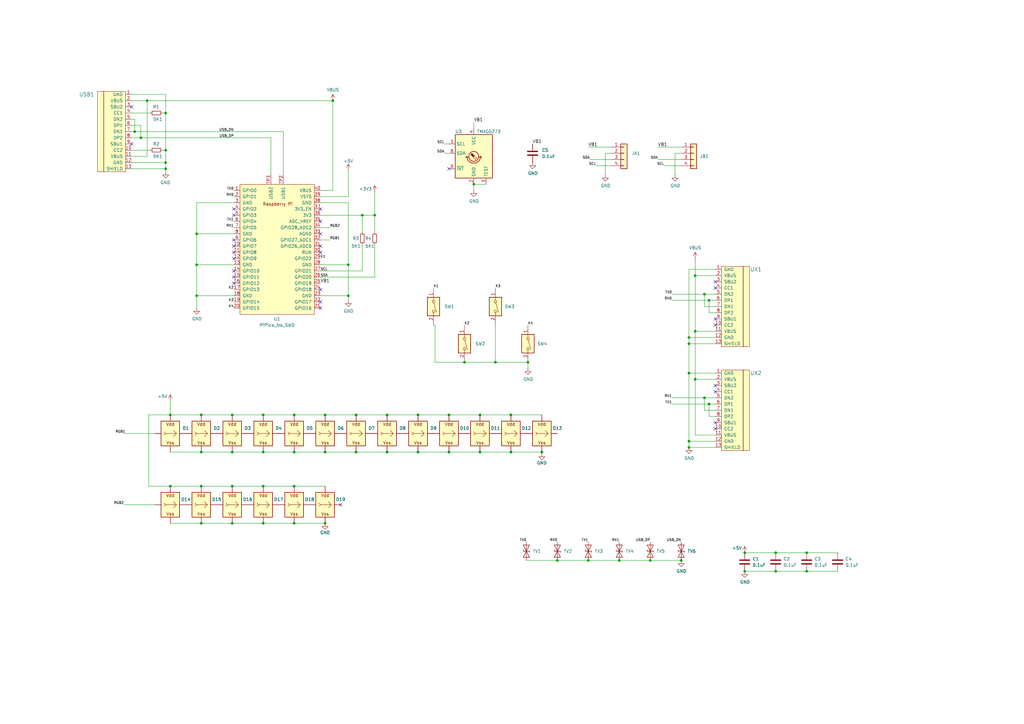
<source format=kicad_sch>
(kicad_sch
	(version 20231120)
	(generator "eeschema")
	(generator_version "8.0")
	(uuid "2e3f5573-c264-4a8b-a2f0-0e6473d39aad")
	(paper "A3")
	(lib_symbols
		(symbol "Connector_Generic:Conn_01x04"
			(pin_names
				(offset 1.016) hide)
			(exclude_from_sim no)
			(in_bom yes)
			(on_board yes)
			(property "Reference" "J"
				(at 0 5.08 0)
				(effects
					(font
						(size 1.27 1.27)
					)
				)
			)
			(property "Value" "Conn_01x04"
				(at 0 -7.62 0)
				(effects
					(font
						(size 1.27 1.27)
					)
				)
			)
			(property "Footprint" ""
				(at 0 0 0)
				(effects
					(font
						(size 1.27 1.27)
					)
					(hide yes)
				)
			)
			(property "Datasheet" "~"
				(at 0 0 0)
				(effects
					(font
						(size 1.27 1.27)
					)
					(hide yes)
				)
			)
			(property "Description" "Generic connector, single row, 01x04, script generated (kicad-library-utils/schlib/autogen/connector/)"
				(at 0 0 0)
				(effects
					(font
						(size 1.27 1.27)
					)
					(hide yes)
				)
			)
			(property "ki_keywords" "connector"
				(at 0 0 0)
				(effects
					(font
						(size 1.27 1.27)
					)
					(hide yes)
				)
			)
			(property "ki_fp_filters" "Connector*:*_1x??_*"
				(at 0 0 0)
				(effects
					(font
						(size 1.27 1.27)
					)
					(hide yes)
				)
			)
			(symbol "Conn_01x04_1_1"
				(rectangle
					(start -1.27 -4.953)
					(end 0 -5.207)
					(stroke
						(width 0.1524)
						(type default)
					)
					(fill
						(type none)
					)
				)
				(rectangle
					(start -1.27 -2.413)
					(end 0 -2.667)
					(stroke
						(width 0.1524)
						(type default)
					)
					(fill
						(type none)
					)
				)
				(rectangle
					(start -1.27 0.127)
					(end 0 -0.127)
					(stroke
						(width 0.1524)
						(type default)
					)
					(fill
						(type none)
					)
				)
				(rectangle
					(start -1.27 2.667)
					(end 0 2.413)
					(stroke
						(width 0.1524)
						(type default)
					)
					(fill
						(type none)
					)
				)
				(rectangle
					(start -1.27 3.81)
					(end 1.27 -6.35)
					(stroke
						(width 0.254)
						(type default)
					)
					(fill
						(type background)
					)
				)
				(pin passive line
					(at -5.08 2.54 0)
					(length 3.81)
					(name "Pin_1"
						(effects
							(font
								(size 1.27 1.27)
							)
						)
					)
					(number "1"
						(effects
							(font
								(size 1.27 1.27)
							)
						)
					)
				)
				(pin passive line
					(at -5.08 0 0)
					(length 3.81)
					(name "Pin_2"
						(effects
							(font
								(size 1.27 1.27)
							)
						)
					)
					(number "2"
						(effects
							(font
								(size 1.27 1.27)
							)
						)
					)
				)
				(pin passive line
					(at -5.08 -2.54 0)
					(length 3.81)
					(name "Pin_3"
						(effects
							(font
								(size 1.27 1.27)
							)
						)
					)
					(number "3"
						(effects
							(font
								(size 1.27 1.27)
							)
						)
					)
				)
				(pin passive line
					(at -5.08 -5.08 0)
					(length 3.81)
					(name "Pin_4"
						(effects
							(font
								(size 1.27 1.27)
							)
						)
					)
					(number "4"
						(effects
							(font
								(size 1.27 1.27)
							)
						)
					)
				)
			)
		)
		(symbol "Device:C"
			(pin_numbers hide)
			(pin_names
				(offset 0.254)
			)
			(exclude_from_sim no)
			(in_bom yes)
			(on_board yes)
			(property "Reference" "C"
				(at 0.635 2.54 0)
				(effects
					(font
						(size 1.27 1.27)
					)
					(justify left)
				)
			)
			(property "Value" "C"
				(at 0.635 -2.54 0)
				(effects
					(font
						(size 1.27 1.27)
					)
					(justify left)
				)
			)
			(property "Footprint" ""
				(at 0.9652 -3.81 0)
				(effects
					(font
						(size 1.27 1.27)
					)
					(hide yes)
				)
			)
			(property "Datasheet" "~"
				(at 0 0 0)
				(effects
					(font
						(size 1.27 1.27)
					)
					(hide yes)
				)
			)
			(property "Description" "Unpolarized capacitor"
				(at 0 0 0)
				(effects
					(font
						(size 1.27 1.27)
					)
					(hide yes)
				)
			)
			(property "ki_keywords" "cap capacitor"
				(at 0 0 0)
				(effects
					(font
						(size 1.27 1.27)
					)
					(hide yes)
				)
			)
			(property "ki_fp_filters" "C_*"
				(at 0 0 0)
				(effects
					(font
						(size 1.27 1.27)
					)
					(hide yes)
				)
			)
			(symbol "C_0_1"
				(polyline
					(pts
						(xy -2.032 -0.762) (xy 2.032 -0.762)
					)
					(stroke
						(width 0.508)
						(type default)
					)
					(fill
						(type none)
					)
				)
				(polyline
					(pts
						(xy -2.032 0.762) (xy 2.032 0.762)
					)
					(stroke
						(width 0.508)
						(type default)
					)
					(fill
						(type none)
					)
				)
			)
			(symbol "C_1_1"
				(pin passive line
					(at 0 3.81 270)
					(length 2.794)
					(name "~"
						(effects
							(font
								(size 1.27 1.27)
							)
						)
					)
					(number "1"
						(effects
							(font
								(size 1.27 1.27)
							)
						)
					)
				)
				(pin passive line
					(at 0 -3.81 90)
					(length 2.794)
					(name "~"
						(effects
							(font
								(size 1.27 1.27)
							)
						)
					)
					(number "2"
						(effects
							(font
								(size 1.27 1.27)
							)
						)
					)
				)
			)
		)
		(symbol "Device:R_Small"
			(pin_numbers hide)
			(pin_names
				(offset 0.254) hide)
			(exclude_from_sim no)
			(in_bom yes)
			(on_board yes)
			(property "Reference" "R"
				(at 0.762 0.508 0)
				(effects
					(font
						(size 1.27 1.27)
					)
					(justify left)
				)
			)
			(property "Value" "R_Small"
				(at 0.762 -1.016 0)
				(effects
					(font
						(size 1.27 1.27)
					)
					(justify left)
				)
			)
			(property "Footprint" ""
				(at 0 0 0)
				(effects
					(font
						(size 1.27 1.27)
					)
					(hide yes)
				)
			)
			(property "Datasheet" "~"
				(at 0 0 0)
				(effects
					(font
						(size 1.27 1.27)
					)
					(hide yes)
				)
			)
			(property "Description" "Resistor, small symbol"
				(at 0 0 0)
				(effects
					(font
						(size 1.27 1.27)
					)
					(hide yes)
				)
			)
			(property "ki_keywords" "R resistor"
				(at 0 0 0)
				(effects
					(font
						(size 1.27 1.27)
					)
					(hide yes)
				)
			)
			(property "ki_fp_filters" "R_*"
				(at 0 0 0)
				(effects
					(font
						(size 1.27 1.27)
					)
					(hide yes)
				)
			)
			(symbol "R_Small_0_1"
				(rectangle
					(start -0.762 1.778)
					(end 0.762 -1.778)
					(stroke
						(width 0.2032)
						(type default)
					)
					(fill
						(type none)
					)
				)
			)
			(symbol "R_Small_1_1"
				(pin passive line
					(at 0 2.54 270)
					(length 0.762)
					(name "~"
						(effects
							(font
								(size 1.27 1.27)
							)
						)
					)
					(number "1"
						(effects
							(font
								(size 1.27 1.27)
							)
						)
					)
				)
				(pin passive line
					(at 0 -2.54 90)
					(length 0.762)
					(name "~"
						(effects
							(font
								(size 1.27 1.27)
							)
						)
					)
					(number "2"
						(effects
							(font
								(size 1.27 1.27)
							)
						)
					)
				)
			)
		)
		(symbol "Diode:ESD9B3.3ST5G"
			(pin_numbers hide)
			(pin_names
				(offset 1.016) hide)
			(exclude_from_sim no)
			(in_bom yes)
			(on_board yes)
			(property "Reference" "D"
				(at 0 2.54 0)
				(effects
					(font
						(size 1.27 1.27)
					)
				)
			)
			(property "Value" "ESD9B3.3ST5G"
				(at 0 -2.54 0)
				(effects
					(font
						(size 1.27 1.27)
					)
				)
			)
			(property "Footprint" "Diode_SMD:D_SOD-923"
				(at 0 0 0)
				(effects
					(font
						(size 1.27 1.27)
					)
					(hide yes)
				)
			)
			(property "Datasheet" "https://www.onsemi.com/pub/Collateral/ESD9B-D.PDF"
				(at 0 0 0)
				(effects
					(font
						(size 1.27 1.27)
					)
					(hide yes)
				)
			)
			(property "Description" "ESD protection diode, 3.3Vrwm, SOD-923"
				(at 0 0 0)
				(effects
					(font
						(size 1.27 1.27)
					)
					(hide yes)
				)
			)
			(property "ki_keywords" "diode TVS ESD"
				(at 0 0 0)
				(effects
					(font
						(size 1.27 1.27)
					)
					(hide yes)
				)
			)
			(property "ki_fp_filters" "D*SOD?923*"
				(at 0 0 0)
				(effects
					(font
						(size 1.27 1.27)
					)
					(hide yes)
				)
			)
			(symbol "ESD9B3.3ST5G_0_1"
				(polyline
					(pts
						(xy 1.27 0) (xy -1.27 0)
					)
					(stroke
						(width 0)
						(type default)
					)
					(fill
						(type none)
					)
				)
				(polyline
					(pts
						(xy -2.54 -1.27) (xy 0 0) (xy -2.54 1.27) (xy -2.54 -1.27)
					)
					(stroke
						(width 0.2032)
						(type default)
					)
					(fill
						(type none)
					)
				)
				(polyline
					(pts
						(xy 0.508 1.27) (xy 0 1.27) (xy 0 -1.27) (xy -0.508 -1.27)
					)
					(stroke
						(width 0.2032)
						(type default)
					)
					(fill
						(type none)
					)
				)
				(polyline
					(pts
						(xy 2.54 1.27) (xy 2.54 -1.27) (xy 0 0) (xy 2.54 1.27)
					)
					(stroke
						(width 0.2032)
						(type default)
					)
					(fill
						(type none)
					)
				)
			)
			(symbol "ESD9B3.3ST5G_1_1"
				(pin passive line
					(at -3.81 0 0)
					(length 2.54)
					(name "A1"
						(effects
							(font
								(size 1.27 1.27)
							)
						)
					)
					(number "1"
						(effects
							(font
								(size 1.27 1.27)
							)
						)
					)
				)
				(pin passive line
					(at 3.81 0 180)
					(length 2.54)
					(name "A2"
						(effects
							(font
								(size 1.27 1.27)
							)
						)
					)
					(number "2"
						(effects
							(font
								(size 1.27 1.27)
							)
						)
					)
				)
			)
		)
		(symbol "Switch:SW_DIP_x01"
			(pin_names
				(offset 0) hide)
			(exclude_from_sim no)
			(in_bom yes)
			(on_board yes)
			(property "Reference" "SW"
				(at 0 3.81 0)
				(effects
					(font
						(size 1.27 1.27)
					)
				)
			)
			(property "Value" "SW_DIP_x01"
				(at 0 -3.81 0)
				(effects
					(font
						(size 1.27 1.27)
					)
				)
			)
			(property "Footprint" ""
				(at 0 0 0)
				(effects
					(font
						(size 1.27 1.27)
					)
					(hide yes)
				)
			)
			(property "Datasheet" "~"
				(at 0 0 0)
				(effects
					(font
						(size 1.27 1.27)
					)
					(hide yes)
				)
			)
			(property "Description" "1x DIP Switch, Single Pole Single Throw (SPST) switch, small symbol"
				(at 0 0 0)
				(effects
					(font
						(size 1.27 1.27)
					)
					(hide yes)
				)
			)
			(property "ki_keywords" "dip switch"
				(at 0 0 0)
				(effects
					(font
						(size 1.27 1.27)
					)
					(hide yes)
				)
			)
			(property "ki_fp_filters" "SW?DIP?x1*"
				(at 0 0 0)
				(effects
					(font
						(size 1.27 1.27)
					)
					(hide yes)
				)
			)
			(symbol "SW_DIP_x01_0_0"
				(circle
					(center -2.032 0)
					(radius 0.508)
					(stroke
						(width 0)
						(type default)
					)
					(fill
						(type none)
					)
				)
				(polyline
					(pts
						(xy -1.524 0.127) (xy 2.3622 1.1684)
					)
					(stroke
						(width 0)
						(type default)
					)
					(fill
						(type none)
					)
				)
				(circle
					(center 2.032 0)
					(radius 0.508)
					(stroke
						(width 0)
						(type default)
					)
					(fill
						(type none)
					)
				)
			)
			(symbol "SW_DIP_x01_0_1"
				(rectangle
					(start -3.81 2.54)
					(end 3.81 -2.54)
					(stroke
						(width 0.254)
						(type default)
					)
					(fill
						(type background)
					)
				)
			)
			(symbol "SW_DIP_x01_1_1"
				(pin passive line
					(at -7.62 0 0)
					(length 5.08)
					(name "~"
						(effects
							(font
								(size 1.27 1.27)
							)
						)
					)
					(number "1"
						(effects
							(font
								(size 1.27 1.27)
							)
						)
					)
				)
				(pin passive line
					(at 7.62 0 180)
					(length 5.08)
					(name "~"
						(effects
							(font
								(size 1.27 1.27)
							)
						)
					)
					(number "2"
						(effects
							(font
								(size 1.27 1.27)
							)
						)
					)
				)
			)
		)
		(symbol "Type-C:HRO-TYPE-C-31-M-12"
			(pin_names
				(offset 1.016)
			)
			(exclude_from_sim no)
			(in_bom yes)
			(on_board yes)
			(property "Reference" "USB"
				(at -5.08 16.51 0)
				(effects
					(font
						(size 1.524 1.524)
					)
				)
			)
			(property "Value" "HRO-TYPE-C-31-M-12"
				(at -10.16 -1.27 90)
				(effects
					(font
						(size 1.524 1.524)
					)
				)
			)
			(property "Footprint" ""
				(at 0 0 0)
				(effects
					(font
						(size 1.524 1.524)
					)
					(hide yes)
				)
			)
			(property "Datasheet" ""
				(at 0 0 0)
				(effects
					(font
						(size 1.524 1.524)
					)
					(hide yes)
				)
			)
			(property "Description" ""
				(at 0 0 0)
				(effects
					(font
						(size 1.27 1.27)
					)
					(hide yes)
				)
			)
			(symbol "HRO-TYPE-C-31-M-12_0_1"
				(rectangle
					(start -11.43 15.24)
					(end -8.89 -17.78)
					(stroke
						(width 0)
						(type default)
					)
					(fill
						(type background)
					)
				)
				(rectangle
					(start 0 -17.78)
					(end -8.89 15.24)
					(stroke
						(width 0)
						(type default)
					)
					(fill
						(type background)
					)
				)
			)
			(symbol "HRO-TYPE-C-31-M-12_1_1"
				(pin input line
					(at 2.54 13.97 180)
					(length 2.54)
					(name "GND"
						(effects
							(font
								(size 1.27 1.27)
							)
						)
					)
					(number "1"
						(effects
							(font
								(size 1.27 1.27)
							)
						)
					)
				)
				(pin input line
					(at 2.54 -8.89 180)
					(length 2.54)
					(name "CC2"
						(effects
							(font
								(size 1.27 1.27)
							)
						)
					)
					(number "10"
						(effects
							(font
								(size 1.27 1.27)
							)
						)
					)
				)
				(pin input line
					(at 2.54 -11.43 180)
					(length 2.54)
					(name "VBUS"
						(effects
							(font
								(size 1.27 1.27)
							)
						)
					)
					(number "11"
						(effects
							(font
								(size 1.27 1.27)
							)
						)
					)
				)
				(pin input line
					(at 2.54 -13.97 180)
					(length 2.54)
					(name "GND"
						(effects
							(font
								(size 1.27 1.27)
							)
						)
					)
					(number "12"
						(effects
							(font
								(size 1.27 1.27)
							)
						)
					)
				)
				(pin input line
					(at 2.54 -16.51 180)
					(length 2.54)
					(name "SHIELD"
						(effects
							(font
								(size 1.27 1.27)
							)
						)
					)
					(number "13"
						(effects
							(font
								(size 1.27 1.27)
							)
						)
					)
				)
				(pin input line
					(at 2.54 11.43 180)
					(length 2.54)
					(name "VBUS"
						(effects
							(font
								(size 1.27 1.27)
							)
						)
					)
					(number "2"
						(effects
							(font
								(size 1.27 1.27)
							)
						)
					)
				)
				(pin input line
					(at 2.54 8.89 180)
					(length 2.54)
					(name "SBU2"
						(effects
							(font
								(size 1.27 1.27)
							)
						)
					)
					(number "3"
						(effects
							(font
								(size 1.27 1.27)
							)
						)
					)
				)
				(pin input line
					(at 2.54 6.35 180)
					(length 2.54)
					(name "CC1"
						(effects
							(font
								(size 1.27 1.27)
							)
						)
					)
					(number "4"
						(effects
							(font
								(size 1.27 1.27)
							)
						)
					)
				)
				(pin input line
					(at 2.54 3.81 180)
					(length 2.54)
					(name "DN2"
						(effects
							(font
								(size 1.27 1.27)
							)
						)
					)
					(number "5"
						(effects
							(font
								(size 1.27 1.27)
							)
						)
					)
				)
				(pin input line
					(at 2.54 1.27 180)
					(length 2.54)
					(name "DP1"
						(effects
							(font
								(size 1.27 1.27)
							)
						)
					)
					(number "6"
						(effects
							(font
								(size 1.27 1.27)
							)
						)
					)
				)
				(pin input line
					(at 2.54 -1.27 180)
					(length 2.54)
					(name "DN1"
						(effects
							(font
								(size 1.27 1.27)
							)
						)
					)
					(number "7"
						(effects
							(font
								(size 1.27 1.27)
							)
						)
					)
				)
				(pin input line
					(at 2.54 -3.81 180)
					(length 2.54)
					(name "DP2"
						(effects
							(font
								(size 1.27 1.27)
							)
						)
					)
					(number "8"
						(effects
							(font
								(size 1.27 1.27)
							)
						)
					)
				)
				(pin input line
					(at 2.54 -6.35 180)
					(length 2.54)
					(name "SBU1"
						(effects
							(font
								(size 1.27 1.27)
							)
						)
					)
					(number "9"
						(effects
							(font
								(size 1.27 1.27)
							)
						)
					)
				)
			)
		)
		(symbol "bishi_pico:PiPico_No_SWD"
			(pin_names
				(offset 1.016)
			)
			(exclude_from_sim no)
			(in_bom yes)
			(on_board yes)
			(property "Reference" "U"
				(at -13.97 27.94 0)
				(effects
					(font
						(size 1.27 1.27)
					)
				)
			)
			(property "Value" "PiPico_No_SWD"
				(at 0.254 16.002 0)
				(effects
					(font
						(size 1.27 1.27)
					)
				)
			)
			(property "Footprint" "groove_pico:RPi_Pico_SMD_Pins"
				(at 0 0 90)
				(effects
					(font
						(size 1.27 1.27)
					)
					(hide yes)
				)
			)
			(property "Datasheet" ""
				(at 0 0 0)
				(effects
					(font
						(size 1.27 1.27)
					)
					(hide yes)
				)
			)
			(property "Description" ""
				(at 0 0 0)
				(effects
					(font
						(size 1.27 1.27)
					)
					(hide yes)
				)
			)
			(symbol "PiPico_No_SWD_0_0"
				(text "Raspberry Pi"
					(at 0.254 18.542 0)
					(effects
						(font
							(size 1.27 1.27)
						)
					)
				)
			)
			(symbol "PiPico_No_SWD_0_1"
				(rectangle
					(start -15.24 26.67)
					(end 15.24 -26.67)
					(stroke
						(width 0)
						(type solid)
					)
					(fill
						(type background)
					)
				)
			)
			(symbol "PiPico_No_SWD_1_1"
				(pin bidirectional line
					(at -17.78 24.13 0)
					(length 2.54)
					(name "GPIO0"
						(effects
							(font
								(size 1.27 1.27)
							)
						)
					)
					(number "1"
						(effects
							(font
								(size 1.27 1.27)
							)
						)
					)
				)
				(pin bidirectional line
					(at -17.78 1.27 0)
					(length 2.54)
					(name "GPIO7"
						(effects
							(font
								(size 1.27 1.27)
							)
						)
					)
					(number "10"
						(effects
							(font
								(size 1.27 1.27)
							)
						)
					)
				)
				(pin bidirectional line
					(at -17.78 -1.27 0)
					(length 2.54)
					(name "GPIO8"
						(effects
							(font
								(size 1.27 1.27)
							)
						)
					)
					(number "11"
						(effects
							(font
								(size 1.27 1.27)
							)
						)
					)
				)
				(pin bidirectional line
					(at -17.78 -3.81 0)
					(length 2.54)
					(name "GPIO9"
						(effects
							(font
								(size 1.27 1.27)
							)
						)
					)
					(number "12"
						(effects
							(font
								(size 1.27 1.27)
							)
						)
					)
				)
				(pin power_in line
					(at -17.78 -6.35 0)
					(length 2.54)
					(name "GND"
						(effects
							(font
								(size 1.27 1.27)
							)
						)
					)
					(number "13"
						(effects
							(font
								(size 1.27 1.27)
							)
						)
					)
				)
				(pin bidirectional line
					(at -17.78 -8.89 0)
					(length 2.54)
					(name "GPIO10"
						(effects
							(font
								(size 1.27 1.27)
							)
						)
					)
					(number "14"
						(effects
							(font
								(size 1.27 1.27)
							)
						)
					)
				)
				(pin bidirectional line
					(at -17.78 -11.43 0)
					(length 2.54)
					(name "GPIO11"
						(effects
							(font
								(size 1.27 1.27)
							)
						)
					)
					(number "15"
						(effects
							(font
								(size 1.27 1.27)
							)
						)
					)
				)
				(pin bidirectional line
					(at -17.78 -13.97 0)
					(length 2.54)
					(name "GPIO12"
						(effects
							(font
								(size 1.27 1.27)
							)
						)
					)
					(number "16"
						(effects
							(font
								(size 1.27 1.27)
							)
						)
					)
				)
				(pin bidirectional line
					(at -17.78 -16.51 0)
					(length 2.54)
					(name "GPIO13"
						(effects
							(font
								(size 1.27 1.27)
							)
						)
					)
					(number "17"
						(effects
							(font
								(size 1.27 1.27)
							)
						)
					)
				)
				(pin power_in line
					(at -17.78 -19.05 0)
					(length 2.54)
					(name "GND"
						(effects
							(font
								(size 1.27 1.27)
							)
						)
					)
					(number "18"
						(effects
							(font
								(size 1.27 1.27)
							)
						)
					)
				)
				(pin bidirectional line
					(at -17.78 -21.59 0)
					(length 2.54)
					(name "GPIO14"
						(effects
							(font
								(size 1.27 1.27)
							)
						)
					)
					(number "19"
						(effects
							(font
								(size 1.27 1.27)
							)
						)
					)
				)
				(pin bidirectional line
					(at -17.78 21.59 0)
					(length 2.54)
					(name "GPIO1"
						(effects
							(font
								(size 1.27 1.27)
							)
						)
					)
					(number "2"
						(effects
							(font
								(size 1.27 1.27)
							)
						)
					)
				)
				(pin bidirectional line
					(at -17.78 -24.13 0)
					(length 2.54)
					(name "GPIO15"
						(effects
							(font
								(size 1.27 1.27)
							)
						)
					)
					(number "20"
						(effects
							(font
								(size 1.27 1.27)
							)
						)
					)
				)
				(pin bidirectional line
					(at 17.78 -24.13 180)
					(length 2.54)
					(name "GPIO16"
						(effects
							(font
								(size 1.27 1.27)
							)
						)
					)
					(number "21"
						(effects
							(font
								(size 1.27 1.27)
							)
						)
					)
				)
				(pin bidirectional line
					(at 17.78 -21.59 180)
					(length 2.54)
					(name "GPIO17"
						(effects
							(font
								(size 1.27 1.27)
							)
						)
					)
					(number "22"
						(effects
							(font
								(size 1.27 1.27)
							)
						)
					)
				)
				(pin power_in line
					(at 17.78 -19.05 180)
					(length 2.54)
					(name "GND"
						(effects
							(font
								(size 1.27 1.27)
							)
						)
					)
					(number "23"
						(effects
							(font
								(size 1.27 1.27)
							)
						)
					)
				)
				(pin bidirectional line
					(at 17.78 -16.51 180)
					(length 2.54)
					(name "GPIO18"
						(effects
							(font
								(size 1.27 1.27)
							)
						)
					)
					(number "24"
						(effects
							(font
								(size 1.27 1.27)
							)
						)
					)
				)
				(pin bidirectional line
					(at 17.78 -13.97 180)
					(length 2.54)
					(name "GPIO19"
						(effects
							(font
								(size 1.27 1.27)
							)
						)
					)
					(number "25"
						(effects
							(font
								(size 1.27 1.27)
							)
						)
					)
				)
				(pin bidirectional line
					(at 17.78 -11.43 180)
					(length 2.54)
					(name "GPIO20"
						(effects
							(font
								(size 1.27 1.27)
							)
						)
					)
					(number "26"
						(effects
							(font
								(size 1.27 1.27)
							)
						)
					)
				)
				(pin bidirectional line
					(at 17.78 -8.89 180)
					(length 2.54)
					(name "GPIO21"
						(effects
							(font
								(size 1.27 1.27)
							)
						)
					)
					(number "27"
						(effects
							(font
								(size 1.27 1.27)
							)
						)
					)
				)
				(pin power_in line
					(at 17.78 -6.35 180)
					(length 2.54)
					(name "GND"
						(effects
							(font
								(size 1.27 1.27)
							)
						)
					)
					(number "28"
						(effects
							(font
								(size 1.27 1.27)
							)
						)
					)
				)
				(pin bidirectional line
					(at 17.78 -3.81 180)
					(length 2.54)
					(name "GPIO22"
						(effects
							(font
								(size 1.27 1.27)
							)
						)
					)
					(number "29"
						(effects
							(font
								(size 1.27 1.27)
							)
						)
					)
				)
				(pin power_in line
					(at -17.78 19.05 0)
					(length 2.54)
					(name "GND"
						(effects
							(font
								(size 1.27 1.27)
							)
						)
					)
					(number "3"
						(effects
							(font
								(size 1.27 1.27)
							)
						)
					)
				)
				(pin input line
					(at 17.78 -1.27 180)
					(length 2.54)
					(name "RUN"
						(effects
							(font
								(size 1.27 1.27)
							)
						)
					)
					(number "30"
						(effects
							(font
								(size 1.27 1.27)
							)
						)
					)
				)
				(pin bidirectional line
					(at 17.78 1.27 180)
					(length 2.54)
					(name "GPIO26_ADC0"
						(effects
							(font
								(size 1.27 1.27)
							)
						)
					)
					(number "31"
						(effects
							(font
								(size 1.27 1.27)
							)
						)
					)
				)
				(pin bidirectional line
					(at 17.78 3.81 180)
					(length 2.54)
					(name "GPIO27_ADC1"
						(effects
							(font
								(size 1.27 1.27)
							)
						)
					)
					(number "32"
						(effects
							(font
								(size 1.27 1.27)
							)
						)
					)
				)
				(pin power_in line
					(at 17.78 6.35 180)
					(length 2.54)
					(name "AGND"
						(effects
							(font
								(size 1.27 1.27)
							)
						)
					)
					(number "33"
						(effects
							(font
								(size 1.27 1.27)
							)
						)
					)
				)
				(pin bidirectional line
					(at 17.78 8.89 180)
					(length 2.54)
					(name "GPIO28_ADC2"
						(effects
							(font
								(size 1.27 1.27)
							)
						)
					)
					(number "34"
						(effects
							(font
								(size 1.27 1.27)
							)
						)
					)
				)
				(pin unspecified line
					(at 17.78 11.43 180)
					(length 2.54)
					(name "ADC_VREF"
						(effects
							(font
								(size 1.27 1.27)
							)
						)
					)
					(number "35"
						(effects
							(font
								(size 1.27 1.27)
							)
						)
					)
				)
				(pin unspecified line
					(at 17.78 13.97 180)
					(length 2.54)
					(name "3V3"
						(effects
							(font
								(size 1.27 1.27)
							)
						)
					)
					(number "36"
						(effects
							(font
								(size 1.27 1.27)
							)
						)
					)
				)
				(pin input line
					(at 17.78 16.51 180)
					(length 2.54)
					(name "3V3_EN"
						(effects
							(font
								(size 1.27 1.27)
							)
						)
					)
					(number "37"
						(effects
							(font
								(size 1.27 1.27)
							)
						)
					)
				)
				(pin bidirectional line
					(at 17.78 19.05 180)
					(length 2.54)
					(name "GND"
						(effects
							(font
								(size 1.27 1.27)
							)
						)
					)
					(number "38"
						(effects
							(font
								(size 1.27 1.27)
							)
						)
					)
				)
				(pin unspecified line
					(at 17.78 21.59 180)
					(length 2.54)
					(name "VSYS"
						(effects
							(font
								(size 1.27 1.27)
							)
						)
					)
					(number "39"
						(effects
							(font
								(size 1.27 1.27)
							)
						)
					)
				)
				(pin bidirectional line
					(at -17.78 16.51 0)
					(length 2.54)
					(name "GPIO2"
						(effects
							(font
								(size 1.27 1.27)
							)
						)
					)
					(number "4"
						(effects
							(font
								(size 1.27 1.27)
							)
						)
					)
				)
				(pin unspecified line
					(at 17.78 24.13 180)
					(length 2.54)
					(name "VBUS"
						(effects
							(font
								(size 1.27 1.27)
							)
						)
					)
					(number "40"
						(effects
							(font
								(size 1.27 1.27)
							)
						)
					)
				)
				(pin bidirectional line
					(at -17.78 13.97 0)
					(length 2.54)
					(name "GPIO3"
						(effects
							(font
								(size 1.27 1.27)
							)
						)
					)
					(number "5"
						(effects
							(font
								(size 1.27 1.27)
							)
						)
					)
				)
				(pin bidirectional line
					(at -17.78 11.43 0)
					(length 2.54)
					(name "GPIO4"
						(effects
							(font
								(size 1.27 1.27)
							)
						)
					)
					(number "6"
						(effects
							(font
								(size 1.27 1.27)
							)
						)
					)
				)
				(pin bidirectional line
					(at -17.78 8.89 0)
					(length 2.54)
					(name "GPIO5"
						(effects
							(font
								(size 1.27 1.27)
							)
						)
					)
					(number "7"
						(effects
							(font
								(size 1.27 1.27)
							)
						)
					)
				)
				(pin power_in line
					(at -17.78 6.35 0)
					(length 2.54)
					(name "GND"
						(effects
							(font
								(size 1.27 1.27)
							)
						)
					)
					(number "8"
						(effects
							(font
								(size 1.27 1.27)
							)
						)
					)
				)
				(pin bidirectional line
					(at -17.78 3.81 0)
					(length 2.54)
					(name "GPIO6"
						(effects
							(font
								(size 1.27 1.27)
							)
						)
					)
					(number "9"
						(effects
							(font
								(size 1.27 1.27)
							)
						)
					)
				)
				(pin bidirectional line
					(at 2.54 30.48 270)
					(length 3.81)
					(name "USB1"
						(effects
							(font
								(size 1.27 1.27)
							)
						)
					)
					(number "TP2"
						(effects
							(font
								(size 1.27 1.27)
							)
						)
					)
				)
				(pin bidirectional line
					(at -2.54 30.48 270)
					(length 3.81)
					(name "USB2"
						(effects
							(font
								(size 1.27 1.27)
							)
						)
					)
					(number "TP3"
						(effects
							(font
								(size 1.27 1.27)
							)
						)
					)
				)
			)
		)
		(symbol "bishi_pico:TMAG5273"
			(exclude_from_sim no)
			(in_bom yes)
			(on_board yes)
			(property "Reference" "U"
				(at 8.128 11.43 0)
				(effects
					(font
						(size 1.27 1.27)
					)
					(justify right)
				)
			)
			(property "Value" "TMAG5273"
				(at -2.54 11.43 0)
				(effects
					(font
						(size 1.27 1.27)
					)
					(justify right)
				)
			)
			(property "Footprint" "Package_TO_SOT_SMD:TSOT-23-6_HandSoldering"
				(at 6.35 -11.43 0)
				(effects
					(font
						(size 1.27 1.27)
					)
					(justify left)
					(hide yes)
				)
			)
			(property "Datasheet" "https://www.ti.com/lit/ds/symlink/tmag5170-q1.pdf"
				(at -54.61 40.64 0)
				(effects
					(font
						(size 1.27 1.27)
					)
					(hide yes)
				)
			)
			(property "Description" "Magnetic 3-axis linear sensor, 12-bit, I2C, SOT23-6"
				(at 2.286 -22.606 0)
				(effects
					(font
						(size 1.27 1.27)
					)
					(hide yes)
				)
			)
			(property "ki_keywords" "sensor magnetic hall position rotation spi"
				(at 0 0 0)
				(effects
					(font
						(size 1.27 1.27)
					)
					(hide yes)
				)
			)
			(property "ki_fp_filters" "VSSOP*3x3mm*P0.65mm*"
				(at 0 0 0)
				(effects
					(font
						(size 1.27 1.27)
					)
					(hide yes)
				)
			)
			(symbol "TMAG5273_0_1"
				(rectangle
					(start -7.62 8.89)
					(end 7.62 -8.89)
					(stroke
						(width 0.254)
						(type default)
					)
					(fill
						(type background)
					)
				)
				(arc
					(start -2.794 0)
					(mid 0 -2.7819)
					(end 2.794 0)
					(stroke
						(width 0.254)
						(type default)
					)
					(fill
						(type none)
					)
				)
				(polyline
					(pts
						(xy -2.794 0) (xy -3.302 -0.508)
					)
					(stroke
						(width 0.254)
						(type default)
					)
					(fill
						(type none)
					)
				)
				(polyline
					(pts
						(xy -2.794 0) (xy -2.286 -0.508)
					)
					(stroke
						(width 0.254)
						(type default)
					)
					(fill
						(type none)
					)
				)
				(polyline
					(pts
						(xy 2.794 0) (xy 2.286 -0.508)
					)
					(stroke
						(width 0.254)
						(type default)
					)
					(fill
						(type none)
					)
				)
				(polyline
					(pts
						(xy 2.794 0) (xy 3.302 -0.508)
					)
					(stroke
						(width 0.254)
						(type default)
					)
					(fill
						(type none)
					)
				)
			)
			(symbol "TMAG5273_1_1"
				(polyline
					(pts
						(xy 0.254 0.254) (xy 1.27 -0.762) (xy 0.762 -1.27) (xy -0.254 -0.254)
					)
					(stroke
						(width 0)
						(type default)
					)
					(fill
						(type none)
					)
				)
				(polyline
					(pts
						(xy -0.762 1.27) (xy 0.254 0.254) (xy -0.254 -0.254) (xy -1.27 0.762) (xy -1.016 1.016) (xy -0.762 1.27)
						(xy -0.635 1.143)
					)
					(stroke
						(width 0)
						(type default)
					)
					(fill
						(type outline)
					)
				)
				(circle
					(center 0 0)
					(radius 2.032)
					(stroke
						(width 0.254)
						(type default)
					)
					(fill
						(type none)
					)
				)
				(pin tri_state line
					(at -10.16 5.08 0)
					(length 2.54)
					(name "SCL"
						(effects
							(font
								(size 1.27 1.27)
							)
						)
					)
					(number "1"
						(effects
							(font
								(size 1.27 1.27)
							)
						)
					)
				)
				(pin power_in line
					(at 0 -11.43 90)
					(length 2.54)
					(name "GND"
						(effects
							(font
								(size 1.27 1.27)
							)
						)
					)
					(number "2"
						(effects
							(font
								(size 1.27 1.27)
							)
						)
					)
				)
				(pin passive line
					(at 5.08 -11.43 90)
					(length 2.54)
					(name "TEST"
						(effects
							(font
								(size 1.27 1.27)
							)
						)
					)
					(number "3"
						(effects
							(font
								(size 1.27 1.27)
							)
						)
					)
				)
				(pin power_in line
					(at 0 11.43 270)
					(length 2.54)
					(name "VCC"
						(effects
							(font
								(size 1.27 1.27)
							)
						)
					)
					(number "4"
						(effects
							(font
								(size 1.27 1.27)
							)
						)
					)
				)
				(pin tri_state line
					(at -10.16 -5.08 0)
					(length 2.54)
					(name "~{INT}"
						(effects
							(font
								(size 1.27 1.27)
							)
						)
					)
					(number "5"
						(effects
							(font
								(size 1.27 1.27)
							)
						)
					)
				)
				(pin tri_state line
					(at -10.16 1.27 0)
					(length 2.54)
					(name "SDA"
						(effects
							(font
								(size 1.27 1.27)
							)
						)
					)
					(number "6"
						(effects
							(font
								(size 1.27 1.27)
							)
						)
					)
				)
			)
		)
		(symbol "bishi_pico:WS2812B_Unified"
			(pin_numbers hide)
			(pin_names
				(offset 0.254) hide)
			(exclude_from_sim no)
			(in_bom yes)
			(on_board yes)
			(property "Reference" "D10"
				(at 2.54 6.35 0)
				(effects
					(font
						(size 1.27 1.27)
					)
				)
			)
			(property "Value" "WS2812B_Unified"
				(at 15.24 1.7907 0)
				(effects
					(font
						(size 1.27 1.27)
					)
					(hide yes)
				)
			)
			(property "Footprint" "bishi_pico:WS2812B-2835"
				(at 1.27 -7.62 0)
				(effects
					(font
						(size 1.27 1.27)
					)
					(justify left top)
					(hide yes)
				)
			)
			(property "Datasheet" ""
				(at 2.54 -9.525 0)
				(effects
					(font
						(size 1.27 1.27)
					)
					(justify left top)
					(hide yes)
				)
			)
			(property "Description" "RGB LED with integrated controller"
				(at 0 0 0)
				(effects
					(font
						(size 1.27 1.27)
					)
					(hide yes)
				)
			)
			(property "ki_keywords" "RGB LED NeoPixel addressable"
				(at 0 0 0)
				(effects
					(font
						(size 1.27 1.27)
					)
					(hide yes)
				)
			)
			(property "ki_fp_filters" "LED*WS2812"
				(at 0 0 0)
				(effects
					(font
						(size 1.27 1.27)
					)
					(hide yes)
				)
			)
			(symbol "WS2812B_Unified_0_0"
				(polyline
					(pts
						(xy -1.905 0) (xy 2.54 0) (xy 1.27 1.27)
					)
					(stroke
						(width 0)
						(type default)
					)
					(fill
						(type none)
					)
				)
				(text "Vdd"
					(at 0 3.81 0)
					(effects
						(font
							(size 1.27 1.27)
						)
					)
				)
				(text "Vss"
					(at 0 -3.81 0)
					(effects
						(font
							(size 1.27 1.27)
						)
					)
				)
			)
			(symbol "WS2812B_Unified_0_1"
				(rectangle
					(start -3.81 5.08)
					(end 3.81 -5.08)
					(stroke
						(width 0.254)
						(type default)
					)
					(fill
						(type background)
					)
				)
				(polyline
					(pts
						(xy 1.27 -1.27) (xy 2.54 0)
					)
					(stroke
						(width 0)
						(type default)
					)
					(fill
						(type none)
					)
				)
				(polyline
					(pts
						(xy -2.54 0.635) (xy -1.905 0) (xy -2.54 -0.635)
					)
					(stroke
						(width 0)
						(type default)
					)
					(fill
						(type none)
					)
				)
			)
			(symbol "WS2812B_Unified_1_1"
				(pin power_in line
					(at 0 -7.62 90)
					(length 2.54)
					(name "VSS"
						(effects
							(font
								(size 1.27 1.27)
							)
						)
					)
					(number "G"
						(effects
							(font
								(size 1.27 1.27)
							)
						)
					)
				)
				(pin input line
					(at -6.35 0 0)
					(length 2.54)
					(name "In"
						(effects
							(font
								(size 1.27 1.27)
							)
						)
					)
					(number "I"
						(effects
							(font
								(size 1.27 1.27)
							)
						)
					)
				)
				(pin output line
					(at 6.35 0 180)
					(length 2.54)
					(name "Out"
						(effects
							(font
								(size 1.27 1.27)
							)
						)
					)
					(number "O"
						(effects
							(font
								(size 1.27 1.27)
							)
						)
					)
				)
				(pin power_in line
					(at 0 7.62 270)
					(length 2.54)
					(name "VDD"
						(effects
							(font
								(size 1.27 1.27)
							)
						)
					)
					(number "V"
						(effects
							(font
								(size 1.27 1.27)
							)
						)
					)
				)
			)
		)
		(symbol "power:+3V3"
			(power)
			(pin_numbers hide)
			(pin_names
				(offset 0) hide)
			(exclude_from_sim no)
			(in_bom yes)
			(on_board yes)
			(property "Reference" "#PWR"
				(at 0 -3.81 0)
				(effects
					(font
						(size 1.27 1.27)
					)
					(hide yes)
				)
			)
			(property "Value" "+3V3"
				(at 0 3.556 0)
				(effects
					(font
						(size 1.27 1.27)
					)
				)
			)
			(property "Footprint" ""
				(at 0 0 0)
				(effects
					(font
						(size 1.27 1.27)
					)
					(hide yes)
				)
			)
			(property "Datasheet" ""
				(at 0 0 0)
				(effects
					(font
						(size 1.27 1.27)
					)
					(hide yes)
				)
			)
			(property "Description" "Power symbol creates a global label with name \"+3V3\""
				(at 0 0 0)
				(effects
					(font
						(size 1.27 1.27)
					)
					(hide yes)
				)
			)
			(property "ki_keywords" "global power"
				(at 0 0 0)
				(effects
					(font
						(size 1.27 1.27)
					)
					(hide yes)
				)
			)
			(symbol "+3V3_0_1"
				(polyline
					(pts
						(xy -0.762 1.27) (xy 0 2.54)
					)
					(stroke
						(width 0)
						(type default)
					)
					(fill
						(type none)
					)
				)
				(polyline
					(pts
						(xy 0 0) (xy 0 2.54)
					)
					(stroke
						(width 0)
						(type default)
					)
					(fill
						(type none)
					)
				)
				(polyline
					(pts
						(xy 0 2.54) (xy 0.762 1.27)
					)
					(stroke
						(width 0)
						(type default)
					)
					(fill
						(type none)
					)
				)
			)
			(symbol "+3V3_1_1"
				(pin power_in line
					(at 0 0 90)
					(length 0)
					(name "~"
						(effects
							(font
								(size 1.27 1.27)
							)
						)
					)
					(number "1"
						(effects
							(font
								(size 1.27 1.27)
							)
						)
					)
				)
			)
		)
		(symbol "power:+5V"
			(power)
			(pin_numbers hide)
			(pin_names
				(offset 0) hide)
			(exclude_from_sim no)
			(in_bom yes)
			(on_board yes)
			(property "Reference" "#PWR"
				(at 0 -3.81 0)
				(effects
					(font
						(size 1.27 1.27)
					)
					(hide yes)
				)
			)
			(property "Value" "+5V"
				(at 0 3.556 0)
				(effects
					(font
						(size 1.27 1.27)
					)
				)
			)
			(property "Footprint" ""
				(at 0 0 0)
				(effects
					(font
						(size 1.27 1.27)
					)
					(hide yes)
				)
			)
			(property "Datasheet" ""
				(at 0 0 0)
				(effects
					(font
						(size 1.27 1.27)
					)
					(hide yes)
				)
			)
			(property "Description" "Power symbol creates a global label with name \"+5V\""
				(at 0 0 0)
				(effects
					(font
						(size 1.27 1.27)
					)
					(hide yes)
				)
			)
			(property "ki_keywords" "global power"
				(at 0 0 0)
				(effects
					(font
						(size 1.27 1.27)
					)
					(hide yes)
				)
			)
			(symbol "+5V_0_1"
				(polyline
					(pts
						(xy -0.762 1.27) (xy 0 2.54)
					)
					(stroke
						(width 0)
						(type default)
					)
					(fill
						(type none)
					)
				)
				(polyline
					(pts
						(xy 0 0) (xy 0 2.54)
					)
					(stroke
						(width 0)
						(type default)
					)
					(fill
						(type none)
					)
				)
				(polyline
					(pts
						(xy 0 2.54) (xy 0.762 1.27)
					)
					(stroke
						(width 0)
						(type default)
					)
					(fill
						(type none)
					)
				)
			)
			(symbol "+5V_1_1"
				(pin power_in line
					(at 0 0 90)
					(length 0)
					(name "~"
						(effects
							(font
								(size 1.27 1.27)
							)
						)
					)
					(number "1"
						(effects
							(font
								(size 1.27 1.27)
							)
						)
					)
				)
			)
		)
		(symbol "power:GND"
			(power)
			(pin_numbers hide)
			(pin_names
				(offset 0) hide)
			(exclude_from_sim no)
			(in_bom yes)
			(on_board yes)
			(property "Reference" "#PWR"
				(at 0 -6.35 0)
				(effects
					(font
						(size 1.27 1.27)
					)
					(hide yes)
				)
			)
			(property "Value" "GND"
				(at 0 -3.81 0)
				(effects
					(font
						(size 1.27 1.27)
					)
				)
			)
			(property "Footprint" ""
				(at 0 0 0)
				(effects
					(font
						(size 1.27 1.27)
					)
					(hide yes)
				)
			)
			(property "Datasheet" ""
				(at 0 0 0)
				(effects
					(font
						(size 1.27 1.27)
					)
					(hide yes)
				)
			)
			(property "Description" "Power symbol creates a global label with name \"GND\" , ground"
				(at 0 0 0)
				(effects
					(font
						(size 1.27 1.27)
					)
					(hide yes)
				)
			)
			(property "ki_keywords" "global power"
				(at 0 0 0)
				(effects
					(font
						(size 1.27 1.27)
					)
					(hide yes)
				)
			)
			(symbol "GND_0_1"
				(polyline
					(pts
						(xy 0 0) (xy 0 -1.27) (xy 1.27 -1.27) (xy 0 -2.54) (xy -1.27 -1.27) (xy 0 -1.27)
					)
					(stroke
						(width 0)
						(type default)
					)
					(fill
						(type none)
					)
				)
			)
			(symbol "GND_1_1"
				(pin power_in line
					(at 0 0 270)
					(length 0)
					(name "~"
						(effects
							(font
								(size 1.27 1.27)
							)
						)
					)
					(number "1"
						(effects
							(font
								(size 1.27 1.27)
							)
						)
					)
				)
			)
		)
		(symbol "power:VBUS"
			(power)
			(pin_numbers hide)
			(pin_names
				(offset 0) hide)
			(exclude_from_sim no)
			(in_bom yes)
			(on_board yes)
			(property "Reference" "#PWR"
				(at 0 -3.81 0)
				(effects
					(font
						(size 1.27 1.27)
					)
					(hide yes)
				)
			)
			(property "Value" "VBUS"
				(at 0 3.556 0)
				(effects
					(font
						(size 1.27 1.27)
					)
				)
			)
			(property "Footprint" ""
				(at 0 0 0)
				(effects
					(font
						(size 1.27 1.27)
					)
					(hide yes)
				)
			)
			(property "Datasheet" ""
				(at 0 0 0)
				(effects
					(font
						(size 1.27 1.27)
					)
					(hide yes)
				)
			)
			(property "Description" "Power symbol creates a global label with name \"VBUS\""
				(at 0 0 0)
				(effects
					(font
						(size 1.27 1.27)
					)
					(hide yes)
				)
			)
			(property "ki_keywords" "global power"
				(at 0 0 0)
				(effects
					(font
						(size 1.27 1.27)
					)
					(hide yes)
				)
			)
			(symbol "VBUS_0_1"
				(polyline
					(pts
						(xy -0.762 1.27) (xy 0 2.54)
					)
					(stroke
						(width 0)
						(type default)
					)
					(fill
						(type none)
					)
				)
				(polyline
					(pts
						(xy 0 0) (xy 0 2.54)
					)
					(stroke
						(width 0)
						(type default)
					)
					(fill
						(type none)
					)
				)
				(polyline
					(pts
						(xy 0 2.54) (xy 0.762 1.27)
					)
					(stroke
						(width 0)
						(type default)
					)
					(fill
						(type none)
					)
				)
			)
			(symbol "VBUS_1_1"
				(pin power_in line
					(at 0 0 90)
					(length 0)
					(name "~"
						(effects
							(font
								(size 1.27 1.27)
							)
						)
					)
					(number "1"
						(effects
							(font
								(size 1.27 1.27)
							)
						)
					)
				)
			)
		)
	)
	(junction
		(at 318.135 234.315)
		(diameter 0)
		(color 0 0 0 0)
		(uuid "00d46313-bcf3-4ca5-baf7-e1e5d179b357")
	)
	(junction
		(at 120.65 185.42)
		(diameter 0)
		(color 0 0 0 0)
		(uuid "06c3c5e5-849f-4e5f-b2a5-811898e2904c")
	)
	(junction
		(at 158.75 170.18)
		(diameter 0)
		(color 0 0 0 0)
		(uuid "0cc8c031-4242-4c7a-afa5-cbd666c529ab")
	)
	(junction
		(at 57.785 56.515)
		(diameter 0)
		(color 0 0 0 0)
		(uuid "0de7844b-b2a8-433f-9d7c-4352bce4fd90")
	)
	(junction
		(at 107.95 185.42)
		(diameter 0)
		(color 0 0 0 0)
		(uuid "1169a5cd-7324-4cec-95bd-124474d7086b")
	)
	(junction
		(at 285.115 135.89)
		(diameter 0)
		(color 0 0 0 0)
		(uuid "1ad29046-9a59-4ff7-b082-cafe4adfcffa")
	)
	(junction
		(at 305.435 226.695)
		(diameter 0)
		(color 0 0 0 0)
		(uuid "1e2b33df-8502-4370-ad6a-ef4ef517dbfe")
	)
	(junction
		(at 107.95 199.39)
		(diameter 0)
		(color 0 0 0 0)
		(uuid "21986980-087e-481e-ba92-1bf22ca4f8d9")
	)
	(junction
		(at 80.645 108.585)
		(diameter 0)
		(color 0 0 0 0)
		(uuid "23fec8d3-b79d-45e1-bdae-6cd0556621c8")
	)
	(junction
		(at 290.83 123.19)
		(diameter 0)
		(color 0 0 0 0)
		(uuid "2780436d-fbdf-43a5-b337-bf0c0898831d")
	)
	(junction
		(at 282.575 180.975)
		(diameter 0)
		(color 0 0 0 0)
		(uuid "280e497c-ba8c-44e8-91e9-ccc91f9edc04")
	)
	(junction
		(at 196.85 185.42)
		(diameter 0)
		(color 0 0 0 0)
		(uuid "28be35bf-6fa1-4bed-a2d9-1d829f8ef639")
	)
	(junction
		(at 290.83 165.735)
		(diameter 0)
		(color 0 0 0 0)
		(uuid "28e7c263-d774-4889-b16a-92150d02642a")
	)
	(junction
		(at 330.835 226.695)
		(diameter 0)
		(color 0 0 0 0)
		(uuid "33354208-7cd2-4f58-a5cc-04de62e21f73")
	)
	(junction
		(at 80.645 95.885)
		(diameter 0)
		(color 0 0 0 0)
		(uuid "33d59d03-9bbe-4326-8624-18724bc6ee71")
	)
	(junction
		(at 171.45 170.18)
		(diameter 0)
		(color 0 0 0 0)
		(uuid "341fec7e-243a-43d3-8b84-59406367f597")
	)
	(junction
		(at 95.25 214.63)
		(diameter 0)
		(color 0 0 0 0)
		(uuid "35fae1d1-8563-453f-97a0-f512c51e7c4a")
	)
	(junction
		(at 82.55 199.39)
		(diameter 0)
		(color 0 0 0 0)
		(uuid "3bc8bd44-3b9c-461a-9bbd-9f8696a92c16")
	)
	(junction
		(at 146.05 170.18)
		(diameter 0)
		(color 0 0 0 0)
		(uuid "3c4a0c55-c1e2-457f-9983-b9e477e93357")
	)
	(junction
		(at 133.35 185.42)
		(diameter 0)
		(color 0 0 0 0)
		(uuid "3fd2f9aa-8550-45cd-bf37-e9b31225bed9")
	)
	(junction
		(at 136.525 41.275)
		(diameter 0)
		(color 0 0 0 0)
		(uuid "3ff5cf0a-a9ea-416a-ab1e-ce5a986fe5cd")
	)
	(junction
		(at 69.85 199.39)
		(diameter 0)
		(color 0 0 0 0)
		(uuid "45ad86ee-926e-4371-bab6-d6858b2d6a51")
	)
	(junction
		(at 80.645 121.285)
		(diameter 0)
		(color 0 0 0 0)
		(uuid "48126dd8-8fe1-4cc7-8fcd-881d5aa4fe65")
	)
	(junction
		(at 120.65 170.18)
		(diameter 0)
		(color 0 0 0 0)
		(uuid "4afbd97c-df0a-4b34-bbf0-6daaa6437a15")
	)
	(junction
		(at 146.05 185.42)
		(diameter 0)
		(color 0 0 0 0)
		(uuid "4b3a1992-9f71-4f01-a508-1e5b1284cf6f")
	)
	(junction
		(at 196.85 170.18)
		(diameter 0)
		(color 0 0 0 0)
		(uuid "53e9598f-2c2d-4b6c-94bd-23c2b7b17cf3")
	)
	(junction
		(at 194.31 75.565)
		(diameter 0)
		(color 0 0 0 0)
		(uuid "5b0ecec1-0cb9-406f-8585-a2340eef6b55")
	)
	(junction
		(at 285.115 155.575)
		(diameter 0)
		(color 0 0 0 0)
		(uuid "5b5962de-83aa-4822-aa1e-70c232d5c6f5")
	)
	(junction
		(at 266.7 229.87)
		(diameter 0)
		(color 0 0 0 0)
		(uuid "5bfaa6e5-e2a6-4d40-b39c-d64a5e36947f")
	)
	(junction
		(at 60.325 41.275)
		(diameter 0)
		(color 0 0 0 0)
		(uuid "635de3db-1c45-4de8-ab43-61dca99930bf")
	)
	(junction
		(at 107.95 214.63)
		(diameter 0)
		(color 0 0 0 0)
		(uuid "63c1c454-095f-4e44-95f8-6ea26debea31")
	)
	(junction
		(at 95.25 185.42)
		(diameter 0)
		(color 0 0 0 0)
		(uuid "641ee555-94ae-43a4-8609-9fe59f336bc5")
	)
	(junction
		(at 120.65 199.39)
		(diameter 0)
		(color 0 0 0 0)
		(uuid "664ad06f-dded-4418-89ff-f626af8dbf3d")
	)
	(junction
		(at 153.67 88.265)
		(diameter 0)
		(color 0 0 0 0)
		(uuid "6c424321-2a96-4f50-83ab-d38ae92f257d")
	)
	(junction
		(at 282.575 183.515)
		(diameter 0)
		(color 0 0 0 0)
		(uuid "6ce75bb5-e9e5-479a-b63a-aa85b839f057")
	)
	(junction
		(at 67.945 66.675)
		(diameter 0)
		(color 0 0 0 0)
		(uuid "7105036b-408b-44b3-9168-36ebb2978052")
	)
	(junction
		(at 288.925 163.195)
		(diameter 0)
		(color 0 0 0 0)
		(uuid "72742a78-bb6f-4582-9495-56d44150d4c7")
	)
	(junction
		(at 95.25 199.39)
		(diameter 0)
		(color 0 0 0 0)
		(uuid "77b9b7ba-ed91-4670-8cc3-68330539ed69")
	)
	(junction
		(at 190.5 148.59)
		(diameter 0)
		(color 0 0 0 0)
		(uuid "79d385d5-8299-472e-b360-ab99ad219081")
	)
	(junction
		(at 133.35 170.18)
		(diameter 0)
		(color 0 0 0 0)
		(uuid "8055287f-fe6f-4690-9119-aee3e6920d2b")
	)
	(junction
		(at 67.945 69.215)
		(diameter 0)
		(color 0 0 0 0)
		(uuid "840712b1-f0f8-418d-9f31-558c4697d303")
	)
	(junction
		(at 305.435 234.315)
		(diameter 0)
		(color 0 0 0 0)
		(uuid "8722640e-5fae-4ed7-9dfe-59b017468e06")
	)
	(junction
		(at 184.15 185.42)
		(diameter 0)
		(color 0 0 0 0)
		(uuid "9bba2f88-5b86-4f7f-aa3d-7594a9a8b723")
	)
	(junction
		(at 171.45 185.42)
		(diameter 0)
		(color 0 0 0 0)
		(uuid "a6510268-9ea9-4511-a5a1-5ad5fd3d9120")
	)
	(junction
		(at 279.4 229.87)
		(diameter 0)
		(color 0 0 0 0)
		(uuid "b58a1536-0947-4282-9ee9-695d9747d2d1")
	)
	(junction
		(at 67.945 61.595)
		(diameter 0)
		(color 0 0 0 0)
		(uuid "b62aa956-9311-4f88-9886-280bb183eeb2")
	)
	(junction
		(at 330.835 234.315)
		(diameter 0)
		(color 0 0 0 0)
		(uuid "b7ba05c6-458c-48df-b834-298d8f831d37")
	)
	(junction
		(at 285.115 113.03)
		(diameter 0)
		(color 0 0 0 0)
		(uuid "b95e7398-4ebe-4411-a43a-313a83357bb9")
	)
	(junction
		(at 318.135 226.695)
		(diameter 0)
		(color 0 0 0 0)
		(uuid "b9a41b8c-fb1c-4f19-98f9-3d57cbece1bc")
	)
	(junction
		(at 67.945 46.355)
		(diameter 0)
		(color 0 0 0 0)
		(uuid "ba37d704-4b6a-4ae5-b6f6-03b00a6bc144")
	)
	(junction
		(at 254 229.87)
		(diameter 0)
		(color 0 0 0 0)
		(uuid "bc472d7b-d1db-4411-9d5a-d332b83ded83")
	)
	(junction
		(at 82.55 214.63)
		(diameter 0)
		(color 0 0 0 0)
		(uuid "c1e275ee-e27d-45d6-b487-8178afc6a121")
	)
	(junction
		(at 82.55 170.18)
		(diameter 0)
		(color 0 0 0 0)
		(uuid "c2d0f424-4b93-4671-b075-7f9620f7d0a3")
	)
	(junction
		(at 133.35 214.63)
		(diameter 0)
		(color 0 0 0 0)
		(uuid "c3f17750-3fc3-4663-83f6-20ddfeb51337")
	)
	(junction
		(at 228.6 229.87)
		(diameter 0)
		(color 0 0 0 0)
		(uuid "c447c905-b07e-4895-abe1-ef9df20ce3e7")
	)
	(junction
		(at 222.25 185.42)
		(diameter 0)
		(color 0 0 0 0)
		(uuid "c46e1585-3364-4b5e-af2c-b51f93909ea8")
	)
	(junction
		(at 209.55 170.18)
		(diameter 0)
		(color 0 0 0 0)
		(uuid "c77d2edf-2bee-4b7c-ad3a-33b555fb14a5")
	)
	(junction
		(at 107.95 170.18)
		(diameter 0)
		(color 0 0 0 0)
		(uuid "ce032ee4-818d-414f-aae9-3a0451d91e48")
	)
	(junction
		(at 241.3 229.87)
		(diameter 0)
		(color 0 0 0 0)
		(uuid "ded8a994-8d81-4028-b607-fe001054bfae")
	)
	(junction
		(at 209.55 185.42)
		(diameter 0)
		(color 0 0 0 0)
		(uuid "dedc878f-a237-4e0e-8b5b-af3fba52951a")
	)
	(junction
		(at 95.25 170.18)
		(diameter 0)
		(color 0 0 0 0)
		(uuid "defd3491-4272-4b08-909d-3c733b01854c")
	)
	(junction
		(at 282.575 140.97)
		(diameter 0)
		(color 0 0 0 0)
		(uuid "df17723b-3c64-4aa6-9e11-498174cc3c62")
	)
	(junction
		(at 288.925 120.65)
		(diameter 0)
		(color 0 0 0 0)
		(uuid "e25ce0d8-1a1c-4608-9efd-b1e457be137e")
	)
	(junction
		(at 69.85 170.18)
		(diameter 0)
		(color 0 0 0 0)
		(uuid "ea92cf79-05de-4863-af9f-987165d1a327")
	)
	(junction
		(at 148.59 88.265)
		(diameter 0)
		(color 0 0 0 0)
		(uuid "eacdb5e3-f2eb-411c-8706-61daac566ee8")
	)
	(junction
		(at 142.875 108.585)
		(diameter 0)
		(color 0 0 0 0)
		(uuid "eb040594-1569-4b81-abeb-13d79c4b83a5")
	)
	(junction
		(at 82.55 185.42)
		(diameter 0)
		(color 0 0 0 0)
		(uuid "f0d38cbc-f8b2-4474-b1ee-72679d55a756")
	)
	(junction
		(at 158.75 185.42)
		(diameter 0)
		(color 0 0 0 0)
		(uuid "f1888d3b-e607-4cd1-9edf-48a3daff2b86")
	)
	(junction
		(at 282.575 153.035)
		(diameter 0)
		(color 0 0 0 0)
		(uuid "f37ea756-97d6-4f0b-9630-9f63bfe43f4f")
	)
	(junction
		(at 282.575 138.43)
		(diameter 0)
		(color 0 0 0 0)
		(uuid "f4e4e31a-e898-41d8-a3cf-8e03d2cac3b0")
	)
	(junction
		(at 55.245 53.975)
		(diameter 0)
		(color 0 0 0 0)
		(uuid "f7b25509-3515-495d-bbeb-3f2c3d815ad2")
	)
	(junction
		(at 120.65 214.63)
		(diameter 0)
		(color 0 0 0 0)
		(uuid "f86c9111-ece2-4881-bf05-f10aeb5c68d1")
	)
	(junction
		(at 216.535 148.59)
		(diameter 0)
		(color 0 0 0 0)
		(uuid "fa3fbadc-0771-4f13-b180-a4103b211810")
	)
	(junction
		(at 142.875 121.285)
		(diameter 0)
		(color 0 0 0 0)
		(uuid "fb54ca38-cbd4-415f-87ee-b5e4215fbba8")
	)
	(junction
		(at 203.2 148.59)
		(diameter 0)
		(color 0 0 0 0)
		(uuid "fc8efa05-f3bf-4d72-958f-6023db5297cf")
	)
	(junction
		(at 184.15 170.18)
		(diameter 0)
		(color 0 0 0 0)
		(uuid "ffdc9aba-f9e4-44b4-98fc-e634fbe8090f")
	)
	(no_connect
		(at 293.37 115.57)
		(uuid "1c64400c-ca30-4536-8301-e30b3166ac54")
	)
	(no_connect
		(at 293.37 133.35)
		(uuid "240c59ab-8443-4ab4-b2ac-d9a00034d009")
	)
	(no_connect
		(at 95.885 116.205)
		(uuid "36546ded-c495-4ae4-bc85-37973c06ad29")
	)
	(no_connect
		(at 293.37 158.115)
		(uuid "37afb535-0d58-457e-a387-3c6b5e027a27")
	)
	(no_connect
		(at 95.885 100.965)
		(uuid "3d16ee86-1e3e-41af-8ec3-1f26f2efdaab")
	)
	(no_connect
		(at 293.37 173.355)
		(uuid "438fe6a2-7ca8-49c1-aa5b-50b9232d190e")
	)
	(no_connect
		(at 53.975 43.815)
		(uuid "490ed4ff-9da7-4951-bd46-3715875e884d")
	)
	(no_connect
		(at 53.975 59.055)
		(uuid "490ed4ff-9da7-4951-bd46-3715875e884e")
	)
	(no_connect
		(at 131.445 103.505)
		(uuid "490ed4ff-9da7-4951-bd46-3715875e8850")
	)
	(no_connect
		(at 131.445 85.725)
		(uuid "490ed4ff-9da7-4951-bd46-3715875e8856")
	)
	(no_connect
		(at 95.885 88.265)
		(uuid "522c2e86-a1ff-49e2-a2da-aca208e5980b")
	)
	(no_connect
		(at 293.37 175.895)
		(uuid "67f20040-80c7-41bc-bc1c-2d2496879d22")
	)
	(no_connect
		(at 95.885 113.665)
		(uuid "6f592c09-3b7e-4034-ab55-3e6d38aaa008")
	)
	(no_connect
		(at 95.885 111.125)
		(uuid "73c6d53c-077a-4ad1-ba96-1cf95f2aef53")
	)
	(no_connect
		(at 131.445 126.365)
		(uuid "752cb370-93d0-4f96-a9b3-1f9971f087e7")
	)
	(no_connect
		(at 184.15 69.215)
		(uuid "8096301d-d595-447a-a533-e557da213abc")
	)
	(no_connect
		(at 131.445 118.745)
		(uuid "87c7775b-0560-409d-a07f-a33d0a6d3dd0")
	)
	(no_connect
		(at 95.885 98.425)
		(uuid "96df5425-c4bd-4f21-a071-fdf328b8a0e2")
	)
	(no_connect
		(at 131.445 95.885)
		(uuid "9818225e-9b5e-4440-803b-44f757d5590d")
	)
	(no_connect
		(at 293.37 130.81)
		(uuid "b43e02ea-8c8e-49cf-b061-2b949da90526")
	)
	(no_connect
		(at 95.885 85.725)
		(uuid "b58d3355-d355-4195-ac90-d97cea53b972")
	)
	(no_connect
		(at 95.885 106.045)
		(uuid "bd2f5b3d-cbe1-483d-8f7f-b7f954f3cfe7")
	)
	(no_connect
		(at 95.885 103.505)
		(uuid "c5fbe879-e26f-4e55-b6a9-ceb2fa432402")
	)
	(no_connect
		(at 293.37 118.11)
		(uuid "d1fe7191-9ffb-4a1b-8eac-36d64db9acda")
	)
	(no_connect
		(at 131.445 123.825)
		(uuid "db44ef8d-b319-4fef-9712-89fafaedc390")
	)
	(no_connect
		(at 131.445 100.965)
		(uuid "df7af8d3-348d-4b3e-985e-ae10d22f17ff")
	)
	(no_connect
		(at 139.7 207.01)
		(uuid "f35d09fe-afc7-40da-9c01-fe2572bcd52f")
	)
	(no_connect
		(at 293.37 160.655)
		(uuid "f4f79a74-2851-44d7-bd87-816a1426815a")
	)
	(no_connect
		(at 131.445 90.805)
		(uuid "f81de05f-e071-44e8-915c-4a78ea242a1e")
	)
	(wire
		(pts
			(xy 282.575 180.975) (xy 293.37 180.975)
		)
		(stroke
			(width 0)
			(type default)
		)
		(uuid "0088aec2-9025-4a30-99c3-008dc6c1acec")
	)
	(wire
		(pts
			(xy 293.37 113.03) (xy 285.115 113.03)
		)
		(stroke
			(width 0)
			(type default)
		)
		(uuid "0132d7f6-4fd6-4baa-ae49-cae967ae1589")
	)
	(wire
		(pts
			(xy 67.945 38.735) (xy 67.945 46.355)
		)
		(stroke
			(width 0)
			(type default)
		)
		(uuid "0414fa0d-735b-44d3-8ca2-127253f122a7")
	)
	(wire
		(pts
			(xy 330.835 226.695) (xy 343.535 226.695)
		)
		(stroke
			(width 0)
			(type default)
		)
		(uuid "058a6922-8963-41ac-a06d-4c21c1e2082b")
	)
	(wire
		(pts
			(xy 80.645 83.185) (xy 80.645 95.885)
		)
		(stroke
			(width 0)
			(type default)
		)
		(uuid "061ed33a-c368-4e83-8119-e3222027301e")
	)
	(wire
		(pts
			(xy 269.875 60.325) (xy 279.4 60.325)
		)
		(stroke
			(width 0)
			(type default)
		)
		(uuid "06945c1f-20ad-413b-8c7f-882bb578fd8a")
	)
	(wire
		(pts
			(xy 190.5 148.59) (xy 203.2 148.59)
		)
		(stroke
			(width 0)
			(type default)
		)
		(uuid "06b5600b-a743-4ffa-bc59-2f7f5fb19796")
	)
	(wire
		(pts
			(xy 171.45 185.42) (xy 184.15 185.42)
		)
		(stroke
			(width 0)
			(type default)
		)
		(uuid "08d91d81-4508-4d66-9ae1-47b6b2bef756")
	)
	(wire
		(pts
			(xy 282.575 140.97) (xy 293.37 140.97)
		)
		(stroke
			(width 0)
			(type default)
		)
		(uuid "092b0b1c-a7c5-47c1-b2e7-31814f79b355")
	)
	(wire
		(pts
			(xy 275.59 163.195) (xy 288.925 163.195)
		)
		(stroke
			(width 0)
			(type default)
		)
		(uuid "09bec4ff-688a-4c37-b59b-f593af5e014c")
	)
	(wire
		(pts
			(xy 95.25 199.39) (xy 107.95 199.39)
		)
		(stroke
			(width 0)
			(type default)
		)
		(uuid "0d58ff46-f324-45e0-b87d-28c88bde7c8d")
	)
	(wire
		(pts
			(xy 241.3 229.87) (xy 254 229.87)
		)
		(stroke
			(width 0)
			(type default)
		)
		(uuid "0f755851-47e4-41c2-be77-3d53d5cae972")
	)
	(wire
		(pts
			(xy 120.65 214.63) (xy 133.35 214.63)
		)
		(stroke
			(width 0)
			(type default)
		)
		(uuid "0fea106c-42e8-46f1-a67e-3da37fbff91b")
	)
	(wire
		(pts
			(xy 282.575 138.43) (xy 293.37 138.43)
		)
		(stroke
			(width 0)
			(type default)
		)
		(uuid "1040fa34-1d2a-42d3-8cc6-f575251a3225")
	)
	(wire
		(pts
			(xy 131.445 121.285) (xy 142.875 121.285)
		)
		(stroke
			(width 0)
			(type default)
		)
		(uuid "113a5723-b992-4056-9a1e-c806d23524a5")
	)
	(wire
		(pts
			(xy 288.925 120.65) (xy 288.925 125.73)
		)
		(stroke
			(width 0)
			(type default)
		)
		(uuid "135ba3f4-f6c6-428a-a96e-8a0fb0c50c2b")
	)
	(wire
		(pts
			(xy 53.975 53.975) (xy 55.245 53.975)
		)
		(stroke
			(width 0)
			(type default)
		)
		(uuid "16ab062e-5bc1-4ea9-9246-c8521224509c")
	)
	(wire
		(pts
			(xy 60.325 64.135) (xy 60.325 41.275)
		)
		(stroke
			(width 0)
			(type default)
		)
		(uuid "19ac1b3a-ed90-456d-b763-f62360202287")
	)
	(wire
		(pts
			(xy 60.96 199.39) (xy 69.85 199.39)
		)
		(stroke
			(width 0)
			(type default)
		)
		(uuid "1ad56ddd-a3cd-4806-a793-d97a4c1eea27")
	)
	(wire
		(pts
			(xy 80.645 108.585) (xy 95.885 108.585)
		)
		(stroke
			(width 0)
			(type default)
		)
		(uuid "1b86484e-2134-475c-8101-7014137bfa02")
	)
	(wire
		(pts
			(xy 133.35 170.18) (xy 146.05 170.18)
		)
		(stroke
			(width 0)
			(type default)
		)
		(uuid "1c9e2db2-25d8-42ef-ad86-896724c7ef8f")
	)
	(wire
		(pts
			(xy 142.875 83.185) (xy 142.875 108.585)
		)
		(stroke
			(width 0)
			(type default)
		)
		(uuid "1d1a95b4-7da5-48cb-ae78-f0d88b02ccc0")
	)
	(wire
		(pts
			(xy 293.37 165.735) (xy 290.83 165.735)
		)
		(stroke
			(width 0)
			(type default)
		)
		(uuid "1d905f54-add7-41a2-a2b9-3f7cf1daaeb5")
	)
	(wire
		(pts
			(xy 290.83 165.735) (xy 290.83 170.815)
		)
		(stroke
			(width 0)
			(type default)
		)
		(uuid "1df94e09-0cb1-45ba-aaa8-f8cda1bf4e46")
	)
	(wire
		(pts
			(xy 290.83 170.815) (xy 293.37 170.815)
		)
		(stroke
			(width 0)
			(type default)
		)
		(uuid "215d8a96-7e0d-4134-9211-84031d202951")
	)
	(wire
		(pts
			(xy 228.6 229.87) (xy 241.3 229.87)
		)
		(stroke
			(width 0)
			(type default)
		)
		(uuid "21621a5f-c713-498b-9e93-da6118d6b34d")
	)
	(wire
		(pts
			(xy 282.575 183.515) (xy 293.37 183.515)
		)
		(stroke
			(width 0)
			(type default)
		)
		(uuid "218bf06c-b5f5-46c8-9449-c52774c2e9d5")
	)
	(wire
		(pts
			(xy 305.435 234.315) (xy 318.135 234.315)
		)
		(stroke
			(width 0)
			(type default)
		)
		(uuid "2361ecaf-e2df-4990-be03-3a2a353fed7d")
	)
	(wire
		(pts
			(xy 95.25 185.42) (xy 107.95 185.42)
		)
		(stroke
			(width 0)
			(type default)
		)
		(uuid "242f64cc-ad6c-473a-8f50-f320d0f5897d")
	)
	(wire
		(pts
			(xy 196.85 185.42) (xy 209.55 185.42)
		)
		(stroke
			(width 0)
			(type default)
		)
		(uuid "25f0279e-fdd2-495b-9e6c-8c0d369b4d13")
	)
	(wire
		(pts
			(xy 184.15 59.055) (xy 182.245 59.055)
		)
		(stroke
			(width 0)
			(type default)
		)
		(uuid "26006fe3-39b3-45eb-a048-8d5a1b72e3e3")
	)
	(wire
		(pts
			(xy 148.59 88.265) (xy 131.445 88.265)
		)
		(stroke
			(width 0)
			(type default)
		)
		(uuid "29a139c1-3e97-4748-8987-ab45a8319719")
	)
	(wire
		(pts
			(xy 131.445 78.105) (xy 136.525 78.105)
		)
		(stroke
			(width 0)
			(type default)
		)
		(uuid "29d82714-4ebe-495b-83dc-793abfac1f6e")
	)
	(wire
		(pts
			(xy 290.83 128.27) (xy 293.37 128.27)
		)
		(stroke
			(width 0)
			(type default)
		)
		(uuid "2cbcd168-302b-44c3-afec-980f638b7e0b")
	)
	(wire
		(pts
			(xy 148.59 100.33) (xy 148.59 111.125)
		)
		(stroke
			(width 0)
			(type default)
		)
		(uuid "2e80024f-32f5-4d93-a241-976b0d1e0ef9")
	)
	(wire
		(pts
			(xy 50.8 177.8) (xy 63.5 177.8)
		)
		(stroke
			(width 0)
			(type default)
		)
		(uuid "2f2b05e7-7f32-4351-a403-b35527b1a78a")
	)
	(wire
		(pts
			(xy 80.645 121.285) (xy 95.885 121.285)
		)
		(stroke
			(width 0)
			(type default)
		)
		(uuid "33ad0a27-bb93-4f10-9d9e-6e4892ddc9dc")
	)
	(wire
		(pts
			(xy 111.125 56.515) (xy 57.785 56.515)
		)
		(stroke
			(width 0)
			(type default)
		)
		(uuid "386065f7-4bd8-491d-b3da-e9ae3442205e")
	)
	(wire
		(pts
			(xy 293.37 163.195) (xy 288.925 163.195)
		)
		(stroke
			(width 0)
			(type default)
		)
		(uuid "3ebdaf25-b5f5-4ef1-baf0-dd9293af4c6e")
	)
	(wire
		(pts
			(xy 250.825 65.405) (xy 241.935 65.405)
		)
		(stroke
			(width 0)
			(type default)
		)
		(uuid "3fc5a9a6-1212-4bc0-a3e6-816446e798fb")
	)
	(wire
		(pts
			(xy 279.4 67.945) (xy 272.415 67.945)
		)
		(stroke
			(width 0)
			(type default)
		)
		(uuid "42a6fee9-fa5e-45d8-a0a5-0ccc19efc197")
	)
	(wire
		(pts
			(xy 80.645 95.885) (xy 80.645 108.585)
		)
		(stroke
			(width 0)
			(type default)
		)
		(uuid "4adcfb4d-7d50-4bc3-bc95-b7a633f31cb9")
	)
	(wire
		(pts
			(xy 142.875 121.285) (xy 142.875 123.19)
		)
		(stroke
			(width 0)
			(type default)
		)
		(uuid "4b45beb2-f05d-4b62-b428-691ed790546f")
	)
	(wire
		(pts
			(xy 288.925 168.275) (xy 293.37 168.275)
		)
		(stroke
			(width 0)
			(type default)
		)
		(uuid "4c8f9b1d-420a-4888-beca-559f41346a9a")
	)
	(wire
		(pts
			(xy 293.37 110.49) (xy 282.575 110.49)
		)
		(stroke
			(width 0)
			(type default)
		)
		(uuid "4f9b967c-5f0c-41e1-92ae-60c589a3c416")
	)
	(wire
		(pts
			(xy 293.37 120.65) (xy 288.925 120.65)
		)
		(stroke
			(width 0)
			(type default)
		)
		(uuid "535a95b7-2cdf-464f-8b0a-3fb09df3aeab")
	)
	(wire
		(pts
			(xy 133.35 185.42) (xy 146.05 185.42)
		)
		(stroke
			(width 0)
			(type default)
		)
		(uuid "53c2bf08-9706-42e1-bb98-bd3ff2ed3883")
	)
	(wire
		(pts
			(xy 275.59 165.735) (xy 290.83 165.735)
		)
		(stroke
			(width 0)
			(type default)
		)
		(uuid "55228483-dd0a-489f-afc5-a0715a58280c")
	)
	(wire
		(pts
			(xy 282.575 153.035) (xy 293.37 153.035)
		)
		(stroke
			(width 0)
			(type default)
		)
		(uuid "554292cb-0b96-4e86-9d12-8b988c2dd447")
	)
	(wire
		(pts
			(xy 120.65 170.18) (xy 133.35 170.18)
		)
		(stroke
			(width 0)
			(type default)
		)
		(uuid "56ea8001-37f8-452c-8dc8-27ecf5680158")
	)
	(wire
		(pts
			(xy 288.925 125.73) (xy 293.37 125.73)
		)
		(stroke
			(width 0)
			(type default)
		)
		(uuid "580f7da7-cbe0-42df-add9-2257cc7df027")
	)
	(wire
		(pts
			(xy 194.31 75.565) (xy 199.39 75.565)
		)
		(stroke
			(width 0)
			(type default)
		)
		(uuid "58cbe478-cb50-49b2-8f37-3900f9e28d94")
	)
	(wire
		(pts
			(xy 116.205 71.755) (xy 116.205 53.975)
		)
		(stroke
			(width 0)
			(type default)
		)
		(uuid "58ef2d14-5783-4dbc-a052-0f53a56f0660")
	)
	(wire
		(pts
			(xy 131.445 111.125) (xy 148.59 111.125)
		)
		(stroke
			(width 0)
			(type default)
		)
		(uuid "591501bb-03cb-423a-b4a9-3fbadfbb35e0")
	)
	(wire
		(pts
			(xy 216.535 151.13) (xy 216.535 148.59)
		)
		(stroke
			(width 0)
			(type default)
		)
		(uuid "59c7b88b-ae1d-4c4f-a594-ca3f0e11fef1")
	)
	(wire
		(pts
			(xy 55.245 48.895) (xy 55.245 53.975)
		)
		(stroke
			(width 0)
			(type default)
		)
		(uuid "5b261ac3-8f63-468e-b484-487afe9aa79c")
	)
	(wire
		(pts
			(xy 116.205 53.975) (xy 55.245 53.975)
		)
		(stroke
			(width 0)
			(type default)
		)
		(uuid "5fddba5a-8425-4552-a6a9-0b27fc082764")
	)
	(wire
		(pts
			(xy 250.825 67.945) (xy 244.475 67.945)
		)
		(stroke
			(width 0)
			(type default)
		)
		(uuid "605ba8cb-e872-4b23-ae4b-4c00f1dbfd87")
	)
	(wire
		(pts
			(xy 293.37 155.575) (xy 285.115 155.575)
		)
		(stroke
			(width 0)
			(type default)
		)
		(uuid "60dc06e7-dfee-4004-a53a-413db0f360dd")
	)
	(wire
		(pts
			(xy 69.85 214.63) (xy 82.55 214.63)
		)
		(stroke
			(width 0)
			(type default)
		)
		(uuid "63fba978-e36e-47a2-af32-3586bd508e02")
	)
	(wire
		(pts
			(xy 60.96 170.18) (xy 69.85 170.18)
		)
		(stroke
			(width 0)
			(type default)
		)
		(uuid "64d1f391-12b6-48e3-93e9-3f32ba08c52d")
	)
	(wire
		(pts
			(xy 194.31 75.565) (xy 194.31 78.105)
		)
		(stroke
			(width 0)
			(type default)
		)
		(uuid "65ca4599-b3e3-49b8-a73d-3bb15b4d6e2c")
	)
	(wire
		(pts
			(xy 203.2 133.35) (xy 203.2 148.59)
		)
		(stroke
			(width 0)
			(type default)
		)
		(uuid "65f07371-c5e5-4f72-a6e1-22afee487610")
	)
	(wire
		(pts
			(xy 209.55 170.18) (xy 222.25 170.18)
		)
		(stroke
			(width 0)
			(type default)
		)
		(uuid "668f8316-063f-4425-9813-fba43f0c9779")
	)
	(wire
		(pts
			(xy 69.85 164.465) (xy 69.85 170.18)
		)
		(stroke
			(width 0)
			(type default)
		)
		(uuid "672c4865-d753-4277-9e6e-14eb7ff4e9df")
	)
	(wire
		(pts
			(xy 131.445 113.665) (xy 153.67 113.665)
		)
		(stroke
			(width 0)
			(type default)
		)
		(uuid "68434636-bf23-45ac-9c14-f0a48a10de18")
	)
	(wire
		(pts
			(xy 60.96 170.18) (xy 60.96 199.39)
		)
		(stroke
			(width 0)
			(type default)
		)
		(uuid "68c33f15-b80e-4a1a-8aa4-da6e4dd28dd0")
	)
	(wire
		(pts
			(xy 318.135 226.695) (xy 330.835 226.695)
		)
		(stroke
			(width 0)
			(type default)
		)
		(uuid "6971d69d-8ad6-4fdb-8bfe-8ee678b5e123")
	)
	(wire
		(pts
			(xy 279.4 65.405) (xy 269.875 65.405)
		)
		(stroke
			(width 0)
			(type default)
		)
		(uuid "6c5db2bb-6fbb-467a-8a01-13c647f33215")
	)
	(wire
		(pts
			(xy 275.59 123.19) (xy 290.83 123.19)
		)
		(stroke
			(width 0)
			(type default)
		)
		(uuid "6c99de90-16b2-4721-9cb7-8ef6c3312a8e")
	)
	(wire
		(pts
			(xy 53.975 66.675) (xy 67.945 66.675)
		)
		(stroke
			(width 0)
			(type default)
		)
		(uuid "6e4be9d8-733f-4fc3-b105-f6d88b50786c")
	)
	(wire
		(pts
			(xy 57.785 51.435) (xy 57.785 56.515)
		)
		(stroke
			(width 0)
			(type default)
		)
		(uuid "6e759866-db1c-42a4-a513-bbd032fed569")
	)
	(wire
		(pts
			(xy 266.7 229.87) (xy 279.4 229.87)
		)
		(stroke
			(width 0)
			(type default)
		)
		(uuid "70d56a26-b59f-4263-8cc0-86c1c07e5d3c")
	)
	(wire
		(pts
			(xy 288.925 163.195) (xy 288.925 168.275)
		)
		(stroke
			(width 0)
			(type default)
		)
		(uuid "734597ab-96b6-4ae4-9058-c118a317903d")
	)
	(wire
		(pts
			(xy 177.8 133.35) (xy 178.435 133.35)
		)
		(stroke
			(width 0)
			(type default)
		)
		(uuid "7417743c-54e7-4685-9395-182470f4a4b8")
	)
	(wire
		(pts
			(xy 276.86 62.865) (xy 276.86 71.755)
		)
		(stroke
			(width 0)
			(type default)
		)
		(uuid "757b8f24-3daa-4373-aa24-d8de0172fa26")
	)
	(wire
		(pts
			(xy 111.125 71.755) (xy 111.125 56.515)
		)
		(stroke
			(width 0)
			(type default)
		)
		(uuid "77f759ea-43c7-4c96-8f5a-fd4b5493e0be")
	)
	(wire
		(pts
			(xy 285.115 135.89) (xy 293.37 135.89)
		)
		(stroke
			(width 0)
			(type default)
		)
		(uuid "78048470-dfb7-41f9-bfe5-b6079c8feccb")
	)
	(wire
		(pts
			(xy 148.59 88.265) (xy 148.59 95.25)
		)
		(stroke
			(width 0)
			(type default)
		)
		(uuid "783b2f98-b291-45fc-bd20-86019590872b")
	)
	(wire
		(pts
			(xy 305.435 226.695) (xy 318.135 226.695)
		)
		(stroke
			(width 0)
			(type default)
		)
		(uuid "792e166e-1541-46b7-9a52-10661726494b")
	)
	(wire
		(pts
			(xy 82.55 170.18) (xy 95.25 170.18)
		)
		(stroke
			(width 0)
			(type default)
		)
		(uuid "7c53fe43-337f-4622-9701-a91c3749d724")
	)
	(wire
		(pts
			(xy 82.55 199.39) (xy 95.25 199.39)
		)
		(stroke
			(width 0)
			(type default)
		)
		(uuid "7f5b085b-ac77-4e3a-9cda-968d03c6443c")
	)
	(wire
		(pts
			(xy 120.65 185.42) (xy 133.35 185.42)
		)
		(stroke
			(width 0)
			(type default)
		)
		(uuid "7fbcfeb6-9fc8-49e2-ad16-86b9afd71672")
	)
	(wire
		(pts
			(xy 282.575 138.43) (xy 282.575 140.97)
		)
		(stroke
			(width 0)
			(type default)
		)
		(uuid "867748dd-498c-48f5-8b4a-c37ea6f152f1")
	)
	(wire
		(pts
			(xy 171.45 170.18) (xy 184.15 170.18)
		)
		(stroke
			(width 0)
			(type default)
		)
		(uuid "87565f1e-29c3-4ad2-933e-7210a286fc83")
	)
	(wire
		(pts
			(xy 285.115 135.89) (xy 285.115 155.575)
		)
		(stroke
			(width 0)
			(type default)
		)
		(uuid "890bedc0-cd18-4de0-917b-229147637d71")
	)
	(wire
		(pts
			(xy 53.975 64.135) (xy 60.325 64.135)
		)
		(stroke
			(width 0)
			(type default)
		)
		(uuid "8bfe8d33-951c-4b17-a58e-e33b90ef60f1")
	)
	(wire
		(pts
			(xy 60.325 41.275) (xy 136.525 41.275)
		)
		(stroke
			(width 0)
			(type default)
		)
		(uuid "8d7dbbab-87de-4dcf-9366-a64cbba8e31b")
	)
	(wire
		(pts
			(xy 250.825 62.865) (xy 248.285 62.865)
		)
		(stroke
			(width 0)
			(type default)
		)
		(uuid "90d7c8d5-ae76-4b9e-95f1-dc0f3e196bd1")
	)
	(wire
		(pts
			(xy 53.975 56.515) (xy 57.785 56.515)
		)
		(stroke
			(width 0)
			(type default)
		)
		(uuid "918fb36b-e485-4e2a-9838-bfa58903ee54")
	)
	(wire
		(pts
			(xy 95.25 170.18) (xy 107.95 170.18)
		)
		(stroke
			(width 0)
			(type default)
		)
		(uuid "9205a938-888c-4425-bc65-2d58afec2086")
	)
	(wire
		(pts
			(xy 153.67 100.33) (xy 153.67 113.665)
		)
		(stroke
			(width 0)
			(type default)
		)
		(uuid "9660ab8e-c0d1-4d4d-b76a-706ee8163ec6")
	)
	(wire
		(pts
			(xy 53.975 61.595) (xy 61.595 61.595)
		)
		(stroke
			(width 0)
			(type default)
		)
		(uuid "98f4a787-5556-474d-b561-78ccbdd0b198")
	)
	(wire
		(pts
			(xy 107.95 214.63) (xy 120.65 214.63)
		)
		(stroke
			(width 0)
			(type default)
		)
		(uuid "9d4e9bbd-4b34-45da-9c44-2cdab9cf0e72")
	)
	(wire
		(pts
			(xy 107.95 185.42) (xy 120.65 185.42)
		)
		(stroke
			(width 0)
			(type default)
		)
		(uuid "9d5103b6-6548-4f77-b245-5219f9900191")
	)
	(wire
		(pts
			(xy 194.31 50.165) (xy 194.31 52.705)
		)
		(stroke
			(width 0)
			(type default)
		)
		(uuid "9e5e45cd-7d66-4eef-9ea2-0e73bffb82e9")
	)
	(wire
		(pts
			(xy 80.645 108.585) (xy 80.645 121.285)
		)
		(stroke
			(width 0)
			(type default)
		)
		(uuid "9ea3566c-d6f1-4fa1-9aa0-797ac9eff1ce")
	)
	(wire
		(pts
			(xy 53.975 46.355) (xy 61.595 46.355)
		)
		(stroke
			(width 0)
			(type default)
		)
		(uuid "9f99a88e-3c49-43b9-8cc5-225a70a28ac1")
	)
	(wire
		(pts
			(xy 120.65 199.39) (xy 133.35 199.39)
		)
		(stroke
			(width 0)
			(type default)
		)
		(uuid "a0c9c1e2-d6f2-462c-b405-e1116dd02b38")
	)
	(wire
		(pts
			(xy 282.575 180.975) (xy 282.575 183.515)
		)
		(stroke
			(width 0)
			(type default)
		)
		(uuid "a13bc424-402a-4d66-8dfa-acc3365509ce")
	)
	(wire
		(pts
			(xy 107.95 170.18) (xy 120.65 170.18)
		)
		(stroke
			(width 0)
			(type default)
		)
		(uuid "a439fcc9-0b1a-4453-8b5f-653300b6a4a8")
	)
	(wire
		(pts
			(xy 285.115 113.03) (xy 285.115 135.89)
		)
		(stroke
			(width 0)
			(type default)
		)
		(uuid "a5f03be3-2c93-4c85-94d8-9abf89835175")
	)
	(wire
		(pts
			(xy 285.115 155.575) (xy 285.115 178.435)
		)
		(stroke
			(width 0)
			(type default)
		)
		(uuid "a60cf1e0-f277-407a-8bd6-6320bda5b507")
	)
	(wire
		(pts
			(xy 67.945 69.215) (xy 67.945 70.485)
		)
		(stroke
			(width 0)
			(type default)
		)
		(uuid "a6d599a6-756a-4452-aefe-09f479bbb129")
	)
	(wire
		(pts
			(xy 290.83 123.19) (xy 290.83 128.27)
		)
		(stroke
			(width 0)
			(type default)
		)
		(uuid "a7d64a01-5ede-4823-ab58-8d5e61f8be82")
	)
	(wire
		(pts
			(xy 222.25 185.42) (xy 222.25 186.055)
		)
		(stroke
			(width 0)
			(type default)
		)
		(uuid "a849087c-6eae-477e-a85c-8b8d186ad51d")
	)
	(wire
		(pts
			(xy 67.945 61.595) (xy 66.675 61.595)
		)
		(stroke
			(width 0)
			(type default)
		)
		(uuid "a87c5a94-b196-4af1-8e66-42d8ff64f710")
	)
	(wire
		(pts
			(xy 80.645 95.885) (xy 95.885 95.885)
		)
		(stroke
			(width 0)
			(type default)
		)
		(uuid "aaa492a7-cc41-4d7a-a67a-1fc5b0b6084a")
	)
	(wire
		(pts
			(xy 53.975 38.735) (xy 67.945 38.735)
		)
		(stroke
			(width 0)
			(type default)
		)
		(uuid "aeb05b48-81f8-4699-9a7b-0c7df2ffe9a4")
	)
	(wire
		(pts
			(xy 53.975 41.275) (xy 60.325 41.275)
		)
		(stroke
			(width 0)
			(type default)
		)
		(uuid "aed37d6a-2145-4e09-816f-3cd02caa63d1")
	)
	(wire
		(pts
			(xy 82.55 214.63) (xy 95.25 214.63)
		)
		(stroke
			(width 0)
			(type default)
		)
		(uuid "af68a42d-0a31-4605-b977-2440a2d2946a")
	)
	(wire
		(pts
			(xy 131.445 83.185) (xy 142.875 83.185)
		)
		(stroke
			(width 0)
			(type default)
		)
		(uuid "b0bd3bf0-ca2c-4e26-b5f2-50e2f1d000d4")
	)
	(wire
		(pts
			(xy 184.15 62.865) (xy 182.245 62.865)
		)
		(stroke
			(width 0)
			(type default)
		)
		(uuid "b0c1bca7-72b1-4dda-843a-ea073d159806")
	)
	(wire
		(pts
			(xy 184.15 185.42) (xy 196.85 185.42)
		)
		(stroke
			(width 0)
			(type default)
		)
		(uuid "b1faf1d4-5edc-4dc0-ad73-b0bdfc0af1ca")
	)
	(wire
		(pts
			(xy 279.4 62.865) (xy 276.86 62.865)
		)
		(stroke
			(width 0)
			(type default)
		)
		(uuid "b30a17e2-8536-41c4-9e2d-01ef853a61de")
	)
	(wire
		(pts
			(xy 282.575 110.49) (xy 282.575 138.43)
		)
		(stroke
			(width 0)
			(type default)
		)
		(uuid "b37005fb-8412-44e0-89e6-7435bb63450f")
	)
	(wire
		(pts
			(xy 241.3 60.325) (xy 250.825 60.325)
		)
		(stroke
			(width 0)
			(type default)
		)
		(uuid "b43a191a-9802-4d71-815d-a107989457c6")
	)
	(wire
		(pts
			(xy 158.75 170.18) (xy 171.45 170.18)
		)
		(stroke
			(width 0)
			(type default)
		)
		(uuid "b56ad97b-5ef2-4a0c-b052-c04b905af8c3")
	)
	(wire
		(pts
			(xy 282.575 153.035) (xy 282.575 180.975)
		)
		(stroke
			(width 0)
			(type default)
		)
		(uuid "b624b4dd-db72-46b3-8373-2d82cc9d5449")
	)
	(wire
		(pts
			(xy 95.885 83.185) (xy 80.645 83.185)
		)
		(stroke
			(width 0)
			(type default)
		)
		(uuid "b7897910-88c4-47ed-99ab-0e26390cf0b8")
	)
	(wire
		(pts
			(xy 142.875 108.585) (xy 142.875 121.285)
		)
		(stroke
			(width 0)
			(type default)
		)
		(uuid "b8ddc2d4-b284-4d48-9546-216b3df00ffe")
	)
	(wire
		(pts
			(xy 285.115 106.045) (xy 285.115 113.03)
		)
		(stroke
			(width 0)
			(type default)
		)
		(uuid "bc8932f4-5171-48b3-9678-e0fa0622e70c")
	)
	(wire
		(pts
			(xy 153.67 88.265) (xy 148.59 88.265)
		)
		(stroke
			(width 0)
			(type default)
		)
		(uuid "bcc3a848-e2df-4f3d-9536-98b2ad0133e2")
	)
	(wire
		(pts
			(xy 153.67 88.265) (xy 153.67 95.25)
		)
		(stroke
			(width 0)
			(type default)
		)
		(uuid "bfbcea84-a205-4ce5-9ea4-473d8fb009d8")
	)
	(wire
		(pts
			(xy 153.67 78.74) (xy 153.67 88.265)
		)
		(stroke
			(width 0)
			(type default)
		)
		(uuid "c00692e3-c721-4933-94de-241708d6a17f")
	)
	(wire
		(pts
			(xy 142.875 80.645) (xy 142.875 69.85)
		)
		(stroke
			(width 0)
			(type default)
		)
		(uuid "c0ad6374-63c2-498f-a351-b673b893ef9c")
	)
	(wire
		(pts
			(xy 146.05 185.42) (xy 158.75 185.42)
		)
		(stroke
			(width 0)
			(type default)
		)
		(uuid "c1692e2d-a2f9-4155-8494-840dc33178e7")
	)
	(wire
		(pts
			(xy 158.75 185.42) (xy 171.45 185.42)
		)
		(stroke
			(width 0)
			(type default)
		)
		(uuid "c1866556-d38b-4ccd-8a4f-7e5d7434a318")
	)
	(wire
		(pts
			(xy 254 229.87) (xy 266.7 229.87)
		)
		(stroke
			(width 0)
			(type default)
		)
		(uuid "c3f0a7ff-1906-42d3-9268-0418b4e43471")
	)
	(wire
		(pts
			(xy 131.445 108.585) (xy 142.875 108.585)
		)
		(stroke
			(width 0)
			(type default)
		)
		(uuid "c8248b2c-8af4-4b76-b0fb-08eb5d103cb7")
	)
	(wire
		(pts
			(xy 67.945 46.355) (xy 67.945 61.595)
		)
		(stroke
			(width 0)
			(type default)
		)
		(uuid "caed7902-fe3d-4c22-8606-9734b4878ba2")
	)
	(wire
		(pts
			(xy 318.135 234.315) (xy 330.835 234.315)
		)
		(stroke
			(width 0)
			(type default)
		)
		(uuid "cba0b790-87fd-403e-a984-d3df90d5b2fb")
	)
	(wire
		(pts
			(xy 82.55 185.42) (xy 95.25 185.42)
		)
		(stroke
			(width 0)
			(type default)
		)
		(uuid "ce8d23d9-5edf-4e66-954e-989a70302242")
	)
	(wire
		(pts
			(xy 196.85 170.18) (xy 209.55 170.18)
		)
		(stroke
			(width 0)
			(type default)
		)
		(uuid "cf9f118d-6a5e-486e-8b16-0ef9e5eab7ba")
	)
	(wire
		(pts
			(xy 67.945 66.675) (xy 67.945 69.215)
		)
		(stroke
			(width 0)
			(type default)
		)
		(uuid "d11f3ef6-b499-459c-b153-e377189d5aa9")
	)
	(wire
		(pts
			(xy 135.255 93.345) (xy 131.445 93.345)
		)
		(stroke
			(width 0)
			(type default)
		)
		(uuid "d258281b-a5a5-44db-8346-1df449f5e5ca")
	)
	(wire
		(pts
			(xy 275.59 120.65) (xy 288.925 120.65)
		)
		(stroke
			(width 0)
			(type default)
		)
		(uuid "d3504cbd-b7d0-4332-ad10-0f5143a2368b")
	)
	(wire
		(pts
			(xy 178.435 133.35) (xy 178.435 148.59)
		)
		(stroke
			(width 0)
			(type default)
		)
		(uuid "d529ba42-1a8b-4c2e-b5f9-c06592a38211")
	)
	(wire
		(pts
			(xy 330.835 234.315) (xy 343.535 234.315)
		)
		(stroke
			(width 0)
			(type default)
		)
		(uuid "d65de5b4-ad94-4af4-b308-aa66d1e588ce")
	)
	(wire
		(pts
			(xy 282.575 140.97) (xy 282.575 153.035)
		)
		(stroke
			(width 0)
			(type default)
		)
		(uuid "d6ffa2b1-8cd1-4aca-9ce6-c1d7be8b96ac")
	)
	(wire
		(pts
			(xy 69.85 199.39) (xy 82.55 199.39)
		)
		(stroke
			(width 0)
			(type default)
		)
		(uuid "d899ec87-a2f2-49b2-96c7-e23895e938b3")
	)
	(wire
		(pts
			(xy 215.9 229.87) (xy 228.6 229.87)
		)
		(stroke
			(width 0)
			(type default)
		)
		(uuid "d9960d39-795d-4fea-a111-71a2bb521a0c")
	)
	(wire
		(pts
			(xy 209.55 185.42) (xy 222.25 185.42)
		)
		(stroke
			(width 0)
			(type default)
		)
		(uuid "db892d02-6f94-4fd7-a975-7ebd3ca9d8e0")
	)
	(wire
		(pts
			(xy 178.435 148.59) (xy 190.5 148.59)
		)
		(stroke
			(width 0)
			(type default)
		)
		(uuid "dc829aa2-03e6-4cbf-a9b5-a01851fad5bb")
	)
	(wire
		(pts
			(xy 146.05 170.18) (xy 158.75 170.18)
		)
		(stroke
			(width 0)
			(type default)
		)
		(uuid "de7bba2e-125e-4f00-bdc0-61af7603d89b")
	)
	(wire
		(pts
			(xy 184.15 170.18) (xy 196.85 170.18)
		)
		(stroke
			(width 0)
			(type default)
		)
		(uuid "e0e2749c-36a1-480d-b234-359b6449c4ff")
	)
	(wire
		(pts
			(xy 53.975 69.215) (xy 67.945 69.215)
		)
		(stroke
			(width 0)
			(type default)
		)
		(uuid "e3983f41-7421-48fa-8740-2f35cab2665b")
	)
	(wire
		(pts
			(xy 53.975 51.435) (xy 57.785 51.435)
		)
		(stroke
			(width 0)
			(type default)
		)
		(uuid "e5037285-837e-4405-a014-39727aea73c4")
	)
	(wire
		(pts
			(xy 67.945 61.595) (xy 67.945 66.675)
		)
		(stroke
			(width 0)
			(type default)
		)
		(uuid "e57363c7-bdc2-4da8-ac35-d5f54bf24884")
	)
	(wire
		(pts
			(xy 95.25 214.63) (xy 107.95 214.63)
		)
		(stroke
			(width 0)
			(type default)
		)
		(uuid "e59715f8-aec2-464c-93e1-be5dd0a1b106")
	)
	(wire
		(pts
			(xy 248.285 62.865) (xy 248.285 71.755)
		)
		(stroke
			(width 0)
			(type default)
		)
		(uuid "e6607cb2-5b69-4bcc-aa2a-f5c202912bec")
	)
	(wire
		(pts
			(xy 50.8 207.01) (xy 63.5 207.01)
		)
		(stroke
			(width 0)
			(type default)
		)
		(uuid "e80014ad-426c-4d19-8714-bb1ec2aaee5c")
	)
	(wire
		(pts
			(xy 135.255 98.425) (xy 131.445 98.425)
		)
		(stroke
			(width 0)
			(type default)
		)
		(uuid "e9a32140-6635-43b0-91f0-5995873c5b77")
	)
	(wire
		(pts
			(xy 285.115 178.435) (xy 293.37 178.435)
		)
		(stroke
			(width 0)
			(type default)
		)
		(uuid "e9f666c4-7971-41f8-ab2a-ed49d56bc020")
	)
	(wire
		(pts
			(xy 53.975 48.895) (xy 55.245 48.895)
		)
		(stroke
			(width 0)
			(type default)
		)
		(uuid "ec2a83d6-f82c-4b24-9f5c-850b303e2908")
	)
	(wire
		(pts
			(xy 67.945 46.355) (xy 66.675 46.355)
		)
		(stroke
			(width 0)
			(type default)
		)
		(uuid "ef3b7fb0-4b37-4787-b77c-cdc5d7acb600")
	)
	(wire
		(pts
			(xy 69.85 185.42) (xy 82.55 185.42)
		)
		(stroke
			(width 0)
			(type default)
		)
		(uuid "ef59fd91-48b7-42ef-a0e9-f7b1d61690a9")
	)
	(wire
		(pts
			(xy 69.85 170.18) (xy 82.55 170.18)
		)
		(stroke
			(width 0)
			(type default)
		)
		(uuid "f2d01678-ac13-4102-b9a4-c2474ff21dd6")
	)
	(wire
		(pts
			(xy 293.37 123.19) (xy 290.83 123.19)
		)
		(stroke
			(width 0)
			(type default)
		)
		(uuid "f639cc95-8e3c-452c-99bc-14ec52e51d33")
	)
	(wire
		(pts
			(xy 131.445 80.645) (xy 142.875 80.645)
		)
		(stroke
			(width 0)
			(type default)
		)
		(uuid "f91676a1-3ac3-4663-a08a-15809bb952e7")
	)
	(wire
		(pts
			(xy 80.645 121.285) (xy 80.645 126.365)
		)
		(stroke
			(width 0)
			(type default)
		)
		(uuid "f9e15fd8-757f-4178-be02-7ec77662d51a")
	)
	(wire
		(pts
			(xy 136.525 41.275) (xy 136.525 78.105)
		)
		(stroke
			(width 0)
			(type default)
		)
		(uuid "fc584507-7156-4cf2-bfb0-ed9b7c308924")
	)
	(wire
		(pts
			(xy 107.95 199.39) (xy 120.65 199.39)
		)
		(stroke
			(width 0)
			(type default)
		)
		(uuid "fe927a7a-59c9-438e-b1ac-48e54ad4c323")
	)
	(wire
		(pts
			(xy 203.2 148.59) (xy 216.535 148.59)
		)
		(stroke
			(width 0)
			(type default)
		)
		(uuid "ff39caf4-e30a-4e3f-b8a5-6ac3f9871893")
	)
	(label "USB_DN"
		(at 279.4 222.25 180)
		(fields_autoplaced yes)
		(effects
			(font
				(size 1 1)
			)
			(justify right bottom)
		)
		(uuid "02dac7cd-65e2-4e33-bac3-a65979ec5c74")
	)
	(label "SDA"
		(at 131.445 113.665 0)
		(fields_autoplaced yes)
		(effects
			(font
				(size 1 1)
			)
			(justify left bottom)
		)
		(uuid "048b2ccd-97ad-484b-9482-485ae2bd3729")
	)
	(label "SCL"
		(at 182.245 59.055 180)
		(fields_autoplaced yes)
		(effects
			(font
				(size 1 1)
			)
			(justify right bottom)
		)
		(uuid "06b35372-24c2-49a3-94a1-7f25efc916e9")
	)
	(label "K3"
		(at 203.2 118.11 0)
		(fields_autoplaced yes)
		(effects
			(font
				(size 1 1)
			)
			(justify left bottom)
		)
		(uuid "07f902c3-e171-466a-a5ac-61d867e8f925")
	)
	(label "RGB1"
		(at 135.255 98.425 0)
		(fields_autoplaced yes)
		(effects
			(font
				(size 1 1)
			)
			(justify left bottom)
		)
		(uuid "155d5ad2-7bc7-46f1-a8ad-7496abc9d792")
	)
	(label "K4"
		(at 95.885 126.365 180)
		(fields_autoplaced yes)
		(effects
			(font
				(size 1 1)
			)
			(justify right bottom)
		)
		(uuid "1570870b-3f72-4296-ba46-00a0753e43f8")
	)
	(label "VB1"
		(at 131.445 116.205 0)
		(fields_autoplaced yes)
		(effects
			(font
				(size 1.27 1.27)
			)
			(justify left bottom)
		)
		(uuid "16fa94ae-e705-4c89-abc4-ae4c1de7d806")
	)
	(label "K1"
		(at 131.445 106.045 0)
		(fields_autoplaced yes)
		(effects
			(font
				(size 1 1)
			)
			(justify left bottom)
		)
		(uuid "2f0b8ec0-2789-4b86-b692-83ccedb1b3ac")
	)
	(label "TX0"
		(at 215.9 222.25 180)
		(fields_autoplaced yes)
		(effects
			(font
				(size 1 1)
			)
			(justify right bottom)
		)
		(uuid "334deb56-9e5b-4d5f-b245-cd10fd38afe4")
	)
	(label "TX0"
		(at 95.885 78.105 180)
		(fields_autoplaced yes)
		(effects
			(font
				(size 1 1)
			)
			(justify right bottom)
		)
		(uuid "33a5c1f4-ffbd-4241-be27-4911979f1561")
	)
	(label "SDA"
		(at 269.875 65.405 180)
		(fields_autoplaced yes)
		(effects
			(font
				(size 1 1)
			)
			(justify right bottom)
		)
		(uuid "3bbb8682-9fea-489e-87e8-ad6b91e5b807")
	)
	(label "K2"
		(at 95.885 118.745 180)
		(fields_autoplaced yes)
		(effects
			(font
				(size 1 1)
			)
			(justify right bottom)
		)
		(uuid "3f7d4cac-dd78-409a-9e15-734cb66cdd6e")
	)
	(label "RGB2"
		(at 50.8 207.01 180)
		(fields_autoplaced yes)
		(effects
			(font
				(size 1 1)
			)
			(justify right bottom)
		)
		(uuid "42060f14-2b21-435c-bd14-731b393c4239")
	)
	(label "VB1"
		(at 194.31 50.165 0)
		(fields_autoplaced yes)
		(effects
			(font
				(size 1.27 1.27)
			)
			(justify left bottom)
		)
		(uuid "471c4ddb-f697-4843-bfea-54fb46f802c4")
	)
	(label "RX1"
		(at 95.885 93.345 180)
		(fields_autoplaced yes)
		(effects
			(font
				(size 1 1)
			)
			(justify right bottom)
		)
		(uuid "4b8b7679-a15b-41b8-8bfe-3b500c6f2deb")
	)
	(label "RX0"
		(at 228.6 222.25 180)
		(fields_autoplaced yes)
		(effects
			(font
				(size 1 1)
			)
			(justify right bottom)
		)
		(uuid "4bf9cec6-bd57-432c-9940-f7b9b649893d")
	)
	(label "K4"
		(at 216.535 133.35 0)
		(fields_autoplaced yes)
		(effects
			(font
				(size 1 1)
			)
			(justify left bottom)
		)
		(uuid "4e7f0709-4cbc-43ab-b428-ec8f496a9352")
	)
	(label "RX1"
		(at 254 222.25 180)
		(fields_autoplaced yes)
		(effects
			(font
				(size 1 1)
			)
			(justify right bottom)
		)
		(uuid "55677bfa-4890-4ed1-a7e3-6d175d661089")
	)
	(label "VB1"
		(at 269.875 60.325 0)
		(fields_autoplaced yes)
		(effects
			(font
				(size 1.27 1.27)
			)
			(justify left bottom)
		)
		(uuid "5c06aa77-488d-4eed-9838-71f4bd7f4384")
	)
	(label "SCL"
		(at 131.445 111.125 0)
		(fields_autoplaced yes)
		(effects
			(font
				(size 1 1)
			)
			(justify left bottom)
		)
		(uuid "5cfd8253-8a60-45d6-8779-857254ec5b84")
	)
	(label "VB1"
		(at 218.44 59.055 0)
		(fields_autoplaced yes)
		(effects
			(font
				(size 1.27 1.27)
			)
			(justify left bottom)
		)
		(uuid "70497924-8113-46fa-b222-c15920f83d6d")
	)
	(label "RX0"
		(at 95.885 80.645 180)
		(fields_autoplaced yes)
		(effects
			(font
				(size 1 1)
			)
			(justify right bottom)
		)
		(uuid "766bc1da-d32b-442f-8c5a-5dfbf8193a60")
	)
	(label "USB_DP"
		(at 95.885 56.515 180)
		(fields_autoplaced yes)
		(effects
			(font
				(size 1 1)
			)
			(justify right bottom)
		)
		(uuid "85b8d7e9-605c-47b1-8ad8-befad9b9ac52")
	)
	(label "USB_DP"
		(at 266.7 222.25 180)
		(fields_autoplaced yes)
		(effects
			(font
				(size 1 1)
			)
			(justify right bottom)
		)
		(uuid "91d1aa27-ba61-4891-8975-5087f308ffdf")
	)
	(label "SCL"
		(at 272.415 67.945 180)
		(fields_autoplaced yes)
		(effects
			(font
				(size 1 1)
			)
			(justify right bottom)
		)
		(uuid "af852f88-bffe-41d7-97cf-460dcfd42dc5")
	)
	(label "TX1"
		(at 275.59 165.735 180)
		(fields_autoplaced yes)
		(effects
			(font
				(size 1 1)
			)
			(justify right bottom)
		)
		(uuid "afe5eb3c-3ff7-488f-96e6-3885c06956d3")
	)
	(label "K2"
		(at 190.5 133.35 0)
		(fields_autoplaced yes)
		(effects
			(font
				(size 1 1)
			)
			(justify left bottom)
		)
		(uuid "b660f5d2-ae64-4d17-976e-ca0faf856e0f")
	)
	(label "RGB1"
		(at 51.435 177.8 180)
		(fields_autoplaced yes)
		(effects
			(font
				(size 1 1)
			)
			(justify right bottom)
		)
		(uuid "b71c88c7-d498-4804-8ff2-10252d265029")
	)
	(label "K3"
		(at 95.885 123.825 180)
		(fields_autoplaced yes)
		(effects
			(font
				(size 1 1)
			)
			(justify right bottom)
		)
		(uuid "c91ce7bd-2217-4752-b8f6-c6dc5696199e")
	)
	(label "TX1"
		(at 241.3 222.25 180)
		(fields_autoplaced yes)
		(effects
			(font
				(size 1 1)
			)
			(justify right bottom)
		)
		(uuid "ca576733-1971-4760-a27c-22aea11c0e9f")
	)
	(label "TX0"
		(at 275.59 120.65 180)
		(fields_autoplaced yes)
		(effects
			(font
				(size 1 1)
			)
			(justify right bottom)
		)
		(uuid "d7a6cdd2-8df0-496e-8df4-4e511963d31e")
	)
	(label "SDA"
		(at 182.245 62.865 180)
		(fields_autoplaced yes)
		(effects
			(font
				(size 1 1)
			)
			(justify right bottom)
		)
		(uuid "d912d027-17ff-4d35-998e-d21fea83c4d4")
	)
	(label "VB1"
		(at 241.3 60.325 0)
		(fields_autoplaced yes)
		(effects
			(font
				(size 1.27 1.27)
			)
			(justify left bottom)
		)
		(uuid "e35aa987-f9fe-4888-bb80-eab62b54c8db")
	)
	(label "RGB2"
		(at 135.255 93.345 0)
		(fields_autoplaced yes)
		(effects
			(font
				(size 1 1)
			)
			(justify left bottom)
		)
		(uuid "e39e3331-a557-430c-8202-cb1893455e8d")
	)
	(label "RX1"
		(at 275.59 163.195 180)
		(fields_autoplaced yes)
		(effects
			(font
				(size 1 1)
			)
			(justify right bottom)
		)
		(uuid "e4bb4b40-2ca6-483a-ba73-822254dc5d5f")
	)
	(label "SCL"
		(at 244.475 67.945 180)
		(fields_autoplaced yes)
		(effects
			(font
				(size 1 1)
			)
			(justify right bottom)
		)
		(uuid "e4fbc8a4-00b5-4868-8069-50e129e81183")
	)
	(label "K1"
		(at 177.8 118.11 0)
		(fields_autoplaced yes)
		(effects
			(font
				(size 1 1)
			)
			(justify left bottom)
		)
		(uuid "eb224b00-ce5a-451b-b7e8-c2569b0adbbe")
	)
	(label "TX1"
		(at 95.885 90.805 180)
		(fields_autoplaced yes)
		(effects
			(font
				(size 1 1)
			)
			(justify right bottom)
		)
		(uuid "ed66a71b-7a72-4674-8e42-c02ae35fe708")
	)
	(label "SDA"
		(at 241.935 65.405 180)
		(fields_autoplaced yes)
		(effects
			(font
				(size 1 1)
			)
			(justify right bottom)
		)
		(uuid "f7d9cd34-988e-4fd4-af70-9dc5235f8a51")
	)
	(label "USB_DN"
		(at 95.885 53.975 180)
		(fields_autoplaced yes)
		(effects
			(font
				(size 1 1)
			)
			(justify right bottom)
		)
		(uuid "fc2b0762-cc56-4af1-bba6-36c0dedce1b0")
	)
	(label "RX0"
		(at 275.59 123.19 180)
		(fields_autoplaced yes)
		(effects
			(font
				(size 1 1)
			)
			(justify right bottom)
		)
		(uuid "ffc48fb5-d933-4114-be83-89772ebe3704")
	)
	(symbol
		(lib_id "Type-C:HRO-TYPE-C-31-M-12")
		(at 51.435 52.705 0)
		(unit 1)
		(exclude_from_sim no)
		(in_bom yes)
		(on_board yes)
		(dnp no)
		(uuid "00000000-0000-0000-0000-000060f9a7f0")
		(property "Reference" "USB1"
			(at 32.385 38.735 0)
			(effects
				(font
					(size 1.524 1.524)
				)
				(justify left)
			)
		)
		(property "Value" "U262-161N-4BVC11"
			(at 40.005 34.925 0)
			(effects
				(font
					(size 1.524 1.524)
				)
				(justify left)
				(hide yes)
			)
		)
		(property "Footprint" "Type-C:HRO-TYPE-C-31-M-12-Assembly"
			(at 51.435 52.705 0)
			(effects
				(font
					(size 1.524 1.524)
				)
				(hide yes)
			)
		)
		(property "Datasheet" ""
			(at 51.435 52.705 0)
			(effects
				(font
					(size 1.524 1.524)
				)
				(hide yes)
			)
		)
		(property "Description" ""
			(at 51.435 52.705 0)
			(effects
				(font
					(size 1.27 1.27)
				)
				(hide yes)
			)
		)
		(property "LCSC" "C319148"
			(at 51.435 52.705 90)
			(effects
				(font
					(size 1.27 1.27)
				)
				(hide yes)
			)
		)
		(pin "1"
			(uuid "704bdc83-c10a-4862-a0ab-7aab84f16a68")
		)
		(pin "10"
			(uuid "378d9587-0740-411d-89a2-5f6dfca79fb3")
		)
		(pin "11"
			(uuid "168ea09c-310a-485e-8a4f-0879b3c769d8")
		)
		(pin "12"
			(uuid "3bb3e925-fd49-4503-951d-9dd0407dddbb")
		)
		(pin "13"
			(uuid "c433d2da-ca45-4c13-b2d9-44505cf60a0c")
		)
		(pin "2"
			(uuid "42c1dd7b-e2dc-4c8b-b7ad-5abc1b647b75")
		)
		(pin "3"
			(uuid "284e82a6-8a9e-4cd5-b546-b26976ad5641")
		)
		(pin "4"
			(uuid "a58ae513-747f-4f61-8fe7-bffea976c2ac")
		)
		(pin "5"
			(uuid "f2c52249-14b5-4b01-a0ff-6206adf0269f")
		)
		(pin "6"
			(uuid "746789a8-d491-4784-8c37-6ad4eaa6032b")
		)
		(pin "7"
			(uuid "0f0d8cbc-aedd-4e88-8c85-34a5c9da08a6")
		)
		(pin "8"
			(uuid "30885586-89c8-40b2-a327-0960deefccc3")
		)
		(pin "9"
			(uuid "8bc92929-b0b1-449f-ab3d-f121997cbc77")
		)
		(instances
			(project ""
				(path "/2e3f5573-c264-4a8b-a2f0-0e6473d39aad"
					(reference "USB1")
					(unit 1)
				)
			)
		)
	)
	(symbol
		(lib_id "power:GND")
		(at 67.945 70.485 0)
		(mirror y)
		(unit 1)
		(exclude_from_sim no)
		(in_bom yes)
		(on_board yes)
		(dnp no)
		(uuid "00000000-0000-0000-0000-000060f9e13f")
		(property "Reference" "#PWR0112"
			(at 67.945 76.835 0)
			(effects
				(font
					(size 1.27 1.27)
				)
				(hide yes)
			)
		)
		(property "Value" "GND"
			(at 67.818 74.8792 0)
			(effects
				(font
					(size 1.27 1.27)
				)
			)
		)
		(property "Footprint" ""
			(at 67.945 70.485 0)
			(effects
				(font
					(size 1.27 1.27)
				)
				(hide yes)
			)
		)
		(property "Datasheet" ""
			(at 67.945 70.485 0)
			(effects
				(font
					(size 1.27 1.27)
				)
				(hide yes)
			)
		)
		(property "Description" "Power symbol creates a global label with name \"GND\" , ground"
			(at 67.945 70.485 0)
			(effects
				(font
					(size 1.27 1.27)
				)
				(hide yes)
			)
		)
		(pin "1"
			(uuid "e3d4e743-5d94-4b1f-877a-deec54e5dda7")
		)
		(instances
			(project ""
				(path "/2e3f5573-c264-4a8b-a2f0-0e6473d39aad"
					(reference "#PWR0112")
					(unit 1)
				)
			)
		)
	)
	(symbol
		(lib_id "Device:R_Small")
		(at 64.135 61.595 90)
		(unit 1)
		(exclude_from_sim no)
		(in_bom yes)
		(on_board yes)
		(dnp no)
		(uuid "00000000-0000-0000-0000-000060fbd2ca")
		(property "Reference" "R2"
			(at 65.405 59.055 90)
			(effects
				(font
					(size 1.27 1.27)
				)
				(justify left)
			)
		)
		(property "Value" "5K1"
			(at 66.675 64.135 90)
			(effects
				(font
					(size 1.27 1.27)
				)
				(justify left)
			)
		)
		(property "Footprint" "Resistor_SMD:R_0603_1608Metric_Pad0.98x0.95mm_HandSolder"
			(at 64.135 61.595 0)
			(effects
				(font
					(size 1.27 1.27)
				)
				(hide yes)
			)
		)
		(property "Datasheet" "~"
			(at 64.135 61.595 0)
			(effects
				(font
					(size 1.27 1.27)
				)
				(hide yes)
			)
		)
		(property "Description" "Resistor, small symbol"
			(at 64.135 61.595 0)
			(effects
				(font
					(size 1.27 1.27)
				)
				(hide yes)
			)
		)
		(property "LCSC" "C23186"
			(at 64.135 61.595 0)
			(effects
				(font
					(size 1.27 1.27)
				)
				(hide yes)
			)
		)
		(pin "1"
			(uuid "8f610b52-ad97-4e6d-bedd-586b91976b1d")
		)
		(pin "2"
			(uuid "b43cbd1e-4af5-40fb-b5dc-e61f84a806dd")
		)
		(instances
			(project ""
				(path "/2e3f5573-c264-4a8b-a2f0-0e6473d39aad"
					(reference "R2")
					(unit 1)
				)
			)
		)
	)
	(symbol
		(lib_id "Device:R_Small")
		(at 64.135 46.355 90)
		(unit 1)
		(exclude_from_sim no)
		(in_bom yes)
		(on_board yes)
		(dnp no)
		(uuid "00000000-0000-0000-0000-000060fbdf0c")
		(property "Reference" "R1"
			(at 65.405 43.815 90)
			(effects
				(font
					(size 1.27 1.27)
				)
				(justify left)
			)
		)
		(property "Value" "5K1"
			(at 66.675 48.895 90)
			(effects
				(font
					(size 1.27 1.27)
				)
				(justify left)
			)
		)
		(property "Footprint" "Resistor_SMD:R_0603_1608Metric_Pad0.98x0.95mm_HandSolder"
			(at 64.135 46.355 0)
			(effects
				(font
					(size 1.27 1.27)
				)
				(hide yes)
			)
		)
		(property "Datasheet" "~"
			(at 64.135 46.355 0)
			(effects
				(font
					(size 1.27 1.27)
				)
				(hide yes)
			)
		)
		(property "Description" "Resistor, small symbol"
			(at 64.135 46.355 0)
			(effects
				(font
					(size 1.27 1.27)
				)
				(hide yes)
			)
		)
		(property "LCSC" "C23186"
			(at 64.135 46.355 0)
			(effects
				(font
					(size 1.27 1.27)
				)
				(hide yes)
			)
		)
		(pin "1"
			(uuid "02c2d61d-bd5d-419d-aed9-1e47de5b408f")
		)
		(pin "2"
			(uuid "fefce4cf-0052-455f-8439-c35c9b4d65e9")
		)
		(instances
			(project ""
				(path "/2e3f5573-c264-4a8b-a2f0-0e6473d39aad"
					(reference "R1")
					(unit 1)
				)
			)
		)
	)
	(symbol
		(lib_id "Device:C")
		(at 330.835 230.505 0)
		(unit 1)
		(exclude_from_sim no)
		(in_bom yes)
		(on_board yes)
		(dnp no)
		(fields_autoplaced yes)
		(uuid "008dc9be-7156-45d4-8aa0-87ab55399ab8")
		(property "Reference" "C3"
			(at 334.01 229.2349 0)
			(effects
				(font
					(size 1.27 1.27)
				)
				(justify left)
			)
		)
		(property "Value" "0.1uF"
			(at 334.01 231.7749 0)
			(effects
				(font
					(size 1.27 1.27)
				)
				(justify left)
			)
		)
		(property "Footprint" "Capacitor_SMD:C_0603_1608Metric_Pad1.08x0.95mm_HandSolder"
			(at 331.8002 234.315 0)
			(effects
				(font
					(size 1.27 1.27)
				)
				(hide yes)
			)
		)
		(property "Datasheet" "~"
			(at 330.835 230.505 0)
			(effects
				(font
					(size 1.27 1.27)
				)
				(hide yes)
			)
		)
		(property "Description" "Unpolarized capacitor"
			(at 330.835 230.505 0)
			(effects
				(font
					(size 1.27 1.27)
				)
				(hide yes)
			)
		)
		(pin "1"
			(uuid "a919a5f3-3e85-47e8-99d5-b2874afa509b")
		)
		(pin "2"
			(uuid "223aa74a-d0de-41fd-8183-1e6337fe9b18")
		)
		(instances
			(project "bishi_pico"
				(path "/2e3f5573-c264-4a8b-a2f0-0e6473d39aad"
					(reference "C3")
					(unit 1)
				)
			)
		)
	)
	(symbol
		(lib_id "Connector_Generic:Conn_01x04")
		(at 255.905 62.865 0)
		(unit 1)
		(exclude_from_sim no)
		(in_bom yes)
		(on_board yes)
		(dnp no)
		(fields_autoplaced yes)
		(uuid "03ab0860-efe8-4df2-875c-486ed960debb")
		(property "Reference" "JA1"
			(at 259.08 62.8649 0)
			(effects
				(font
					(size 1.27 1.27)
				)
				(justify left)
			)
		)
		(property "Value" "Conn_01x04"
			(at 259.08 65.4049 0)
			(effects
				(font
					(size 1.27 1.27)
				)
				(justify left)
				(hide yes)
			)
		)
		(property "Footprint" "bishi_pico:SH1.0_4P_Solder_Combo"
			(at 255.905 62.865 0)
			(effects
				(font
					(size 1.27 1.27)
				)
				(hide yes)
			)
		)
		(property "Datasheet" "~"
			(at 255.905 62.865 0)
			(effects
				(font
					(size 1.27 1.27)
				)
				(hide yes)
			)
		)
		(property "Description" "Generic connector, single row, 01x04, script generated (kicad-library-utils/schlib/autogen/connector/)"
			(at 255.905 62.865 0)
			(effects
				(font
					(size 1.27 1.27)
				)
				(hide yes)
			)
		)
		(pin "2"
			(uuid "689c7cfd-8e66-4685-8d0d-36000b3f023f")
		)
		(pin "4"
			(uuid "87df1845-a70d-4af6-99c7-7996f834b5dd")
		)
		(pin "1"
			(uuid "171c602f-397d-4703-8398-b76157f55b86")
		)
		(pin "3"
			(uuid "6c9179c9-e6b2-46b6-86d5-59deee297379")
		)
		(instances
			(project ""
				(path "/2e3f5573-c264-4a8b-a2f0-0e6473d39aad"
					(reference "JA1")
					(unit 1)
				)
			)
		)
	)
	(symbol
		(lib_id "Device:C")
		(at 305.435 230.505 0)
		(unit 1)
		(exclude_from_sim no)
		(in_bom yes)
		(on_board yes)
		(dnp no)
		(fields_autoplaced yes)
		(uuid "09f4e675-0bbf-4f20-bab5-788115abed2a")
		(property "Reference" "C1"
			(at 308.61 229.2349 0)
			(effects
				(font
					(size 1.27 1.27)
				)
				(justify left)
			)
		)
		(property "Value" "0.1uF"
			(at 308.61 231.7749 0)
			(effects
				(font
					(size 1.27 1.27)
				)
				(justify left)
			)
		)
		(property "Footprint" "Capacitor_SMD:C_0603_1608Metric_Pad1.08x0.95mm_HandSolder"
			(at 306.4002 234.315 0)
			(effects
				(font
					(size 1.27 1.27)
				)
				(hide yes)
			)
		)
		(property "Datasheet" "~"
			(at 305.435 230.505 0)
			(effects
				(font
					(size 1.27 1.27)
				)
				(hide yes)
			)
		)
		(property "Description" "Unpolarized capacitor"
			(at 305.435 230.505 0)
			(effects
				(font
					(size 1.27 1.27)
				)
				(hide yes)
			)
		)
		(pin "1"
			(uuid "ef5af7d2-2088-4564-8cf4-2aa2b2584c90")
		)
		(pin "2"
			(uuid "01b07cec-ce86-44b1-99d9-902a90116b09")
		)
		(instances
			(project "bishi_pico"
				(path "/2e3f5573-c264-4a8b-a2f0-0e6473d39aad"
					(reference "C1")
					(unit 1)
				)
			)
		)
	)
	(symbol
		(lib_id "Diode:ESD9B3.3ST5G")
		(at 228.6 226.06 270)
		(unit 1)
		(exclude_from_sim no)
		(in_bom yes)
		(on_board yes)
		(dnp no)
		(fields_autoplaced yes)
		(uuid "0f644337-0017-4131-851a-13c844a23a62")
		(property "Reference" "TV2"
			(at 231.14 226.0599 90)
			(effects
				(font
					(size 1.27 1.27)
				)
				(justify left)
			)
		)
		(property "Value" "ESD9B3.3ST5G"
			(at 225.425 224.7901 90)
			(effects
				(font
					(size 1.27 1.27)
				)
				(justify right)
				(hide yes)
			)
		)
		(property "Footprint" "Diode_SMD:D_SOD-323_HandSoldering"
			(at 228.6 226.06 0)
			(effects
				(font
					(size 1.27 1.27)
				)
				(hide yes)
			)
		)
		(property "Datasheet" "https://www.onsemi.com/pub/Collateral/ESD9B-D.PDF"
			(at 228.6 226.06 0)
			(effects
				(font
					(size 1.27 1.27)
				)
				(hide yes)
			)
		)
		(property "Description" "ESD protection diode, 3.3Vrwm, SOD-923"
			(at 228.6 226.06 0)
			(effects
				(font
					(size 1.27 1.27)
				)
				(hide yes)
			)
		)
		(pin "1"
			(uuid "978136f5-4acf-490a-b466-3d8319611624")
		)
		(pin "2"
			(uuid "478f2f5c-a0bd-4c0f-befe-f5587a28dbf9")
		)
		(instances
			(project "bishi_pico"
				(path "/2e3f5573-c264-4a8b-a2f0-0e6473d39aad"
					(reference "TV2")
					(unit 1)
				)
			)
		)
	)
	(symbol
		(lib_id "Diode:ESD9B3.3ST5G")
		(at 266.7 226.06 270)
		(unit 1)
		(exclude_from_sim no)
		(in_bom yes)
		(on_board yes)
		(dnp no)
		(fields_autoplaced yes)
		(uuid "1560b5ff-07f1-493a-93f0-3473d31b7428")
		(property "Reference" "TV5"
			(at 269.24 226.0599 90)
			(effects
				(font
					(size 1.27 1.27)
				)
				(justify left)
			)
		)
		(property "Value" "ESD9B3.3ST5G"
			(at 263.525 224.7901 90)
			(effects
				(font
					(size 1.27 1.27)
				)
				(justify right)
				(hide yes)
			)
		)
		(property "Footprint" "Diode_SMD:D_SOD-323_HandSoldering"
			(at 266.7 226.06 0)
			(effects
				(font
					(size 1.27 1.27)
				)
				(hide yes)
			)
		)
		(property "Datasheet" "https://www.onsemi.com/pub/Collateral/ESD9B-D.PDF"
			(at 266.7 226.06 0)
			(effects
				(font
					(size 1.27 1.27)
				)
				(hide yes)
			)
		)
		(property "Description" "ESD protection diode, 3.3Vrwm, SOD-923"
			(at 266.7 226.06 0)
			(effects
				(font
					(size 1.27 1.27)
				)
				(hide yes)
			)
		)
		(pin "1"
			(uuid "69d45b1d-5313-443f-a783-529257d99a52")
		)
		(pin "2"
			(uuid "fe82c032-00f3-4af1-aa90-ca5880796aba")
		)
		(instances
			(project "bishi_pico"
				(path "/2e3f5573-c264-4a8b-a2f0-0e6473d39aad"
					(reference "TV5")
					(unit 1)
				)
			)
		)
	)
	(symbol
		(lib_id "bishi_pico:PiPico_No_SWD")
		(at 113.665 102.235 0)
		(unit 1)
		(exclude_from_sim no)
		(in_bom yes)
		(on_board yes)
		(dnp no)
		(fields_autoplaced yes)
		(uuid "19fd0d54-fe2e-4bd7-a9b4-00ac4bca754d")
		(property "Reference" "U1"
			(at 113.665 130.81 0)
			(effects
				(font
					(size 1.27 1.27)
				)
			)
		)
		(property "Value" "PiPico_No_SWD"
			(at 113.665 133.35 0)
			(effects
				(font
					(size 1.27 1.27)
				)
			)
		)
		(property "Footprint" "bishi_pico:RPi_Pico_SMD_Pins_No_SWD"
			(at 113.665 102.235 90)
			(effects
				(font
					(size 1.27 1.27)
				)
				(hide yes)
			)
		)
		(property "Datasheet" ""
			(at 113.665 102.235 0)
			(effects
				(font
					(size 1.27 1.27)
				)
				(hide yes)
			)
		)
		(property "Description" ""
			(at 113.665 102.235 0)
			(effects
				(font
					(size 1.27 1.27)
				)
				(hide yes)
			)
		)
		(pin "26"
			(uuid "041f1f56-d649-4ebc-b447-897112982ebe")
		)
		(pin "9"
			(uuid "a6d4dc1b-6b7e-4799-814b-ee609d71267c")
		)
		(pin "24"
			(uuid "e7f6f91a-bb1f-4ff5-a046-4469a843312b")
		)
		(pin "4"
			(uuid "e7f70270-37dd-4350-b0a0-c345e537f960")
		)
		(pin "1"
			(uuid "dec34155-ad1f-4c34-ae41-1021c5fe5d6d")
		)
		(pin "23"
			(uuid "e81b6d2f-93c7-4d76-ba98-1a38f2f4ba62")
		)
		(pin "17"
			(uuid "3c30ca63-1486-466e-a668-ec53ac6d4f6a")
		)
		(pin "2"
			(uuid "6ad695ba-1f06-4a26-a014-e3337068fc93")
		)
		(pin "22"
			(uuid "f39c4983-8fe8-4e11-b522-8284e6c037a1")
		)
		(pin "32"
			(uuid "197d2cfa-0f3b-4502-b1d2-00707fe7e995")
		)
		(pin "28"
			(uuid "d7db1491-6e37-453a-b4bf-dce04e0b75ee")
		)
		(pin "25"
			(uuid "62daae55-5f26-4557-8cf1-1964ac3a51e0")
		)
		(pin "13"
			(uuid "627766d0-4544-4e3f-868b-dc4ffbbb21f2")
		)
		(pin "5"
			(uuid "129a8e47-b535-49ad-a593-8a6229fd4c8c")
		)
		(pin "21"
			(uuid "1d6328fe-439d-4566-b56c-40fb165f2941")
		)
		(pin "12"
			(uuid "e8ad84c8-4c20-42a5-a213-f80e95c35876")
		)
		(pin "29"
			(uuid "798d8809-8727-4925-9a2d-9b8caef854cb")
		)
		(pin "31"
			(uuid "134298d1-dd9a-450e-a96c-ab9300b938cc")
		)
		(pin "33"
			(uuid "648522c6-f5a5-4cb5-adf5-cbbef308a62b")
		)
		(pin "38"
			(uuid "45566e80-5199-4a71-a7aa-b473e70cb5bf")
		)
		(pin "6"
			(uuid "e07cceb9-57e2-456e-aaad-38d3bd80968f")
		)
		(pin "TP3"
			(uuid "9fdbe9f2-72dc-4659-9bbe-b218854e0d4b")
		)
		(pin "35"
			(uuid "aa9ae0de-afcd-465a-bee9-79c36da0209c")
		)
		(pin "37"
			(uuid "0836d7c9-9aad-4f20-8113-f5b28962edfc")
		)
		(pin "15"
			(uuid "5456eabe-9ae9-4f41-bec0-9ac93d41593e")
		)
		(pin "30"
			(uuid "30ecb934-a565-4e53-b109-f934e49593a6")
		)
		(pin "34"
			(uuid "32147d05-08d8-4312-a93d-304c86081c11")
		)
		(pin "36"
			(uuid "c2eaa8f5-e374-4eef-b0f1-61261101beaf")
		)
		(pin "40"
			(uuid "0e0d885b-84b2-4a6e-824c-b04a8b281412")
		)
		(pin "8"
			(uuid "025701fa-36de-42df-89c8-784e97e83bbc")
		)
		(pin "7"
			(uuid "7958b12e-bf8f-4291-a375-0e9fbe6207e6")
		)
		(pin "10"
			(uuid "c69fac5e-41a8-4a2e-a26e-6ad8513daba7")
		)
		(pin "27"
			(uuid "bf5d66e2-fd64-4f3c-aa0b-49aace818b45")
		)
		(pin "TP2"
			(uuid "e4c6ad4a-91b1-47c5-b189-c787e5bed9fd")
		)
		(pin "39"
			(uuid "4753a204-f889-4a4f-a8d6-899401f89ef9")
		)
		(pin "20"
			(uuid "7304ad3f-f80d-4f1f-a9f7-e823d53088f1")
		)
		(pin "16"
			(uuid "d82de91e-a99a-41b2-94da-8f1a999e2ba3")
		)
		(pin "14"
			(uuid "1b72b60b-902f-4057-8514-90272c398bc5")
		)
		(pin "3"
			(uuid "f3489273-7dae-423e-8eff-37af9b8c5e22")
		)
		(pin "18"
			(uuid "f0357430-b9ad-4dba-bfcc-2e3c10e6d3b6")
		)
		(pin "11"
			(uuid "41adc2aa-b482-474e-8853-426bf005a8ce")
		)
		(pin "19"
			(uuid "e179cd53-3f95-4046-99cb-5f42c7d6ea04")
		)
		(instances
			(project ""
				(path "/2e3f5573-c264-4a8b-a2f0-0e6473d39aad"
					(reference "U1")
					(unit 1)
				)
			)
		)
	)
	(symbol
		(lib_id "Diode:ESD9B3.3ST5G")
		(at 254 226.06 270)
		(unit 1)
		(exclude_from_sim no)
		(in_bom yes)
		(on_board yes)
		(dnp no)
		(fields_autoplaced yes)
		(uuid "211d2e4e-3a4f-47dd-8d1a-1e039079e84a")
		(property "Reference" "TV4"
			(at 256.54 226.0599 90)
			(effects
				(font
					(size 1.27 1.27)
				)
				(justify left)
			)
		)
		(property "Value" "ESD9B3.3ST5G"
			(at 250.825 224.7901 90)
			(effects
				(font
					(size 1.27 1.27)
				)
				(justify right)
				(hide yes)
			)
		)
		(property "Footprint" "Diode_SMD:D_SOD-323_HandSoldering"
			(at 254 226.06 0)
			(effects
				(font
					(size 1.27 1.27)
				)
				(hide yes)
			)
		)
		(property "Datasheet" "https://www.onsemi.com/pub/Collateral/ESD9B-D.PDF"
			(at 254 226.06 0)
			(effects
				(font
					(size 1.27 1.27)
				)
				(hide yes)
			)
		)
		(property "Description" "ESD protection diode, 3.3Vrwm, SOD-923"
			(at 254 226.06 0)
			(effects
				(font
					(size 1.27 1.27)
				)
				(hide yes)
			)
		)
		(pin "1"
			(uuid "13f30e68-393c-45a8-ab96-5e871852bb9d")
		)
		(pin "2"
			(uuid "fdd9b447-926a-4980-ac11-52220257df25")
		)
		(instances
			(project "bishi_pico"
				(path "/2e3f5573-c264-4a8b-a2f0-0e6473d39aad"
					(reference "TV4")
					(unit 1)
				)
			)
		)
	)
	(symbol
		(lib_id "bishi_pico:WS2812B_Unified")
		(at 171.45 177.8 0)
		(unit 1)
		(exclude_from_sim no)
		(in_bom yes)
		(on_board yes)
		(dnp no)
		(uuid "22db9696-197f-4f41-866f-de3420007fbc")
		(property "Reference" "D9"
			(at 177.8 175.641 0)
			(effects
				(font
					(size 1.27 1.27)
				)
			)
		)
		(property "Value" "WS2812B_Unified"
			(at 186.69 176.0093 0)
			(effects
				(font
					(size 1.27 1.27)
				)
				(hide yes)
			)
		)
		(property "Footprint" "bishi_pico:WS2812B-2835"
			(at 172.72 185.42 0)
			(effects
				(font
					(size 1.27 1.27)
				)
				(justify left top)
				(hide yes)
			)
		)
		(property "Datasheet" ""
			(at 173.99 187.325 0)
			(effects
				(font
					(size 1.27 1.27)
				)
				(justify left top)
				(hide yes)
			)
		)
		(property "Description" "RGB LED with integrated controller"
			(at 171.45 177.8 0)
			(effects
				(font
					(size 1.27 1.27)
				)
				(hide yes)
			)
		)
		(pin "G"
			(uuid "66ec7cd5-ae66-49dc-bbbe-a970b98b9f3c")
		)
		(pin "I"
			(uuid "0bd180f7-cafb-42c7-be9d-addd02b5e876")
		)
		(pin "O"
			(uuid "53e4beb0-ebef-407b-9142-b41c264c5a02")
		)
		(pin "V"
			(uuid "84226e1c-3337-45f7-90cb-2e3e630806c7")
		)
		(instances
			(project ""
				(path "/2e3f5573-c264-4a8b-a2f0-0e6473d39aad"
					(reference "D9")
					(unit 1)
				)
			)
		)
	)
	(symbol
		(lib_id "bishi_pico:WS2812B_Unified")
		(at 69.85 177.8 0)
		(unit 1)
		(exclude_from_sim no)
		(in_bom yes)
		(on_board yes)
		(dnp no)
		(uuid "23426a68-5108-4fdd-aaa7-f7e644e9fbe0")
		(property "Reference" "D1"
			(at 76.2 175.641 0)
			(effects
				(font
					(size 1.27 1.27)
				)
			)
		)
		(property "Value" "WS2812B_Unified"
			(at 85.09 176.0093 0)
			(effects
				(font
					(size 1.27 1.27)
				)
				(hide yes)
			)
		)
		(property "Footprint" "bishi_pico:WS2812B-2835"
			(at 71.12 185.42 0)
			(effects
				(font
					(size 1.27 1.27)
				)
				(justify left top)
				(hide yes)
			)
		)
		(property "Datasheet" ""
			(at 72.39 187.325 0)
			(effects
				(font
					(size 1.27 1.27)
				)
				(justify left top)
				(hide yes)
			)
		)
		(property "Description" "RGB LED with integrated controller"
			(at 69.85 177.8 0)
			(effects
				(font
					(size 1.27 1.27)
				)
				(hide yes)
			)
		)
		(pin "G"
			(uuid "246b1a49-8e73-4d0c-b08c-9d0a3f0bcd49")
		)
		(pin "I"
			(uuid "1cbec58d-cd6b-4956-aaf7-95b66d5aafc7")
		)
		(pin "O"
			(uuid "abb7c870-c3e5-4ae3-b8a9-f60652baa317")
		)
		(pin "V"
			(uuid "be2a2c09-ea55-442c-9bf8-55f7eba3d003")
		)
		(instances
			(project ""
				(path "/2e3f5573-c264-4a8b-a2f0-0e6473d39aad"
					(reference "D1")
					(unit 1)
				)
			)
		)
	)
	(symbol
		(lib_id "power:GND")
		(at 80.645 126.365 0)
		(unit 1)
		(exclude_from_sim no)
		(in_bom yes)
		(on_board yes)
		(dnp no)
		(uuid "2de364fa-fb36-4e96-835b-636b38a87be6")
		(property "Reference" "#PWR0125"
			(at 80.645 132.715 0)
			(effects
				(font
					(size 1.27 1.27)
				)
				(hide yes)
			)
		)
		(property "Value" "GND"
			(at 80.772 130.7592 0)
			(effects
				(font
					(size 1.27 1.27)
				)
			)
		)
		(property "Footprint" ""
			(at 80.645 126.365 0)
			(effects
				(font
					(size 1.27 1.27)
				)
				(hide yes)
			)
		)
		(property "Datasheet" ""
			(at 80.645 126.365 0)
			(effects
				(font
					(size 1.27 1.27)
				)
				(hide yes)
			)
		)
		(property "Description" "Power symbol creates a global label with name \"GND\" , ground"
			(at 80.645 126.365 0)
			(effects
				(font
					(size 1.27 1.27)
				)
				(hide yes)
			)
		)
		(pin "1"
			(uuid "40a66edf-d6f9-4f02-8244-adb71dcec1f1")
		)
		(instances
			(project ""
				(path "/2e3f5573-c264-4a8b-a2f0-0e6473d39aad"
					(reference "#PWR0125")
					(unit 1)
				)
			)
		)
	)
	(symbol
		(lib_id "power:GND")
		(at 142.875 123.19 0)
		(unit 1)
		(exclude_from_sim no)
		(in_bom yes)
		(on_board yes)
		(dnp no)
		(uuid "2eccbe09-1d76-4834-a4d6-ea03ee11e057")
		(property "Reference" "#PWR0103"
			(at 142.875 129.54 0)
			(effects
				(font
					(size 1.27 1.27)
				)
				(hide yes)
			)
		)
		(property "Value" "GND"
			(at 143.002 127.5842 0)
			(effects
				(font
					(size 1.27 1.27)
				)
			)
		)
		(property "Footprint" ""
			(at 142.875 123.19 0)
			(effects
				(font
					(size 1.27 1.27)
				)
				(hide yes)
			)
		)
		(property "Datasheet" ""
			(at 142.875 123.19 0)
			(effects
				(font
					(size 1.27 1.27)
				)
				(hide yes)
			)
		)
		(property "Description" "Power symbol creates a global label with name \"GND\" , ground"
			(at 142.875 123.19 0)
			(effects
				(font
					(size 1.27 1.27)
				)
				(hide yes)
			)
		)
		(pin "1"
			(uuid "a096ef01-08b2-4c3a-8bcc-006875297a34")
		)
		(instances
			(project ""
				(path "/2e3f5573-c264-4a8b-a2f0-0e6473d39aad"
					(reference "#PWR0103")
					(unit 1)
				)
			)
		)
	)
	(symbol
		(lib_id "Diode:ESD9B3.3ST5G")
		(at 215.9 226.06 270)
		(unit 1)
		(exclude_from_sim no)
		(in_bom yes)
		(on_board yes)
		(dnp no)
		(fields_autoplaced yes)
		(uuid "32308d14-9995-4174-879a-21d6a62da0c5")
		(property "Reference" "TV1"
			(at 218.44 226.0599 90)
			(effects
				(font
					(size 1.27 1.27)
				)
				(justify left)
			)
		)
		(property "Value" "ESD9B3.3ST5G"
			(at 212.725 224.7901 90)
			(effects
				(font
					(size 1.27 1.27)
				)
				(justify right)
				(hide yes)
			)
		)
		(property "Footprint" "Diode_SMD:D_SOD-323_HandSoldering"
			(at 215.9 226.06 0)
			(effects
				(font
					(size 1.27 1.27)
				)
				(hide yes)
			)
		)
		(property "Datasheet" "https://www.onsemi.com/pub/Collateral/ESD9B-D.PDF"
			(at 215.9 226.06 0)
			(effects
				(font
					(size 1.27 1.27)
				)
				(hide yes)
			)
		)
		(property "Description" "ESD protection diode, 3.3Vrwm, SOD-923"
			(at 215.9 226.06 0)
			(effects
				(font
					(size 1.27 1.27)
				)
				(hide yes)
			)
		)
		(pin "1"
			(uuid "bd78393e-80e3-4fee-ab34-c8c880717478")
		)
		(pin "2"
			(uuid "27986888-551c-4395-9545-399bdb6c2a90")
		)
		(instances
			(project ""
				(path "/2e3f5573-c264-4a8b-a2f0-0e6473d39aad"
					(reference "TV1")
					(unit 1)
				)
			)
		)
	)
	(symbol
		(lib_id "bishi_pico:WS2812B_Unified")
		(at 120.65 207.01 0)
		(unit 1)
		(exclude_from_sim no)
		(in_bom yes)
		(on_board yes)
		(dnp no)
		(uuid "32f42e55-e9c0-4206-bde0-847356bfae57")
		(property "Reference" "D18"
			(at 127 204.851 0)
			(effects
				(font
					(size 1.27 1.27)
				)
			)
		)
		(property "Value" "WS2812B_Unified"
			(at 135.89 205.2193 0)
			(effects
				(font
					(size 1.27 1.27)
				)
				(hide yes)
			)
		)
		(property "Footprint" "bishi_pico:WS2812B-4020"
			(at 121.92 214.63 0)
			(effects
				(font
					(size 1.27 1.27)
				)
				(justify left top)
				(hide yes)
			)
		)
		(property "Datasheet" ""
			(at 123.19 216.535 0)
			(effects
				(font
					(size 1.27 1.27)
				)
				(justify left top)
				(hide yes)
			)
		)
		(property "Description" "RGB LED with integrated controller"
			(at 120.65 207.01 0)
			(effects
				(font
					(size 1.27 1.27)
				)
				(hide yes)
			)
		)
		(pin "G"
			(uuid "8c161c68-81da-45c8-908f-f256d871b974")
		)
		(pin "I"
			(uuid "dac2d2f1-8596-48ad-a287-c49d3b63c7e2")
		)
		(pin "O"
			(uuid "20ac49b9-6315-43c0-b473-8834a22f3c9b")
		)
		(pin "V"
			(uuid "35206f36-436e-41e0-97ab-88cf8ff71b17")
		)
		(instances
			(project ""
				(path "/2e3f5573-c264-4a8b-a2f0-0e6473d39aad"
					(reference "D18")
					(unit 1)
				)
			)
		)
	)
	(symbol
		(lib_id "bishi_pico:TMAG5273")
		(at 194.31 64.135 0)
		(unit 1)
		(exclude_from_sim no)
		(in_bom yes)
		(on_board yes)
		(dnp no)
		(uuid "33a8c6bc-b422-43f8-abd4-a59261fee42d")
		(property "Reference" "U3"
			(at 186.69 53.975 0)
			(effects
				(font
					(size 1.27 1.27)
				)
				(justify left)
			)
		)
		(property "Value" "TMAG5273"
			(at 195.58 53.975 0)
			(effects
				(font
					(size 1.27 1.27)
				)
				(justify left)
			)
		)
		(property "Footprint" "Package_TO_SOT_SMD:TSOT-23-6_HandSoldering"
			(at 200.66 75.565 0)
			(effects
				(font
					(size 1.27 1.27)
				)
				(justify left)
				(hide yes)
			)
		)
		(property "Datasheet" "https://www.ti.com/lit/ds/symlink/tmag5170-q1.pdf"
			(at 139.7 23.495 0)
			(effects
				(font
					(size 1.27 1.27)
				)
				(hide yes)
			)
		)
		(property "Description" "Magnetic 3-axis linear sensor, 12-bit, I2C, SOT23-6"
			(at 196.596 86.741 0)
			(effects
				(font
					(size 1.27 1.27)
				)
				(hide yes)
			)
		)
		(pin "6"
			(uuid "501717e3-d3fc-481b-8bbc-f4c3127bc33a")
		)
		(pin "2"
			(uuid "1c840e77-73e6-47cd-ae27-6fd1c7b270bb")
		)
		(pin "1"
			(uuid "ceb09a24-749e-48c4-a8fc-5dbfc2c69ff2")
		)
		(pin "3"
			(uuid "b1a79df6-809b-43c6-9f17-91f5d5e11801")
		)
		(pin "4"
			(uuid "4ad408c5-5f89-46c9-803f-2f0f84feb3df")
		)
		(pin "5"
			(uuid "7e42f448-7666-4e75-9392-b4b586d45a02")
		)
		(instances
			(project ""
				(path "/2e3f5573-c264-4a8b-a2f0-0e6473d39aad"
					(reference "U3")
					(unit 1)
				)
			)
		)
	)
	(symbol
		(lib_id "bishi_pico:WS2812B_Unified")
		(at 184.15 177.8 0)
		(unit 1)
		(exclude_from_sim no)
		(in_bom yes)
		(on_board yes)
		(dnp no)
		(uuid "347ca2e3-4bbb-416c-8734-936ec2c0d1ef")
		(property "Reference" "D10"
			(at 190.5 175.641 0)
			(effects
				(font
					(size 1.27 1.27)
				)
			)
		)
		(property "Value" "WS2812B_Unified"
			(at 199.39 176.0093 0)
			(effects
				(font
					(size 1.27 1.27)
				)
				(hide yes)
			)
		)
		(property "Footprint" "bishi_pico:WS2812B-2835"
			(at 185.42 185.42 0)
			(effects
				(font
					(size 1.27 1.27)
				)
				(justify left top)
				(hide yes)
			)
		)
		(property "Datasheet" ""
			(at 186.69 187.325 0)
			(effects
				(font
					(size 1.27 1.27)
				)
				(justify left top)
				(hide yes)
			)
		)
		(property "Description" "RGB LED with integrated controller"
			(at 184.15 177.8 0)
			(effects
				(font
					(size 1.27 1.27)
				)
				(hide yes)
			)
		)
		(pin "G"
			(uuid "897ec99d-3536-4374-8992-c07c95c0816a")
		)
		(pin "I"
			(uuid "1c83838c-b97f-41c7-80b2-d8cefd39de54")
		)
		(pin "O"
			(uuid "f955f6ed-2ed2-4788-9660-64d289e4f8ae")
		)
		(pin "V"
			(uuid "d9cb9a53-a33c-4ae6-93d4-7be1ff64f8be")
		)
		(instances
			(project ""
				(path "/2e3f5573-c264-4a8b-a2f0-0e6473d39aad"
					(reference "D10")
					(unit 1)
				)
			)
		)
	)
	(symbol
		(lib_id "bishi_pico:WS2812B_Unified")
		(at 222.25 177.8 0)
		(unit 1)
		(exclude_from_sim no)
		(in_bom yes)
		(on_board yes)
		(dnp no)
		(uuid "39c7df5f-2570-4282-a159-8834fdce885c")
		(property "Reference" "D13"
			(at 228.6 175.641 0)
			(effects
				(font
					(size 1.27 1.27)
				)
			)
		)
		(property "Value" "WS2812B_Unified"
			(at 237.49 176.0093 0)
			(effects
				(font
					(size 1.27 1.27)
				)
				(hide yes)
			)
		)
		(property "Footprint" "bishi_pico:WS2812B-2835"
			(at 223.52 185.42 0)
			(effects
				(font
					(size 1.27 1.27)
				)
				(justify left top)
				(hide yes)
			)
		)
		(property "Datasheet" ""
			(at 224.79 187.325 0)
			(effects
				(font
					(size 1.27 1.27)
				)
				(justify left top)
				(hide yes)
			)
		)
		(property "Description" "RGB LED with integrated controller"
			(at 222.25 177.8 0)
			(effects
				(font
					(size 1.27 1.27)
				)
				(hide yes)
			)
		)
		(pin "G"
			(uuid "1b279f5e-bccd-4de1-b586-c4dcb947f8fe")
		)
		(pin "I"
			(uuid "28633ef2-ebcb-4671-a398-1805bf7a2ece")
		)
		(pin "O"
			(uuid "4c6e4ac5-0ab1-43e3-a8fe-2c48b0609c78")
		)
		(pin "V"
			(uuid "2b91e2d7-a819-47f6-9e55-717f7deb7619")
		)
		(instances
			(project ""
				(path "/2e3f5573-c264-4a8b-a2f0-0e6473d39aad"
					(reference "D13")
					(unit 1)
				)
			)
		)
	)
	(symbol
		(lib_id "Switch:SW_DIP_x01")
		(at 203.2 125.73 270)
		(unit 1)
		(exclude_from_sim no)
		(in_bom yes)
		(on_board yes)
		(dnp no)
		(fields_autoplaced yes)
		(uuid "3f739c4e-1fd8-46b5-babc-86ab9188dc09")
		(property "Reference" "SW3"
			(at 207.01 125.7299 90)
			(effects
				(font
					(size 1.27 1.27)
				)
				(justify left)
			)
		)
		(property "Value" "SW_DIP_x01"
			(at 207.01 126.9999 90)
			(effects
				(font
					(size 1.27 1.27)
				)
				(justify left)
				(hide yes)
			)
		)
		(property "Footprint" "bishi_pico:Cherry_MX"
			(at 203.2 125.73 0)
			(effects
				(font
					(size 1.27 1.27)
				)
				(hide yes)
			)
		)
		(property "Datasheet" "~"
			(at 203.2 125.73 0)
			(effects
				(font
					(size 1.27 1.27)
				)
				(hide yes)
			)
		)
		(property "Description" "1x DIP Switch, Single Pole Single Throw (SPST) switch, small symbol"
			(at 203.2 125.73 0)
			(effects
				(font
					(size 1.27 1.27)
				)
				(hide yes)
			)
		)
		(pin "1"
			(uuid "9def8e01-6268-45d9-923d-f7923601b6bb")
		)
		(pin "2"
			(uuid "93112ddb-2470-42f1-861f-393da76db66c")
		)
		(instances
			(project ""
				(path "/2e3f5573-c264-4a8b-a2f0-0e6473d39aad"
					(reference "SW3")
					(unit 1)
				)
			)
		)
	)
	(symbol
		(lib_id "Device:C")
		(at 343.535 230.505 0)
		(unit 1)
		(exclude_from_sim no)
		(in_bom yes)
		(on_board yes)
		(dnp no)
		(fields_autoplaced yes)
		(uuid "52d9a3e3-eff8-491d-8844-91b651f01f05")
		(property "Reference" "C4"
			(at 346.71 229.2349 0)
			(effects
				(font
					(size 1.27 1.27)
				)
				(justify left)
			)
		)
		(property "Value" "0.1uF"
			(at 346.71 231.7749 0)
			(effects
				(font
					(size 1.27 1.27)
				)
				(justify left)
			)
		)
		(property "Footprint" "Capacitor_SMD:C_0603_1608Metric_Pad1.08x0.95mm_HandSolder"
			(at 344.5002 234.315 0)
			(effects
				(font
					(size 1.27 1.27)
				)
				(hide yes)
			)
		)
		(property "Datasheet" "~"
			(at 343.535 230.505 0)
			(effects
				(font
					(size 1.27 1.27)
				)
				(hide yes)
			)
		)
		(property "Description" "Unpolarized capacitor"
			(at 343.535 230.505 0)
			(effects
				(font
					(size 1.27 1.27)
				)
				(hide yes)
			)
		)
		(pin "1"
			(uuid "3e1a86fc-0186-4cf5-9470-839ffe8199c5")
		)
		(pin "2"
			(uuid "23c17ef5-3e6f-4c14-9e32-9cf7f55613aa")
		)
		(instances
			(project "bishi_pico"
				(path "/2e3f5573-c264-4a8b-a2f0-0e6473d39aad"
					(reference "C4")
					(unit 1)
				)
			)
		)
	)
	(symbol
		(lib_id "bishi_pico:WS2812B_Unified")
		(at 196.85 177.8 0)
		(unit 1)
		(exclude_from_sim no)
		(in_bom yes)
		(on_board yes)
		(dnp no)
		(uuid "56366f62-ad43-47a1-9836-9f235f424b44")
		(property "Reference" "D11"
			(at 203.2 175.641 0)
			(effects
				(font
					(size 1.27 1.27)
				)
			)
		)
		(property "Value" "WS2812B_Unified"
			(at 212.09 176.0093 0)
			(effects
				(font
					(size 1.27 1.27)
				)
				(hide yes)
			)
		)
		(property "Footprint" "bishi_pico:WS2812B-2835"
			(at 198.12 185.42 0)
			(effects
				(font
					(size 1.27 1.27)
				)
				(justify left top)
				(hide yes)
			)
		)
		(property "Datasheet" ""
			(at 199.39 187.325 0)
			(effects
				(font
					(size 1.27 1.27)
				)
				(justify left top)
				(hide yes)
			)
		)
		(property "Description" "RGB LED with integrated controller"
			(at 196.85 177.8 0)
			(effects
				(font
					(size 1.27 1.27)
				)
				(hide yes)
			)
		)
		(pin "G"
			(uuid "41c5caaf-9c26-43f2-b2f5-a6da95241d4a")
		)
		(pin "I"
			(uuid "ce643ac5-2f06-4842-9862-945f0854e6ad")
		)
		(pin "O"
			(uuid "43049533-020b-414c-bee9-d3f58cab7e9d")
		)
		(pin "V"
			(uuid "0e6ac014-3a0b-4276-a3eb-7509c737234f")
		)
		(instances
			(project ""
				(path "/2e3f5573-c264-4a8b-a2f0-0e6473d39aad"
					(reference "D11")
					(unit 1)
				)
			)
		)
	)
	(symbol
		(lib_id "bishi_pico:WS2812B_Unified")
		(at 209.55 177.8 0)
		(unit 1)
		(exclude_from_sim no)
		(in_bom yes)
		(on_board yes)
		(dnp no)
		(uuid "5d64b9b1-7c26-4b48-805d-0c5a6b097cf8")
		(property "Reference" "D12"
			(at 215.9 175.641 0)
			(effects
				(font
					(size 1.27 1.27)
				)
			)
		)
		(property "Value" "WS2812B_Unified"
			(at 224.79 176.0093 0)
			(effects
				(font
					(size 1.27 1.27)
				)
				(hide yes)
			)
		)
		(property "Footprint" "bishi_pico:WS2812B-2835"
			(at 210.82 185.42 0)
			(effects
				(font
					(size 1.27 1.27)
				)
				(justify left top)
				(hide yes)
			)
		)
		(property "Datasheet" ""
			(at 212.09 187.325 0)
			(effects
				(font
					(size 1.27 1.27)
				)
				(justify left top)
				(hide yes)
			)
		)
		(property "Description" "RGB LED with integrated controller"
			(at 209.55 177.8 0)
			(effects
				(font
					(size 1.27 1.27)
				)
				(hide yes)
			)
		)
		(pin "G"
			(uuid "5599af95-742f-423d-9bfb-3c2abfa1d31d")
		)
		(pin "I"
			(uuid "be31c80b-46eb-48d4-b5c5-1879c701bf0e")
		)
		(pin "O"
			(uuid "fc889cab-b2fc-4fd9-b7a4-7afa3a70635e")
		)
		(pin "V"
			(uuid "740f0171-698d-49cb-a368-fdaf4f3668cb")
		)
		(instances
			(project ""
				(path "/2e3f5573-c264-4a8b-a2f0-0e6473d39aad"
					(reference "D12")
					(unit 1)
				)
			)
		)
	)
	(symbol
		(lib_id "Type-C:HRO-TYPE-C-31-M-12")
		(at 295.91 167.005 0)
		(mirror y)
		(unit 1)
		(exclude_from_sim no)
		(in_bom yes)
		(on_board yes)
		(dnp no)
		(uuid "699fc7d4-7250-44db-84b1-c10db32ba27b")
		(property "Reference" "UX2"
			(at 312.42 153.035 0)
			(effects
				(font
					(size 1.524 1.524)
				)
				(justify left)
			)
		)
		(property "Value" "U262-161N-4BVC11"
			(at 307.34 149.225 0)
			(effects
				(font
					(size 1.524 1.524)
				)
				(justify left)
				(hide yes)
			)
		)
		(property "Footprint" "Type-C:HRO-TYPE-C-31-M-12-Assembly"
			(at 295.91 167.005 0)
			(effects
				(font
					(size 1.524 1.524)
				)
				(hide yes)
			)
		)
		(property "Datasheet" ""
			(at 295.91 167.005 0)
			(effects
				(font
					(size 1.524 1.524)
				)
				(hide yes)
			)
		)
		(property "Description" ""
			(at 295.91 167.005 0)
			(effects
				(font
					(size 1.27 1.27)
				)
				(hide yes)
			)
		)
		(property "LCSC" "C319148"
			(at 295.91 167.005 90)
			(effects
				(font
					(size 1.27 1.27)
				)
				(hide yes)
			)
		)
		(pin "1"
			(uuid "6f44ecee-dbf0-4e04-8588-bc1b1428cb2d")
		)
		(pin "10"
			(uuid "00b1a997-fad1-4b03-a7de-719ab3ca7366")
		)
		(pin "11"
			(uuid "a1250d54-4357-4c01-88c9-98a19ad34f24")
		)
		(pin "12"
			(uuid "9c2d9ac2-ec7b-43e5-a3c0-89d814ac7bde")
		)
		(pin "13"
			(uuid "83aa2e95-77e9-4129-ad65-c5f1dc3786bf")
		)
		(pin "2"
			(uuid "84659a62-154c-49b8-ad48-421c8d80faa1")
		)
		(pin "3"
			(uuid "6ed6ca1d-90fd-4a43-9c86-4df26f066b35")
		)
		(pin "4"
			(uuid "234f61ff-5a8f-4b49-a0d5-199674d28a2d")
		)
		(pin "5"
			(uuid "2d3f97a1-acde-45dd-a520-b733a0d9e31b")
		)
		(pin "6"
			(uuid "3d4b3698-7f85-4259-b115-70e8685b8c6a")
		)
		(pin "7"
			(uuid "45fa448d-54bd-4308-adda-714e41ce0bcb")
		)
		(pin "8"
			(uuid "2c880707-c4e1-4408-aad7-348fa5f48fc3")
		)
		(pin "9"
			(uuid "f52712e8-0f7a-48cd-9b95-520f54422afb")
		)
		(instances
			(project "bishi_pico"
				(path "/2e3f5573-c264-4a8b-a2f0-0e6473d39aad"
					(reference "UX2")
					(unit 1)
				)
			)
		)
	)
	(symbol
		(lib_id "power:+5V")
		(at 142.875 69.85 0)
		(unit 1)
		(exclude_from_sim no)
		(in_bom yes)
		(on_board yes)
		(dnp no)
		(uuid "6fe0581d-088f-4482-8695-3978e2ad9d60")
		(property "Reference" "#PWR01"
			(at 142.875 73.66 0)
			(effects
				(font
					(size 1.27 1.27)
				)
				(hide yes)
			)
		)
		(property "Value" "+5V"
			(at 142.875 66.04 0)
			(effects
				(font
					(size 1.27 1.27)
				)
			)
		)
		(property "Footprint" ""
			(at 142.875 69.85 0)
			(effects
				(font
					(size 1.27 1.27)
				)
				(hide yes)
			)
		)
		(property "Datasheet" ""
			(at 142.875 69.85 0)
			(effects
				(font
					(size 1.27 1.27)
				)
				(hide yes)
			)
		)
		(property "Description" "Power symbol creates a global label with name \"+5V\""
			(at 142.875 69.85 0)
			(effects
				(font
					(size 1.27 1.27)
				)
				(hide yes)
			)
		)
		(pin "1"
			(uuid "64210a83-52ce-4405-bc04-a17f55f1e7f8")
		)
		(instances
			(project "bishi_pico"
				(path "/2e3f5573-c264-4a8b-a2f0-0e6473d39aad"
					(reference "#PWR01")
					(unit 1)
				)
			)
		)
	)
	(symbol
		(lib_id "power:VBUS")
		(at 136.525 41.275 0)
		(unit 1)
		(exclude_from_sim no)
		(in_bom yes)
		(on_board yes)
		(dnp no)
		(fields_autoplaced yes)
		(uuid "70cdb11c-b57d-4dd3-bdd1-72064464f228")
		(property "Reference" "#PWR09"
			(at 136.525 45.085 0)
			(effects
				(font
					(size 1.27 1.27)
				)
				(hide yes)
			)
		)
		(property "Value" "VBUS"
			(at 136.525 36.83 0)
			(effects
				(font
					(size 1.27 1.27)
				)
			)
		)
		(property "Footprint" ""
			(at 136.525 41.275 0)
			(effects
				(font
					(size 1.27 1.27)
				)
				(hide yes)
			)
		)
		(property "Datasheet" ""
			(at 136.525 41.275 0)
			(effects
				(font
					(size 1.27 1.27)
				)
				(hide yes)
			)
		)
		(property "Description" "Power symbol creates a global label with name \"VBUS\""
			(at 136.525 41.275 0)
			(effects
				(font
					(size 1.27 1.27)
				)
				(hide yes)
			)
		)
		(pin "1"
			(uuid "077e7984-86a3-4e5f-b788-75d5d5280db0")
		)
		(instances
			(project ""
				(path "/2e3f5573-c264-4a8b-a2f0-0e6473d39aad"
					(reference "#PWR09")
					(unit 1)
				)
			)
		)
	)
	(symbol
		(lib_id "bishi_pico:WS2812B_Unified")
		(at 158.75 177.8 0)
		(unit 1)
		(exclude_from_sim no)
		(in_bom yes)
		(on_board yes)
		(dnp no)
		(uuid "78011c36-92cb-4585-ad1d-b8d1cfc405a9")
		(property "Reference" "D8"
			(at 165.1 175.641 0)
			(effects
				(font
					(size 1.27 1.27)
				)
			)
		)
		(property "Value" "WS2812B_Unified"
			(at 173.99 176.0093 0)
			(effects
				(font
					(size 1.27 1.27)
				)
				(hide yes)
			)
		)
		(property "Footprint" "bishi_pico:WS2812B-2835"
			(at 160.02 185.42 0)
			(effects
				(font
					(size 1.27 1.27)
				)
				(justify left top)
				(hide yes)
			)
		)
		(property "Datasheet" ""
			(at 161.29 187.325 0)
			(effects
				(font
					(size 1.27 1.27)
				)
				(justify left top)
				(hide yes)
			)
		)
		(property "Description" "RGB LED with integrated controller"
			(at 158.75 177.8 0)
			(effects
				(font
					(size 1.27 1.27)
				)
				(hide yes)
			)
		)
		(pin "G"
			(uuid "1814c959-516c-4814-8683-7a895f502886")
		)
		(pin "I"
			(uuid "8e7b83d8-99ca-41ac-87cc-865f12ff5d31")
		)
		(pin "O"
			(uuid "d5e4150d-3800-428f-8cf6-447063e85ca9")
		)
		(pin "V"
			(uuid "d885d7c2-e487-4a23-ada9-39615cda8b30")
		)
		(instances
			(project ""
				(path "/2e3f5573-c264-4a8b-a2f0-0e6473d39aad"
					(reference "D8")
					(unit 1)
				)
			)
		)
	)
	(symbol
		(lib_id "bishi_pico:WS2812B_Unified")
		(at 95.25 207.01 0)
		(unit 1)
		(exclude_from_sim no)
		(in_bom yes)
		(on_board yes)
		(dnp no)
		(uuid "79211586-e392-4e84-ac5d-531ae8be9b4f")
		(property "Reference" "D16"
			(at 101.6 204.851 0)
			(effects
				(font
					(size 1.27 1.27)
				)
			)
		)
		(property "Value" "WS2812B_Unified"
			(at 110.49 205.2193 0)
			(effects
				(font
					(size 1.27 1.27)
				)
				(hide yes)
			)
		)
		(property "Footprint" "bishi_pico:WS2812B-4020"
			(at 96.52 214.63 0)
			(effects
				(font
					(size 1.27 1.27)
				)
				(justify left top)
				(hide yes)
			)
		)
		(property "Datasheet" ""
			(at 97.79 216.535 0)
			(effects
				(font
					(size 1.27 1.27)
				)
				(justify left top)
				(hide yes)
			)
		)
		(property "Description" "RGB LED with integrated controller"
			(at 95.25 207.01 0)
			(effects
				(font
					(size 1.27 1.27)
				)
				(hide yes)
			)
		)
		(pin "G"
			(uuid "fa64d3bd-5c3d-43b4-9880-128cec06d9e3")
		)
		(pin "I"
			(uuid "8c72b77e-0956-4b92-863a-792680d12e3b")
		)
		(pin "O"
			(uuid "c7917f35-0532-418e-8a0e-a951298cd266")
		)
		(pin "V"
			(uuid "75792cc5-ddb0-40c4-ab8d-28adce1cb448")
		)
		(instances
			(project "bishi_pico"
				(path "/2e3f5573-c264-4a8b-a2f0-0e6473d39aad"
					(reference "D16")
					(unit 1)
				)
			)
		)
	)
	(symbol
		(lib_id "power:GND")
		(at 222.25 186.055 0)
		(unit 1)
		(exclude_from_sim no)
		(in_bom yes)
		(on_board yes)
		(dnp no)
		(uuid "7ba3a205-d0dd-413b-a5d0-881fb546d77a")
		(property "Reference" "#PWR0101"
			(at 222.25 192.405 0)
			(effects
				(font
					(size 1.27 1.27)
				)
				(hide yes)
			)
		)
		(property "Value" "GND"
			(at 222.25 189.865 0)
			(effects
				(font
					(size 1.27 1.27)
				)
			)
		)
		(property "Footprint" ""
			(at 222.25 186.055 0)
			(effects
				(font
					(size 1.27 1.27)
				)
				(hide yes)
			)
		)
		(property "Datasheet" ""
			(at 222.25 186.055 0)
			(effects
				(font
					(size 1.27 1.27)
				)
				(hide yes)
			)
		)
		(property "Description" "Power symbol creates a global label with name \"GND\" , ground"
			(at 222.25 186.055 0)
			(effects
				(font
					(size 1.27 1.27)
				)
				(hide yes)
			)
		)
		(pin "1"
			(uuid "d09241f3-2d7b-4be6-9ef1-15104714f81d")
		)
		(instances
			(project ""
				(path "/2e3f5573-c264-4a8b-a2f0-0e6473d39aad"
					(reference "#PWR0101")
					(unit 1)
				)
			)
		)
	)
	(symbol
		(lib_id "bishi_pico:WS2812B_Unified")
		(at 133.35 207.01 0)
		(unit 1)
		(exclude_from_sim no)
		(in_bom yes)
		(on_board yes)
		(dnp no)
		(uuid "7cd24777-5967-4e9e-922c-3698bc0d1783")
		(property "Reference" "D19"
			(at 139.7 204.851 0)
			(effects
				(font
					(size 1.27 1.27)
				)
			)
		)
		(property "Value" "WS2812B_Unified"
			(at 148.59 205.2193 0)
			(effects
				(font
					(size 1.27 1.27)
				)
				(hide yes)
			)
		)
		(property "Footprint" "bishi_pico:WS2812B-4020"
			(at 134.62 214.63 0)
			(effects
				(font
					(size 1.27 1.27)
				)
				(justify left top)
				(hide yes)
			)
		)
		(property "Datasheet" ""
			(at 135.89 216.535 0)
			(effects
				(font
					(size 1.27 1.27)
				)
				(justify left top)
				(hide yes)
			)
		)
		(property "Description" "RGB LED with integrated controller"
			(at 133.35 207.01 0)
			(effects
				(font
					(size 1.27 1.27)
				)
				(hide yes)
			)
		)
		(pin "G"
			(uuid "50fc49a6-0205-4709-8518-a4aba0d87d99")
		)
		(pin "I"
			(uuid "7706d6b1-f2fb-49e9-bd90-75ab2af922ab")
		)
		(pin "O"
			(uuid "f9223628-7886-4def-ad9c-cc10f4c9cc5f")
		)
		(pin "V"
			(uuid "5a2769ed-fdd9-4a40-9142-c98a60a258b8")
		)
		(instances
			(project ""
				(path "/2e3f5573-c264-4a8b-a2f0-0e6473d39aad"
					(reference "D19")
					(unit 1)
				)
			)
		)
	)
	(symbol
		(lib_id "Switch:SW_DIP_x01")
		(at 190.5 140.97 270)
		(unit 1)
		(exclude_from_sim no)
		(in_bom yes)
		(on_board yes)
		(dnp no)
		(fields_autoplaced yes)
		(uuid "7e04c714-95c4-4193-bf3e-f269038d8531")
		(property "Reference" "SW2"
			(at 194.945 140.9699 90)
			(effects
				(font
					(size 1.27 1.27)
				)
				(justify left)
			)
		)
		(property "Value" "SW_DIP_x01"
			(at 194.945 142.2399 90)
			(effects
				(font
					(size 1.27 1.27)
				)
				(justify left)
				(hide yes)
			)
		)
		(property "Footprint" "bishi_pico:Cherry_MX"
			(at 190.5 140.97 0)
			(effects
				(font
					(size 1.27 1.27)
				)
				(hide yes)
			)
		)
		(property "Datasheet" "~"
			(at 190.5 140.97 0)
			(effects
				(font
					(size 1.27 1.27)
				)
				(hide yes)
			)
		)
		(property "Description" "1x DIP Switch, Single Pole Single Throw (SPST) switch, small symbol"
			(at 190.5 140.97 0)
			(effects
				(font
					(size 1.27 1.27)
				)
				(hide yes)
			)
		)
		(pin "1"
			(uuid "f63f80d8-40d0-4523-ab45-544e06803d04")
		)
		(pin "2"
			(uuid "c5eff710-a14b-4413-b7f8-e8bc1a9aa6d1")
		)
		(instances
			(project ""
				(path "/2e3f5573-c264-4a8b-a2f0-0e6473d39aad"
					(reference "SW2")
					(unit 1)
				)
			)
		)
	)
	(symbol
		(lib_id "power:GND")
		(at 216.535 151.13 0)
		(unit 1)
		(exclude_from_sim no)
		(in_bom yes)
		(on_board yes)
		(dnp no)
		(uuid "7e1dce39-036e-44aa-b4b4-9ffb2d92b9ec")
		(property "Reference" "#PWR0108"
			(at 216.535 157.48 0)
			(effects
				(font
					(size 1.27 1.27)
				)
				(hide yes)
			)
		)
		(property "Value" "GND"
			(at 216.662 155.5242 0)
			(effects
				(font
					(size 1.27 1.27)
				)
			)
		)
		(property "Footprint" ""
			(at 216.535 151.13 0)
			(effects
				(font
					(size 1.27 1.27)
				)
				(hide yes)
			)
		)
		(property "Datasheet" ""
			(at 216.535 151.13 0)
			(effects
				(font
					(size 1.27 1.27)
				)
				(hide yes)
			)
		)
		(property "Description" "Power symbol creates a global label with name \"GND\" , ground"
			(at 216.535 151.13 0)
			(effects
				(font
					(size 1.27 1.27)
				)
				(hide yes)
			)
		)
		(pin "1"
			(uuid "a41f87c9-972d-4285-8ec2-388a13487993")
		)
		(instances
			(project ""
				(path "/2e3f5573-c264-4a8b-a2f0-0e6473d39aad"
					(reference "#PWR0108")
					(unit 1)
				)
			)
		)
	)
	(symbol
		(lib_id "bishi_pico:WS2812B_Unified")
		(at 120.65 177.8 0)
		(unit 1)
		(exclude_from_sim no)
		(in_bom yes)
		(on_board yes)
		(dnp no)
		(uuid "7fbef0da-53d3-48fd-9560-067167e6c2d7")
		(property "Reference" "D5"
			(at 127 175.641 0)
			(effects
				(font
					(size 1.27 1.27)
				)
			)
		)
		(property "Value" "WS2812B_Unified"
			(at 135.89 176.0093 0)
			(effects
				(font
					(size 1.27 1.27)
				)
				(hide yes)
			)
		)
		(property "Footprint" "bishi_pico:WS2812B-2835"
			(at 121.92 185.42 0)
			(effects
				(font
					(size 1.27 1.27)
				)
				(justify left top)
				(hide yes)
			)
		)
		(property "Datasheet" ""
			(at 123.19 187.325 0)
			(effects
				(font
					(size 1.27 1.27)
				)
				(justify left top)
				(hide yes)
			)
		)
		(property "Description" "RGB LED with integrated controller"
			(at 120.65 177.8 0)
			(effects
				(font
					(size 1.27 1.27)
				)
				(hide yes)
			)
		)
		(pin "G"
			(uuid "d90ec13d-4229-4781-b285-cecaf5bae941")
		)
		(pin "I"
			(uuid "7dd3e4d4-4af7-46e6-b0b2-aa1631ed17c7")
		)
		(pin "O"
			(uuid "91f90916-d721-415b-8a52-0c808c89e0f2")
		)
		(pin "V"
			(uuid "4adc40c9-63c5-4842-8d15-107fe716e9ce")
		)
		(instances
			(project ""
				(path "/2e3f5573-c264-4a8b-a2f0-0e6473d39aad"
					(reference "D5")
					(unit 1)
				)
			)
		)
	)
	(symbol
		(lib_id "Device:R_Small")
		(at 153.67 97.79 180)
		(unit 1)
		(exclude_from_sim no)
		(in_bom yes)
		(on_board yes)
		(dnp no)
		(uuid "8098a666-45f7-4b46-80fe-dbd3337d3927")
		(property "Reference" "R4"
			(at 152.4 97.79 0)
			(effects
				(font
					(size 1.27 1.27)
				)
				(justify left)
			)
		)
		(property "Value" "5K1"
			(at 153.67 100.965 0)
			(effects
				(font
					(size 1.27 1.27)
				)
				(justify left)
			)
		)
		(property "Footprint" "Resistor_SMD:R_0603_1608Metric_Pad0.98x0.95mm_HandSolder"
			(at 153.67 97.79 0)
			(effects
				(font
					(size 1.27 1.27)
				)
				(hide yes)
			)
		)
		(property "Datasheet" "~"
			(at 153.67 97.79 0)
			(effects
				(font
					(size 1.27 1.27)
				)
				(hide yes)
			)
		)
		(property "Description" "Resistor, small symbol"
			(at 153.67 97.79 0)
			(effects
				(font
					(size 1.27 1.27)
				)
				(hide yes)
			)
		)
		(property "LCSC" "C23186"
			(at 153.67 97.79 0)
			(effects
				(font
					(size 1.27 1.27)
				)
				(hide yes)
			)
		)
		(pin "1"
			(uuid "fb7f1e51-2b31-42a2-9843-3a65e6e2b804")
		)
		(pin "2"
			(uuid "c515b914-60ad-4ff2-a286-044cb1824e4b")
		)
		(instances
			(project "bishi_pico"
				(path "/2e3f5573-c264-4a8b-a2f0-0e6473d39aad"
					(reference "R4")
					(unit 1)
				)
			)
		)
	)
	(symbol
		(lib_id "Switch:SW_DIP_x01")
		(at 177.8 125.73 270)
		(unit 1)
		(exclude_from_sim no)
		(in_bom yes)
		(on_board yes)
		(dnp no)
		(fields_autoplaced yes)
		(uuid "84d87e75-47a3-4b20-a981-eb66a9222ad3")
		(property "Reference" "SW1"
			(at 182.245 125.7299 90)
			(effects
				(font
					(size 1.27 1.27)
				)
				(justify left)
			)
		)
		(property "Value" "SW_DIP_x01"
			(at 182.245 126.9999 90)
			(effects
				(font
					(size 1.27 1.27)
				)
				(justify left)
				(hide yes)
			)
		)
		(property "Footprint" "bishi_pico:SW_Kailh_Choc_V1V2_1.00u_LED"
			(at 177.8 125.73 0)
			(effects
				(font
					(size 1.27 1.27)
				)
				(hide yes)
			)
		)
		(property "Datasheet" "~"
			(at 177.8 125.73 0)
			(effects
				(font
					(size 1.27 1.27)
				)
				(hide yes)
			)
		)
		(property "Description" "1x DIP Switch, Single Pole Single Throw (SPST) switch, small symbol"
			(at 177.8 125.73 0)
			(effects
				(font
					(size 1.27 1.27)
				)
				(hide yes)
			)
		)
		(pin "1"
			(uuid "dca852c0-04d0-4e2f-b490-9416a6685800")
		)
		(pin "2"
			(uuid "979864d7-8ba8-4a5f-88ab-3ba0f04fe56d")
		)
		(instances
			(project ""
				(path "/2e3f5573-c264-4a8b-a2f0-0e6473d39aad"
					(reference "SW1")
					(unit 1)
				)
			)
		)
	)
	(symbol
		(lib_id "bishi_pico:WS2812B_Unified")
		(at 82.55 177.8 0)
		(unit 1)
		(exclude_from_sim no)
		(in_bom yes)
		(on_board yes)
		(dnp no)
		(uuid "8cfdd6f3-5301-4aeb-9549-d88f4ec94b51")
		(property "Reference" "D2"
			(at 88.9 175.641 0)
			(effects
				(font
					(size 1.27 1.27)
				)
			)
		)
		(property "Value" "WS2812B_Unified"
			(at 97.79 176.0093 0)
			(effects
				(font
					(size 1.27 1.27)
				)
				(hide yes)
			)
		)
		(property "Footprint" "bishi_pico:WS2812B-2835"
			(at 83.82 185.42 0)
			(effects
				(font
					(size 1.27 1.27)
				)
				(justify left top)
				(hide yes)
			)
		)
		(property "Datasheet" ""
			(at 85.09 187.325 0)
			(effects
				(font
					(size 1.27 1.27)
				)
				(justify left top)
				(hide yes)
			)
		)
		(property "Description" "RGB LED with integrated controller"
			(at 82.55 177.8 0)
			(effects
				(font
					(size 1.27 1.27)
				)
				(hide yes)
			)
		)
		(pin "G"
			(uuid "e8d797f9-8a95-4da1-8499-3443c615421e")
		)
		(pin "I"
			(uuid "989dc080-ac18-4f65-bcd7-ca6c54dc7355")
		)
		(pin "O"
			(uuid "7024e90e-a6d9-4745-b578-4b6ac050068c")
		)
		(pin "V"
			(uuid "f7fafcee-c521-49df-8878-d34fbe6bb8bb")
		)
		(instances
			(project ""
				(path "/2e3f5573-c264-4a8b-a2f0-0e6473d39aad"
					(reference "D2")
					(unit 1)
				)
			)
		)
	)
	(symbol
		(lib_id "Device:C")
		(at 218.44 62.865 0)
		(unit 1)
		(exclude_from_sim no)
		(in_bom yes)
		(on_board yes)
		(dnp no)
		(fields_autoplaced yes)
		(uuid "9494815a-0a19-4608-bd5d-ef347ed4e840")
		(property "Reference" "C5"
			(at 222.25 61.5949 0)
			(effects
				(font
					(size 1.27 1.27)
				)
				(justify left)
			)
		)
		(property "Value" "0.1uF"
			(at 222.25 64.1349 0)
			(effects
				(font
					(size 1.27 1.27)
				)
				(justify left)
			)
		)
		(property "Footprint" "Capacitor_SMD:C_0603_1608Metric_Pad1.08x0.95mm_HandSolder"
			(at 219.4052 66.675 0)
			(effects
				(font
					(size 1.27 1.27)
				)
				(hide yes)
			)
		)
		(property "Datasheet" "~"
			(at 218.44 62.865 0)
			(effects
				(font
					(size 1.27 1.27)
				)
				(hide yes)
			)
		)
		(property "Description" "Unpolarized capacitor"
			(at 218.44 62.865 0)
			(effects
				(font
					(size 1.27 1.27)
				)
				(hide yes)
			)
		)
		(pin "1"
			(uuid "cbef5bab-abef-4958-b508-840ac5de89e4")
		)
		(pin "2"
			(uuid "dce4e4dd-2f73-4f85-84ff-83e35d3b04ec")
		)
		(instances
			(project ""
				(path "/2e3f5573-c264-4a8b-a2f0-0e6473d39aad"
					(reference "C5")
					(unit 1)
				)
			)
		)
	)
	(symbol
		(lib_id "bishi_pico:WS2812B_Unified")
		(at 107.95 207.01 0)
		(unit 1)
		(exclude_from_sim no)
		(in_bom yes)
		(on_board yes)
		(dnp no)
		(uuid "953ebcd3-8bc9-4880-9bb2-b4246c162b6c")
		(property "Reference" "D17"
			(at 114.3 204.851 0)
			(effects
				(font
					(size 1.27 1.27)
				)
			)
		)
		(property "Value" "WS2812B_Unified"
			(at 123.19 205.2193 0)
			(effects
				(font
					(size 1.27 1.27)
				)
				(hide yes)
			)
		)
		(property "Footprint" "bishi_pico:WS2812B-4020"
			(at 109.22 214.63 0)
			(effects
				(font
					(size 1.27 1.27)
				)
				(justify left top)
				(hide yes)
			)
		)
		(property "Datasheet" ""
			(at 110.49 216.535 0)
			(effects
				(font
					(size 1.27 1.27)
				)
				(justify left top)
				(hide yes)
			)
		)
		(property "Description" "RGB LED with integrated controller"
			(at 107.95 207.01 0)
			(effects
				(font
					(size 1.27 1.27)
				)
				(hide yes)
			)
		)
		(pin "G"
			(uuid "a3a4e173-4c13-4319-a401-a2bdadf4dbfb")
		)
		(pin "I"
			(uuid "5576fcae-2e51-4fae-bd7b-d468b505ece1")
		)
		(pin "O"
			(uuid "194c574b-d7b0-4d92-b94b-2c44e0fb651f")
		)
		(pin "V"
			(uuid "e583c34e-cb40-4325-b0d2-2ba8fc7fdef9")
		)
		(instances
			(project "bishi_pico"
				(path "/2e3f5573-c264-4a8b-a2f0-0e6473d39aad"
					(reference "D17")
					(unit 1)
				)
			)
		)
	)
	(symbol
		(lib_id "power:GND")
		(at 248.285 71.755 0)
		(unit 1)
		(exclude_from_sim no)
		(in_bom yes)
		(on_board yes)
		(dnp no)
		(uuid "a18bd7fc-3cd2-4061-b448-93e1535804fe")
		(property "Reference" "#PWR03"
			(at 248.285 78.105 0)
			(effects
				(font
					(size 1.27 1.27)
				)
				(hide yes)
			)
		)
		(property "Value" "GND"
			(at 248.412 76.1492 0)
			(effects
				(font
					(size 1.27 1.27)
				)
			)
		)
		(property "Footprint" ""
			(at 248.285 71.755 0)
			(effects
				(font
					(size 1.27 1.27)
				)
				(hide yes)
			)
		)
		(property "Datasheet" ""
			(at 248.285 71.755 0)
			(effects
				(font
					(size 1.27 1.27)
				)
				(hide yes)
			)
		)
		(property "Description" "Power symbol creates a global label with name \"GND\" , ground"
			(at 248.285 71.755 0)
			(effects
				(font
					(size 1.27 1.27)
				)
				(hide yes)
			)
		)
		(pin "1"
			(uuid "e3c9edef-d30f-4158-b533-35468e98ba41")
		)
		(instances
			(project "bishi_pico"
				(path "/2e3f5573-c264-4a8b-a2f0-0e6473d39aad"
					(reference "#PWR03")
					(unit 1)
				)
			)
		)
	)
	(symbol
		(lib_id "power:+5V")
		(at 69.85 164.465 0)
		(unit 1)
		(exclude_from_sim no)
		(in_bom yes)
		(on_board yes)
		(dnp no)
		(uuid "b1871ad9-af9e-4a8f-ad38-921098b3cd8d")
		(property "Reference" "#PWR0102"
			(at 69.85 168.275 0)
			(effects
				(font
					(size 1.27 1.27)
				)
				(hide yes)
			)
		)
		(property "Value" "+5V"
			(at 66.675 162.56 0)
			(effects
				(font
					(size 1.27 1.27)
				)
			)
		)
		(property "Footprint" ""
			(at 69.85 164.465 0)
			(effects
				(font
					(size 1.27 1.27)
				)
				(hide yes)
			)
		)
		(property "Datasheet" ""
			(at 69.85 164.465 0)
			(effects
				(font
					(size 1.27 1.27)
				)
				(hide yes)
			)
		)
		(property "Description" "Power symbol creates a global label with name \"+5V\""
			(at 69.85 164.465 0)
			(effects
				(font
					(size 1.27 1.27)
				)
				(hide yes)
			)
		)
		(pin "1"
			(uuid "e979d8da-085c-43c2-899d-9acf2f1faaaf")
		)
		(instances
			(project ""
				(path "/2e3f5573-c264-4a8b-a2f0-0e6473d39aad"
					(reference "#PWR0102")
					(unit 1)
				)
			)
		)
	)
	(symbol
		(lib_id "power:GND")
		(at 218.44 66.675 0)
		(unit 1)
		(exclude_from_sim no)
		(in_bom yes)
		(on_board yes)
		(dnp no)
		(uuid "b30b7f3e-707a-420f-83b8-07f9d0fb1e4e")
		(property "Reference" "#PWR0106"
			(at 218.44 73.025 0)
			(effects
				(font
					(size 1.27 1.27)
				)
				(hide yes)
			)
		)
		(property "Value" "GND"
			(at 218.567 71.0692 0)
			(effects
				(font
					(size 1.27 1.27)
				)
			)
		)
		(property "Footprint" ""
			(at 218.44 66.675 0)
			(effects
				(font
					(size 1.27 1.27)
				)
				(hide yes)
			)
		)
		(property "Datasheet" ""
			(at 218.44 66.675 0)
			(effects
				(font
					(size 1.27 1.27)
				)
				(hide yes)
			)
		)
		(property "Description" "Power symbol creates a global label with name \"GND\" , ground"
			(at 218.44 66.675 0)
			(effects
				(font
					(size 1.27 1.27)
				)
				(hide yes)
			)
		)
		(pin "1"
			(uuid "7e3b2e1d-73bc-48f7-9fc0-bbbf5890924a")
		)
		(instances
			(project ""
				(path "/2e3f5573-c264-4a8b-a2f0-0e6473d39aad"
					(reference "#PWR0106")
					(unit 1)
				)
			)
		)
	)
	(symbol
		(lib_id "bishi_pico:WS2812B_Unified")
		(at 107.95 177.8 0)
		(unit 1)
		(exclude_from_sim no)
		(in_bom yes)
		(on_board yes)
		(dnp no)
		(uuid "b4f0018d-cfd2-49ac-8502-0c51038f4121")
		(property "Reference" "D4"
			(at 114.3 175.641 0)
			(effects
				(font
					(size 1.27 1.27)
				)
			)
		)
		(property "Value" "WS2812B_Unified"
			(at 123.19 176.0093 0)
			(effects
				(font
					(size 1.27 1.27)
				)
				(hide yes)
			)
		)
		(property "Footprint" "bishi_pico:WS2812B-2835"
			(at 109.22 185.42 0)
			(effects
				(font
					(size 1.27 1.27)
				)
				(justify left top)
				(hide yes)
			)
		)
		(property "Datasheet" ""
			(at 110.49 187.325 0)
			(effects
				(font
					(size 1.27 1.27)
				)
				(justify left top)
				(hide yes)
			)
		)
		(property "Description" "RGB LED with integrated controller"
			(at 107.95 177.8 0)
			(effects
				(font
					(size 1.27 1.27)
				)
				(hide yes)
			)
		)
		(pin "G"
			(uuid "44be1d88-aa53-485f-beb3-58c8989da100")
		)
		(pin "I"
			(uuid "b5238120-800a-435e-9a9e-c4a4c12f67ca")
		)
		(pin "O"
			(uuid "2d3c132e-1f44-4502-88f4-7875ebbdc436")
		)
		(pin "V"
			(uuid "8b1b6d93-1776-471b-9dec-bb3a7d4b6158")
		)
		(instances
			(project ""
				(path "/2e3f5573-c264-4a8b-a2f0-0e6473d39aad"
					(reference "D4")
					(unit 1)
				)
			)
		)
	)
	(symbol
		(lib_id "Device:C")
		(at 318.135 230.505 0)
		(unit 1)
		(exclude_from_sim no)
		(in_bom yes)
		(on_board yes)
		(dnp no)
		(fields_autoplaced yes)
		(uuid "bce60602-ece2-447d-ba0b-ca9e047b5580")
		(property "Reference" "C2"
			(at 321.31 229.2349 0)
			(effects
				(font
					(size 1.27 1.27)
				)
				(justify left)
			)
		)
		(property "Value" "0.1uF"
			(at 321.31 231.7749 0)
			(effects
				(font
					(size 1.27 1.27)
				)
				(justify left)
			)
		)
		(property "Footprint" "Capacitor_SMD:C_0603_1608Metric_Pad1.08x0.95mm_HandSolder"
			(at 319.1002 234.315 0)
			(effects
				(font
					(size 1.27 1.27)
				)
				(hide yes)
			)
		)
		(property "Datasheet" "~"
			(at 318.135 230.505 0)
			(effects
				(font
					(size 1.27 1.27)
				)
				(hide yes)
			)
		)
		(property "Description" "Unpolarized capacitor"
			(at 318.135 230.505 0)
			(effects
				(font
					(size 1.27 1.27)
				)
				(hide yes)
			)
		)
		(pin "1"
			(uuid "84c102db-8e27-43aa-b8ee-6618a66f862a")
		)
		(pin "2"
			(uuid "42ec6e17-3d44-4d01-bd11-9c08fdbbeb65")
		)
		(instances
			(project "bishi_pico"
				(path "/2e3f5573-c264-4a8b-a2f0-0e6473d39aad"
					(reference "C2")
					(unit 1)
				)
			)
		)
	)
	(symbol
		(lib_id "bishi_pico:WS2812B_Unified")
		(at 69.85 207.01 0)
		(unit 1)
		(exclude_from_sim no)
		(in_bom yes)
		(on_board yes)
		(dnp no)
		(uuid "bed6ed4e-089a-43a3-8573-30ceef19c688")
		(property "Reference" "D14"
			(at 76.2 204.851 0)
			(effects
				(font
					(size 1.27 1.27)
				)
			)
		)
		(property "Value" "WS2812B_Unified"
			(at 85.09 205.2193 0)
			(effects
				(font
					(size 1.27 1.27)
				)
				(hide yes)
			)
		)
		(property "Footprint" "bishi_pico:WS2812B-4020"
			(at 71.12 214.63 0)
			(effects
				(font
					(size 1.27 1.27)
				)
				(justify left top)
				(hide yes)
			)
		)
		(property "Datasheet" ""
			(at 72.39 216.535 0)
			(effects
				(font
					(size 1.27 1.27)
				)
				(justify left top)
				(hide yes)
			)
		)
		(property "Description" "RGB LED with integrated controller"
			(at 69.85 207.01 0)
			(effects
				(font
					(size 1.27 1.27)
				)
				(hide yes)
			)
		)
		(pin "G"
			(uuid "593510d7-640d-464e-9154-61ef7fe8d84d")
		)
		(pin "I"
			(uuid "fe4d1403-e898-4599-8839-e516b1f56123")
		)
		(pin "O"
			(uuid "e49610e3-e89c-491f-96e6-81f6bd7a5bbd")
		)
		(pin "V"
			(uuid "13667524-eb24-4e8c-b700-dcf7bc6d0672")
		)
		(instances
			(project "bishi_pico"
				(path "/2e3f5573-c264-4a8b-a2f0-0e6473d39aad"
					(reference "D14")
					(unit 1)
				)
			)
		)
	)
	(symbol
		(lib_id "power:GND")
		(at 194.31 78.105 0)
		(unit 1)
		(exclude_from_sim no)
		(in_bom yes)
		(on_board yes)
		(dnp no)
		(uuid "c0aa7ae9-72b7-4efc-9468-7512f4538cf9")
		(property "Reference" "#PWR05"
			(at 194.31 84.455 0)
			(effects
				(font
					(size 1.27 1.27)
				)
				(hide yes)
			)
		)
		(property "Value" "GND"
			(at 194.437 82.4992 0)
			(effects
				(font
					(size 1.27 1.27)
				)
			)
		)
		(property "Footprint" ""
			(at 194.31 78.105 0)
			(effects
				(font
					(size 1.27 1.27)
				)
				(hide yes)
			)
		)
		(property "Datasheet" ""
			(at 194.31 78.105 0)
			(effects
				(font
					(size 1.27 1.27)
				)
				(hide yes)
			)
		)
		(property "Description" "Power symbol creates a global label with name \"GND\" , ground"
			(at 194.31 78.105 0)
			(effects
				(font
					(size 1.27 1.27)
				)
				(hide yes)
			)
		)
		(pin "1"
			(uuid "38957194-a9c6-4816-89fb-7fbb87d42183")
		)
		(instances
			(project "bishi_pico"
				(path "/2e3f5573-c264-4a8b-a2f0-0e6473d39aad"
					(reference "#PWR05")
					(unit 1)
				)
			)
		)
	)
	(symbol
		(lib_id "power:GND")
		(at 282.575 183.515 0)
		(unit 1)
		(exclude_from_sim no)
		(in_bom yes)
		(on_board yes)
		(dnp no)
		(uuid "c1af9db0-d478-4996-bb46-0daf68ddd3d0")
		(property "Reference" "#PWR08"
			(at 282.575 189.865 0)
			(effects
				(font
					(size 1.27 1.27)
				)
				(hide yes)
			)
		)
		(property "Value" "GND"
			(at 282.702 187.9092 0)
			(effects
				(font
					(size 1.27 1.27)
				)
			)
		)
		(property "Footprint" ""
			(at 282.575 183.515 0)
			(effects
				(font
					(size 1.27 1.27)
				)
				(hide yes)
			)
		)
		(property "Datasheet" ""
			(at 282.575 183.515 0)
			(effects
				(font
					(size 1.27 1.27)
				)
				(hide yes)
			)
		)
		(property "Description" "Power symbol creates a global label with name \"GND\" , ground"
			(at 282.575 183.515 0)
			(effects
				(font
					(size 1.27 1.27)
				)
				(hide yes)
			)
		)
		(pin "1"
			(uuid "3fa8f46e-be0b-45b6-917e-efd65c10792d")
		)
		(instances
			(project "bishi_pico"
				(path "/2e3f5573-c264-4a8b-a2f0-0e6473d39aad"
					(reference "#PWR08")
					(unit 1)
				)
			)
		)
	)
	(symbol
		(lib_id "Device:R_Small")
		(at 148.59 97.79 180)
		(unit 1)
		(exclude_from_sim no)
		(in_bom yes)
		(on_board yes)
		(dnp no)
		(uuid "c96e411a-8d53-4dc5-8b49-1c40e635dc95")
		(property "Reference" "R3"
			(at 147.32 97.79 0)
			(effects
				(font
					(size 1.27 1.27)
				)
				(justify left)
			)
		)
		(property "Value" "5K1"
			(at 147.955 100.965 0)
			(effects
				(font
					(size 1.27 1.27)
				)
				(justify left)
			)
		)
		(property "Footprint" "Resistor_SMD:R_0603_1608Metric_Pad0.98x0.95mm_HandSolder"
			(at 148.59 97.79 0)
			(effects
				(font
					(size 1.27 1.27)
				)
				(hide yes)
			)
		)
		(property "Datasheet" "~"
			(at 148.59 97.79 0)
			(effects
				(font
					(size 1.27 1.27)
				)
				(hide yes)
			)
		)
		(property "Description" "Resistor, small symbol"
			(at 148.59 97.79 0)
			(effects
				(font
					(size 1.27 1.27)
				)
				(hide yes)
			)
		)
		(property "LCSC" "C23186"
			(at 148.59 97.79 0)
			(effects
				(font
					(size 1.27 1.27)
				)
				(hide yes)
			)
		)
		(pin "1"
			(uuid "bfaa24a9-c62e-4dbb-973d-c4200b682bbb")
		)
		(pin "2"
			(uuid "31485dd2-c468-4612-b160-3271d7353f4b")
		)
		(instances
			(project "bishi_pico"
				(path "/2e3f5573-c264-4a8b-a2f0-0e6473d39aad"
					(reference "R3")
					(unit 1)
				)
			)
		)
	)
	(symbol
		(lib_id "Type-C:HRO-TYPE-C-31-M-12")
		(at 295.91 124.46 0)
		(mirror y)
		(unit 1)
		(exclude_from_sim no)
		(in_bom yes)
		(on_board yes)
		(dnp no)
		(uuid "ca2ce730-e61c-46d0-a612-4f48653d8cee")
		(property "Reference" "UX1"
			(at 312.42 110.49 0)
			(effects
				(font
					(size 1.524 1.524)
				)
				(justify left)
			)
		)
		(property "Value" "U262-161N-4BVC11"
			(at 307.34 106.68 0)
			(effects
				(font
					(size 1.524 1.524)
				)
				(justify left)
				(hide yes)
			)
		)
		(property "Footprint" "Type-C:HRO-TYPE-C-31-M-12-Assembly"
			(at 295.91 124.46 0)
			(effects
				(font
					(size 1.524 1.524)
				)
				(hide yes)
			)
		)
		(property "Datasheet" ""
			(at 295.91 124.46 0)
			(effects
				(font
					(size 1.524 1.524)
				)
				(hide yes)
			)
		)
		(property "Description" ""
			(at 295.91 124.46 0)
			(effects
				(font
					(size 1.27 1.27)
				)
				(hide yes)
			)
		)
		(property "LCSC" "C319148"
			(at 295.91 124.46 90)
			(effects
				(font
					(size 1.27 1.27)
				)
				(hide yes)
			)
		)
		(pin "1"
			(uuid "ae5ff0c1-c9fe-4e91-9ed8-c118d9f0b4e7")
		)
		(pin "10"
			(uuid "17236b64-e246-4b40-9819-61ff3904c515")
		)
		(pin "11"
			(uuid "4eb2b186-0d2d-4075-9211-811aa2130231")
		)
		(pin "12"
			(uuid "a53cd8f9-ef35-461b-bcb5-5679444dac91")
		)
		(pin "13"
			(uuid "594d06c2-de3e-4b88-a5c7-bd8c40fa97e6")
		)
		(pin "2"
			(uuid "019120f9-e85b-4e63-96fa-6db37941df79")
		)
		(pin "3"
			(uuid "846b3e58-d66e-4589-9467-f5f73af970b7")
		)
		(pin "4"
			(uuid "5bad31ea-edc8-4586-b778-062fc39f0620")
		)
		(pin "5"
			(uuid "21ccc437-b345-47af-8c3d-891a591f1ff4")
		)
		(pin "6"
			(uuid "61bb7ace-175d-454a-bf48-724f03fb79ff")
		)
		(pin "7"
			(uuid "d8ebb0b2-0138-4fe6-a2bf-cd2bcb76f69d")
		)
		(pin "8"
			(uuid "c16d2a46-4cc4-4e61-9b6a-0a2166a04202")
		)
		(pin "9"
			(uuid "cd57aa94-f669-4c07-8ac9-89d651c6cc1c")
		)
		(instances
			(project "bishi_pico"
				(path "/2e3f5573-c264-4a8b-a2f0-0e6473d39aad"
					(reference "UX1")
					(unit 1)
				)
			)
		)
	)
	(symbol
		(lib_id "Diode:ESD9B3.3ST5G")
		(at 241.3 226.06 270)
		(unit 1)
		(exclude_from_sim no)
		(in_bom yes)
		(on_board yes)
		(dnp no)
		(fields_autoplaced yes)
		(uuid "ca38fca3-254c-48e3-9d07-00361033dd7a")
		(property "Reference" "TV3"
			(at 243.84 226.0599 90)
			(effects
				(font
					(size 1.27 1.27)
				)
				(justify left)
			)
		)
		(property "Value" "ESD9B3.3ST5G"
			(at 238.125 224.7901 90)
			(effects
				(font
					(size 1.27 1.27)
				)
				(justify right)
				(hide yes)
			)
		)
		(property "Footprint" "Diode_SMD:D_SOD-323_HandSoldering"
			(at 241.3 226.06 0)
			(effects
				(font
					(size 1.27 1.27)
				)
				(hide yes)
			)
		)
		(property "Datasheet" "https://www.onsemi.com/pub/Collateral/ESD9B-D.PDF"
			(at 241.3 226.06 0)
			(effects
				(font
					(size 1.27 1.27)
				)
				(hide yes)
			)
		)
		(property "Description" "ESD protection diode, 3.3Vrwm, SOD-923"
			(at 241.3 226.06 0)
			(effects
				(font
					(size 1.27 1.27)
				)
				(hide yes)
			)
		)
		(pin "1"
			(uuid "15162073-5dc3-45ba-accf-6503da705c59")
		)
		(pin "2"
			(uuid "8d4a0bf4-56e3-47ca-ae0c-fd0030d5d32a")
		)
		(instances
			(project "bishi_pico"
				(path "/2e3f5573-c264-4a8b-a2f0-0e6473d39aad"
					(reference "TV3")
					(unit 1)
				)
			)
		)
	)
	(symbol
		(lib_id "power:VBUS")
		(at 285.115 106.045 0)
		(unit 1)
		(exclude_from_sim no)
		(in_bom yes)
		(on_board yes)
		(dnp no)
		(fields_autoplaced yes)
		(uuid "cb723810-9edb-4c14-a73e-1cefbfd04f2f")
		(property "Reference" "#PWR010"
			(at 285.115 109.855 0)
			(effects
				(font
					(size 1.27 1.27)
				)
				(hide yes)
			)
		)
		(property "Value" "VBUS"
			(at 285.115 101.6 0)
			(effects
				(font
					(size 1.27 1.27)
				)
			)
		)
		(property "Footprint" ""
			(at 285.115 106.045 0)
			(effects
				(font
					(size 1.27 1.27)
				)
				(hide yes)
			)
		)
		(property "Datasheet" ""
			(at 285.115 106.045 0)
			(effects
				(font
					(size 1.27 1.27)
				)
				(hide yes)
			)
		)
		(property "Description" "Power symbol creates a global label with name \"VBUS\""
			(at 285.115 106.045 0)
			(effects
				(font
					(size 1.27 1.27)
				)
				(hide yes)
			)
		)
		(pin "1"
			(uuid "52a88dfc-d6fc-48ff-b578-5ccc8f7d2878")
		)
		(instances
			(project "bishi_pico"
				(path "/2e3f5573-c264-4a8b-a2f0-0e6473d39aad"
					(reference "#PWR010")
					(unit 1)
				)
			)
		)
	)
	(symbol
		(lib_id "power:+5V")
		(at 305.435 226.695 0)
		(unit 1)
		(exclude_from_sim no)
		(in_bom yes)
		(on_board yes)
		(dnp no)
		(uuid "cd883dcb-b31f-4c58-8004-9c115721f89b")
		(property "Reference" "#PWR07"
			(at 305.435 230.505 0)
			(effects
				(font
					(size 1.27 1.27)
				)
				(hide yes)
			)
		)
		(property "Value" "+5V"
			(at 302.26 224.79 0)
			(effects
				(font
					(size 1.27 1.27)
				)
			)
		)
		(property "Footprint" ""
			(at 305.435 226.695 0)
			(effects
				(font
					(size 1.27 1.27)
				)
				(hide yes)
			)
		)
		(property "Datasheet" ""
			(at 305.435 226.695 0)
			(effects
				(font
					(size 1.27 1.27)
				)
				(hide yes)
			)
		)
		(property "Description" "Power symbol creates a global label with name \"+5V\""
			(at 305.435 226.695 0)
			(effects
				(font
					(size 1.27 1.27)
				)
				(hide yes)
			)
		)
		(pin "1"
			(uuid "2702a4fa-3cab-436b-8831-9290329eed4d")
		)
		(instances
			(project "bishi_pico"
				(path "/2e3f5573-c264-4a8b-a2f0-0e6473d39aad"
					(reference "#PWR07")
					(unit 1)
				)
			)
		)
	)
	(symbol
		(lib_id "Switch:SW_DIP_x01")
		(at 216.535 140.97 270)
		(unit 1)
		(exclude_from_sim no)
		(in_bom yes)
		(on_board yes)
		(dnp no)
		(fields_autoplaced yes)
		(uuid "ce23b86f-eb33-4b4c-b334-dc6694c05418")
		(property "Reference" "SW4"
			(at 220.345 140.9699 90)
			(effects
				(font
					(size 1.27 1.27)
				)
				(justify left)
			)
		)
		(property "Value" "SW_DIP_x01"
			(at 220.98 142.2399 90)
			(effects
				(font
					(size 1.27 1.27)
				)
				(justify left)
				(hide yes)
			)
		)
		(property "Footprint" "bishi_pico:Cherry_MX"
			(at 216.535 140.97 0)
			(effects
				(font
					(size 1.27 1.27)
				)
				(hide yes)
			)
		)
		(property "Datasheet" "~"
			(at 216.535 140.97 0)
			(effects
				(font
					(size 1.27 1.27)
				)
				(hide yes)
			)
		)
		(property "Description" "1x DIP Switch, Single Pole Single Throw (SPST) switch, small symbol"
			(at 216.535 140.97 0)
			(effects
				(font
					(size 1.27 1.27)
				)
				(hide yes)
			)
		)
		(pin "1"
			(uuid "18aa5778-f8e1-4e3c-a1f9-6acc361aa8c4")
		)
		(pin "2"
			(uuid "1bf720d1-a25e-431e-8cd3-2c14d5709d4b")
		)
		(instances
			(project ""
				(path "/2e3f5573-c264-4a8b-a2f0-0e6473d39aad"
					(reference "SW4")
					(unit 1)
				)
			)
		)
	)
	(symbol
		(lib_id "power:GND")
		(at 276.86 71.755 0)
		(unit 1)
		(exclude_from_sim no)
		(in_bom yes)
		(on_board yes)
		(dnp no)
		(uuid "d0bb4691-fb5b-4fe9-b9b6-06966e8df378")
		(property "Reference" "#PWR04"
			(at 276.86 78.105 0)
			(effects
				(font
					(size 1.27 1.27)
				)
				(hide yes)
			)
		)
		(property "Value" "GND"
			(at 276.987 76.1492 0)
			(effects
				(font
					(size 1.27 1.27)
				)
			)
		)
		(property "Footprint" ""
			(at 276.86 71.755 0)
			(effects
				(font
					(size 1.27 1.27)
				)
				(hide yes)
			)
		)
		(property "Datasheet" ""
			(at 276.86 71.755 0)
			(effects
				(font
					(size 1.27 1.27)
				)
				(hide yes)
			)
		)
		(property "Description" "Power symbol creates a global label with name \"GND\" , ground"
			(at 276.86 71.755 0)
			(effects
				(font
					(size 1.27 1.27)
				)
				(hide yes)
			)
		)
		(pin "1"
			(uuid "fa012ed4-e606-448d-a14a-c94208b05282")
		)
		(instances
			(project "bishi_pico"
				(path "/2e3f5573-c264-4a8b-a2f0-0e6473d39aad"
					(reference "#PWR04")
					(unit 1)
				)
			)
		)
	)
	(symbol
		(lib_id "power:GND")
		(at 305.435 234.315 0)
		(unit 1)
		(exclude_from_sim no)
		(in_bom yes)
		(on_board yes)
		(dnp no)
		(uuid "d0f8cc17-d1cc-43d4-b6a9-20e9a6d6939a")
		(property "Reference" "#PWR06"
			(at 305.435 240.665 0)
			(effects
				(font
					(size 1.27 1.27)
				)
				(hide yes)
			)
		)
		(property "Value" "GND"
			(at 305.562 238.7092 0)
			(effects
				(font
					(size 1.27 1.27)
				)
			)
		)
		(property "Footprint" ""
			(at 305.435 234.315 0)
			(effects
				(font
					(size 1.27 1.27)
				)
				(hide yes)
			)
		)
		(property "Datasheet" ""
			(at 305.435 234.315 0)
			(effects
				(font
					(size 1.27 1.27)
				)
				(hide yes)
			)
		)
		(property "Description" "Power symbol creates a global label with name \"GND\" , ground"
			(at 305.435 234.315 0)
			(effects
				(font
					(size 1.27 1.27)
				)
				(hide yes)
			)
		)
		(pin "1"
			(uuid "33a58d37-e82c-4af2-91cf-5490f5cb6cbf")
		)
		(instances
			(project "bishi_pico"
				(path "/2e3f5573-c264-4a8b-a2f0-0e6473d39aad"
					(reference "#PWR06")
					(unit 1)
				)
			)
		)
	)
	(symbol
		(lib_id "power:GND")
		(at 133.35 214.63 0)
		(unit 1)
		(exclude_from_sim no)
		(in_bom yes)
		(on_board yes)
		(dnp no)
		(uuid "d48b60db-30f3-4686-8143-99b1fcb1cfc1")
		(property "Reference" "#PWR02"
			(at 133.35 220.98 0)
			(effects
				(font
					(size 1.27 1.27)
				)
				(hide yes)
			)
		)
		(property "Value" "GND"
			(at 133.35 218.44 0)
			(effects
				(font
					(size 1.27 1.27)
				)
			)
		)
		(property "Footprint" ""
			(at 133.35 214.63 0)
			(effects
				(font
					(size 1.27 1.27)
				)
				(hide yes)
			)
		)
		(property "Datasheet" ""
			(at 133.35 214.63 0)
			(effects
				(font
					(size 1.27 1.27)
				)
				(hide yes)
			)
		)
		(property "Description" "Power symbol creates a global label with name \"GND\" , ground"
			(at 133.35 214.63 0)
			(effects
				(font
					(size 1.27 1.27)
				)
				(hide yes)
			)
		)
		(pin "1"
			(uuid "0dffc916-e625-4b0e-ad75-588f79efcefc")
		)
		(instances
			(project "bishi_pico"
				(path "/2e3f5573-c264-4a8b-a2f0-0e6473d39aad"
					(reference "#PWR02")
					(unit 1)
				)
			)
		)
	)
	(symbol
		(lib_id "Diode:ESD9B3.3ST5G")
		(at 279.4 226.06 270)
		(unit 1)
		(exclude_from_sim no)
		(in_bom yes)
		(on_board yes)
		(dnp no)
		(fields_autoplaced yes)
		(uuid "d5043be7-42a3-4e1d-ba52-4740b1fcb4e3")
		(property "Reference" "TV6"
			(at 281.94 226.0599 90)
			(effects
				(font
					(size 1.27 1.27)
				)
				(justify left)
			)
		)
		(property "Value" "ESD9B3.3ST5G"
			(at 276.225 224.7901 90)
			(effects
				(font
					(size 1.27 1.27)
				)
				(justify right)
				(hide yes)
			)
		)
		(property "Footprint" "Diode_SMD:D_SOD-323_HandSoldering"
			(at 279.4 226.06 0)
			(effects
				(font
					(size 1.27 1.27)
				)
				(hide yes)
			)
		)
		(property "Datasheet" "https://www.onsemi.com/pub/Collateral/ESD9B-D.PDF"
			(at 279.4 226.06 0)
			(effects
				(font
					(size 1.27 1.27)
				)
				(hide yes)
			)
		)
		(property "Description" "ESD protection diode, 3.3Vrwm, SOD-923"
			(at 279.4 226.06 0)
			(effects
				(font
					(size 1.27 1.27)
				)
				(hide yes)
			)
		)
		(pin "1"
			(uuid "ab07dacf-9974-49ed-a9f5-4069c50435da")
		)
		(pin "2"
			(uuid "d8476b48-1801-4147-8b45-01eb5f16fa9e")
		)
		(instances
			(project "bishi_pico"
				(path "/2e3f5573-c264-4a8b-a2f0-0e6473d39aad"
					(reference "TV6")
					(unit 1)
				)
			)
		)
	)
	(symbol
		(lib_id "bishi_pico:WS2812B_Unified")
		(at 82.55 207.01 0)
		(unit 1)
		(exclude_from_sim no)
		(in_bom yes)
		(on_board yes)
		(dnp no)
		(uuid "d6ae5faa-c6bb-45f7-9b67-3ad4601becc3")
		(property "Reference" "D15"
			(at 88.9 204.851 0)
			(effects
				(font
					(size 1.27 1.27)
				)
			)
		)
		(property "Value" "WS2812B_Unified"
			(at 97.79 205.2193 0)
			(effects
				(font
					(size 1.27 1.27)
				)
				(hide yes)
			)
		)
		(property "Footprint" "bishi_pico:WS2812B-4020"
			(at 83.82 214.63 0)
			(effects
				(font
					(size 1.27 1.27)
				)
				(justify left top)
				(hide yes)
			)
		)
		(property "Datasheet" ""
			(at 85.09 216.535 0)
			(effects
				(font
					(size 1.27 1.27)
				)
				(justify left top)
				(hide yes)
			)
		)
		(property "Description" "RGB LED with integrated controller"
			(at 82.55 207.01 0)
			(effects
				(font
					(size 1.27 1.27)
				)
				(hide yes)
			)
		)
		(pin "G"
			(uuid "1ab4f1e6-c0f5-4339-bb82-d65297f67987")
		)
		(pin "I"
			(uuid "46deda49-e132-4e5e-954d-b295c0e5bd33")
		)
		(pin "O"
			(uuid "939292c6-e612-4d29-a07b-d68934d1887e")
		)
		(pin "V"
			(uuid "33677a76-2164-4924-bb50-31592f0fc489")
		)
		(instances
			(project "bishi_pico"
				(path "/2e3f5573-c264-4a8b-a2f0-0e6473d39aad"
					(reference "D15")
					(unit 1)
				)
			)
		)
	)
	(symbol
		(lib_id "power:+3V3")
		(at 153.67 78.74 0)
		(unit 1)
		(exclude_from_sim no)
		(in_bom yes)
		(on_board yes)
		(dnp no)
		(uuid "de9ca1ea-08d6-4581-9ebf-ca9e03125a36")
		(property "Reference" "#PWR0111"
			(at 153.67 82.55 0)
			(effects
				(font
					(size 1.27 1.27)
				)
				(hide yes)
			)
		)
		(property "Value" "+3V3"
			(at 149.86 77.47 0)
			(effects
				(font
					(size 1.27 1.27)
				)
			)
		)
		(property "Footprint" ""
			(at 153.67 78.74 0)
			(effects
				(font
					(size 1.27 1.27)
				)
				(hide yes)
			)
		)
		(property "Datasheet" ""
			(at 153.67 78.74 0)
			(effects
				(font
					(size 1.27 1.27)
				)
				(hide yes)
			)
		)
		(property "Description" "Power symbol creates a global label with name \"+3V3\""
			(at 153.67 78.74 0)
			(effects
				(font
					(size 1.27 1.27)
				)
				(hide yes)
			)
		)
		(pin "1"
			(uuid "3cca6da4-4969-4ed9-a167-39fc9e8c7a66")
		)
		(instances
			(project ""
				(path "/2e3f5573-c264-4a8b-a2f0-0e6473d39aad"
					(reference "#PWR0111")
					(unit 1)
				)
			)
		)
	)
	(symbol
		(lib_id "power:GND")
		(at 279.4 229.87 0)
		(unit 1)
		(exclude_from_sim no)
		(in_bom yes)
		(on_board yes)
		(dnp no)
		(uuid "e633e8c4-d3ea-4eac-a6a1-c7c48096e956")
		(property "Reference" "#PWR011"
			(at 279.4 236.22 0)
			(effects
				(font
					(size 1.27 1.27)
				)
				(hide yes)
			)
		)
		(property "Value" "GND"
			(at 279.527 234.2642 0)
			(effects
				(font
					(size 1.27 1.27)
				)
			)
		)
		(property "Footprint" ""
			(at 279.4 229.87 0)
			(effects
				(font
					(size 1.27 1.27)
				)
				(hide yes)
			)
		)
		(property "Datasheet" ""
			(at 279.4 229.87 0)
			(effects
				(font
					(size 1.27 1.27)
				)
				(hide yes)
			)
		)
		(property "Description" "Power symbol creates a global label with name \"GND\" , ground"
			(at 279.4 229.87 0)
			(effects
				(font
					(size 1.27 1.27)
				)
				(hide yes)
			)
		)
		(pin "1"
			(uuid "300e7956-8342-410c-b4ab-da056a578799")
		)
		(instances
			(project "bishi_pico"
				(path "/2e3f5573-c264-4a8b-a2f0-0e6473d39aad"
					(reference "#PWR011")
					(unit 1)
				)
			)
		)
	)
	(symbol
		(lib_id "Connector_Generic:Conn_01x04")
		(at 284.48 62.865 0)
		(unit 1)
		(exclude_from_sim no)
		(in_bom yes)
		(on_board yes)
		(dnp no)
		(fields_autoplaced yes)
		(uuid "e8697b1f-f7ad-4962-813d-0a9e93cb2d9d")
		(property "Reference" "JB1"
			(at 287.02 64.1349 0)
			(effects
				(font
					(size 1.27 1.27)
				)
				(justify left)
			)
		)
		(property "Value" "Conn_01x04"
			(at 287.655 65.4049 0)
			(effects
				(font
					(size 1.27 1.27)
				)
				(justify left)
				(hide yes)
			)
		)
		(property "Footprint" "bishi_pico:SH1.0_4P_Solder_Combo"
			(at 284.48 62.865 0)
			(effects
				(font
					(size 1.27 1.27)
				)
				(hide yes)
			)
		)
		(property "Datasheet" "~"
			(at 284.48 62.865 0)
			(effects
				(font
					(size 1.27 1.27)
				)
				(hide yes)
			)
		)
		(property "Description" "Generic connector, single row, 01x04, script generated (kicad-library-utils/schlib/autogen/connector/)"
			(at 284.48 62.865 0)
			(effects
				(font
					(size 1.27 1.27)
				)
				(hide yes)
			)
		)
		(pin "2"
			(uuid "acf694e4-d3ce-41f4-a72f-d513b1465190")
		)
		(pin "4"
			(uuid "5fba7b09-cd7a-4987-96b0-617e19716eaa")
		)
		(pin "1"
			(uuid "ba33180c-e439-4ae9-a270-4a42e546a9ef")
		)
		(pin "3"
			(uuid "de1d3974-6fb6-4baf-be04-f8ad2467b47b")
		)
		(instances
			(project "bishi_pico"
				(path "/2e3f5573-c264-4a8b-a2f0-0e6473d39aad"
					(reference "JB1")
					(unit 1)
				)
			)
		)
	)
	(symbol
		(lib_id "bishi_pico:WS2812B_Unified")
		(at 133.35 177.8 0)
		(unit 1)
		(exclude_from_sim no)
		(in_bom yes)
		(on_board yes)
		(dnp no)
		(uuid "f29ddd57-52c6-40b8-ab94-448bab94b84d")
		(property "Reference" "D6"
			(at 139.7 175.641 0)
			(effects
				(font
					(size 1.27 1.27)
				)
			)
		)
		(property "Value" "WS2812B_Unified"
			(at 148.59 176.0093 0)
			(effects
				(font
					(size 1.27 1.27)
				)
				(hide yes)
			)
		)
		(property "Footprint" "bishi_pico:WS2812B-2835"
			(at 134.62 185.42 0)
			(effects
				(font
					(size 1.27 1.27)
				)
				(justify left top)
				(hide yes)
			)
		)
		(property "Datasheet" ""
			(at 135.89 187.325 0)
			(effects
				(font
					(size 1.27 1.27)
				)
				(justify left top)
				(hide yes)
			)
		)
		(property "Description" "RGB LED with integrated controller"
			(at 133.35 177.8 0)
			(effects
				(font
					(size 1.27 1.27)
				)
				(hide yes)
			)
		)
		(pin "G"
			(uuid "a90c19e9-0c37-44b8-b7a9-71ac4b96c121")
		)
		(pin "I"
			(uuid "7a3fa0d3-496e-4741-8d8d-6b8c58c645e6")
		)
		(pin "O"
			(uuid "2046f7d8-0449-4753-9d7e-751f67c70ab5")
		)
		(pin "V"
			(uuid "cca9828c-f5b6-4597-b265-4d448f811653")
		)
		(instances
			(project ""
				(path "/2e3f5573-c264-4a8b-a2f0-0e6473d39aad"
					(reference "D6")
					(unit 1)
				)
			)
		)
	)
	(symbol
		(lib_id "bishi_pico:WS2812B_Unified")
		(at 95.25 177.8 0)
		(unit 1)
		(exclude_from_sim no)
		(in_bom yes)
		(on_board yes)
		(dnp no)
		(uuid "f9cafca4-3951-431e-aec5-3db4667943c4")
		(property "Reference" "D3"
			(at 101.6 175.641 0)
			(effects
				(font
					(size 1.27 1.27)
				)
			)
		)
		(property "Value" "WS2812B_Unified"
			(at 110.49 176.0093 0)
			(effects
				(font
					(size 1.27 1.27)
				)
				(hide yes)
			)
		)
		(property "Footprint" "bishi_pico:WS2812B-2835"
			(at 96.52 185.42 0)
			(effects
				(font
					(size 1.27 1.27)
				)
				(justify left top)
				(hide yes)
			)
		)
		(property "Datasheet" ""
			(at 97.79 187.325 0)
			(effects
				(font
					(size 1.27 1.27)
				)
				(justify left top)
				(hide yes)
			)
		)
		(property "Description" "RGB LED with integrated controller"
			(at 95.25 177.8 0)
			(effects
				(font
					(size 1.27 1.27)
				)
				(hide yes)
			)
		)
		(pin "G"
			(uuid "8d35eb68-1e3c-4049-bd62-bb034a263376")
		)
		(pin "I"
			(uuid "38bbe4ca-a447-4f3c-8ca3-0bb2f7ffa7de")
		)
		(pin "O"
			(uuid "7f87a0cb-fa78-4a39-a989-078db1308cec")
		)
		(pin "V"
			(uuid "7f47d5ce-93cc-4984-92af-73211e2c9b4f")
		)
		(instances
			(project ""
				(path "/2e3f5573-c264-4a8b-a2f0-0e6473d39aad"
					(reference "D3")
					(unit 1)
				)
			)
		)
	)
	(symbol
		(lib_id "bishi_pico:WS2812B_Unified")
		(at 146.05 177.8 0)
		(unit 1)
		(exclude_from_sim no)
		(in_bom yes)
		(on_board yes)
		(dnp no)
		(uuid "fe33007f-888f-4263-a73e-a6e4f234ea7c")
		(property "Reference" "D7"
			(at 152.4 175.641 0)
			(effects
				(font
					(size 1.27 1.27)
				)
			)
		)
		(property "Value" "WS2812B_Unified"
			(at 161.29 176.0093 0)
			(effects
				(font
					(size 1.27 1.27)
				)
				(hide yes)
			)
		)
		(property "Footprint" "bishi_pico:WS2812B-2835"
			(at 147.32 185.42 0)
			(effects
				(font
					(size 1.27 1.27)
				)
				(justify left top)
				(hide yes)
			)
		)
		(property "Datasheet" ""
			(at 148.59 187.325 0)
			(effects
				(font
					(size 1.27 1.27)
				)
				(justify left top)
				(hide yes)
			)
		)
		(property "Description" "RGB LED with integrated controller"
			(at 146.05 177.8 0)
			(effects
				(font
					(size 1.27 1.27)
				)
				(hide yes)
			)
		)
		(pin "G"
			(uuid "ceb5b17f-df89-4aa1-8aa5-a1fef2811174")
		)
		(pin "I"
			(uuid "eab1a28e-8377-4da1-bd0e-efcb13591e51")
		)
		(pin "O"
			(uuid "62f25e1c-511f-4810-86e2-62921e77cd6d")
		)
		(pin "V"
			(uuid "23020e1c-3f78-4f55-9b5e-9e9860483130")
		)
		(instances
			(project "bishi_pico"
				(path "/2e3f5573-c264-4a8b-a2f0-0e6473d39aad"
					(reference "D7")
					(unit 1)
				)
			)
		)
	)
	(sheet_instances
		(path "/"
			(page "1")
		)
	)
)

</source>
